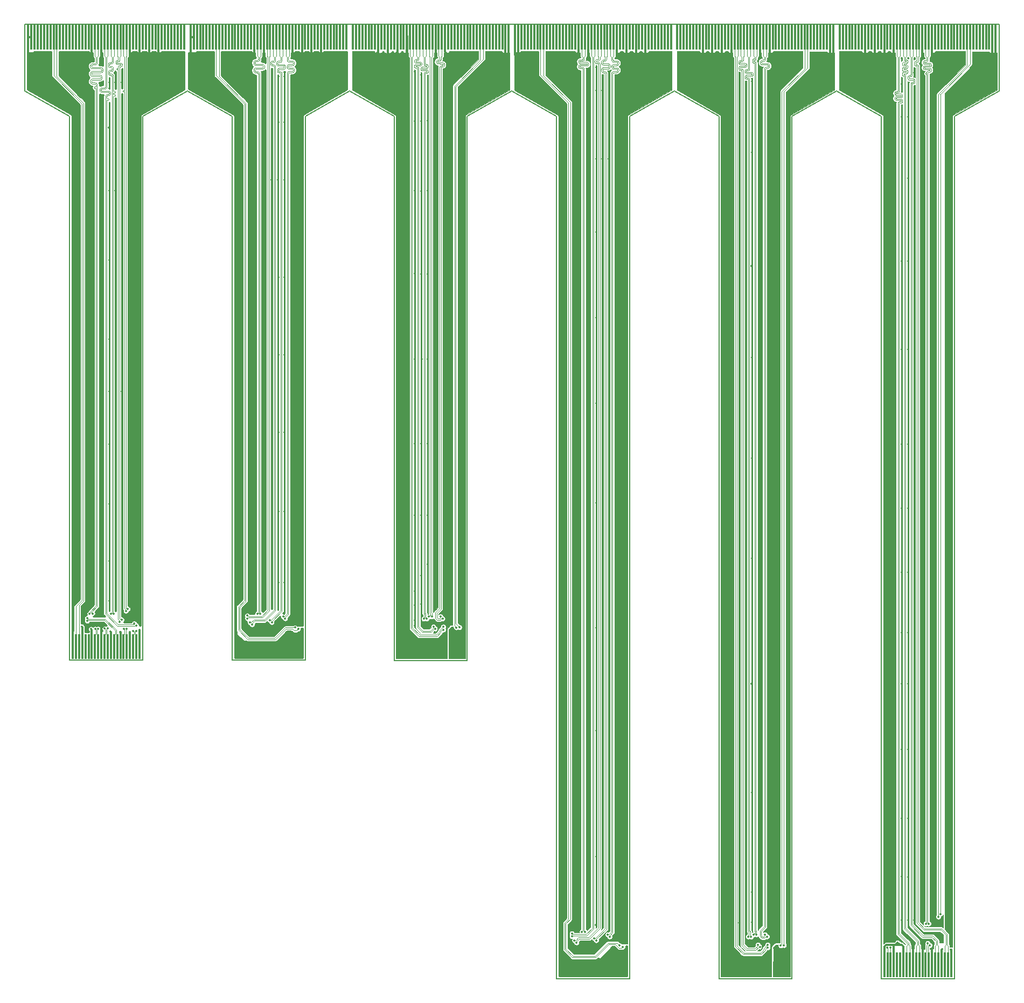
<source format=gbr>
%TF.GenerationSoftware,KiCad,Pcbnew,5.1.5+dfsg1-2~bpo10+1*%
%TF.CreationDate,2020-08-19T00:00:04+02:00*%
%TF.ProjectId,antmicro-alvium-flex-csi-adapter,616e746d-6963-4726-9f2d-616c7669756d,1.0.1*%
%TF.SameCoordinates,Original*%
%TF.FileFunction,Copper,L1,Top*%
%TF.FilePolarity,Positive*%
%FSLAX46Y46*%
G04 Gerber Fmt 4.6, Leading zero omitted, Abs format (unit mm)*
G04 Created by KiCad (PCBNEW 5.1.5+dfsg1-2~bpo10+1) date 2020-08-19 00:00:04 commit e5c3baf*
%MOMM*%
%LPD*%
G04 APERTURE LIST*
%ADD10C,0.150000*%
%ADD11R,0.300000X4.000000*%
%ADD12C,0.350000*%
%ADD13C,0.300000*%
%ADD14C,0.100000*%
%ADD15C,0.200000*%
%ADD16C,0.500000*%
%ADD17C,0.254000*%
%ADD18C,0.150000*%
G04 APERTURE END LIST*
D10*
X285016000Y-214846000D02*
X296516000Y-214846000D01*
X303536000Y-64736000D02*
X303536000Y-75260000D01*
X278009000Y-75260000D02*
X285016000Y-79260000D01*
X296516000Y-79260000D02*
X303536000Y-75260000D01*
X285016000Y-214846000D02*
X285016000Y-79260000D01*
X296516000Y-214846000D02*
X296516000Y-79260000D01*
X168952000Y-79250000D02*
X175929000Y-75250000D01*
X150402000Y-64736000D02*
X150402000Y-75250000D01*
X157452000Y-164786000D02*
X168952000Y-164786000D01*
X157452000Y-164786000D02*
X157452000Y-79250000D01*
X168952000Y-164786000D02*
X168952000Y-79250000D01*
X150402000Y-75250000D02*
X157452000Y-79250000D01*
X233949000Y-214846000D02*
X233949000Y-79260000D01*
X252469000Y-75260000D02*
X259489000Y-79260000D01*
X270989000Y-214846000D02*
X270989000Y-79260000D01*
X259489000Y-214846000D02*
X270989000Y-214846000D01*
X259489000Y-214846000D02*
X259489000Y-79260000D01*
X270989000Y-79260000D02*
X278009000Y-75260000D01*
X226949000Y-75250000D02*
X233949000Y-79260000D01*
X233949000Y-214846000D02*
X245449000Y-214846000D01*
X245449000Y-214846000D02*
X245449000Y-79260000D01*
X245449000Y-79260000D02*
X252469000Y-75260000D01*
X208429000Y-79250000D02*
X201429000Y-75250000D01*
X219929000Y-79250000D02*
X226949000Y-75250000D01*
X208429000Y-164836000D02*
X208429000Y-79250000D01*
X219929000Y-164836000D02*
X219929000Y-79250000D01*
X208429000Y-164836000D02*
X219929000Y-164836000D01*
X194479000Y-79250000D02*
X201429000Y-75250000D01*
X175929000Y-75250000D02*
X182979000Y-79250000D01*
X194479000Y-164786000D02*
X194479000Y-79250000D01*
X182979000Y-164786000D02*
X182979000Y-79250000D01*
X182979000Y-164786000D02*
X194479000Y-164786000D01*
X150402000Y-64736000D02*
X303536000Y-64736000D01*
D11*
X295990500Y-212673000D03*
X295490500Y-212673000D03*
X294990500Y-212673000D03*
X294490500Y-212673000D03*
X293990500Y-212673000D03*
X293490500Y-212673000D03*
X292990500Y-212673000D03*
X292490500Y-212673000D03*
X291990500Y-212673000D03*
X291490500Y-212673000D03*
X290990500Y-212673000D03*
X290490500Y-212673000D03*
X289990500Y-212673000D03*
X289490500Y-212673000D03*
X288990500Y-212673000D03*
X288490500Y-212673000D03*
X287990500Y-212673000D03*
X287490500Y-212673000D03*
X286990500Y-212673000D03*
X286490500Y-212673000D03*
X285990500Y-212673000D03*
X285490500Y-212673000D03*
X278477000Y-66750000D03*
X278977000Y-66750000D03*
X279477000Y-66750000D03*
X279977000Y-66750000D03*
X280477000Y-66750000D03*
X280977000Y-66750000D03*
X281477000Y-66750000D03*
X281977000Y-66750000D03*
X282477000Y-66750000D03*
X282977000Y-66750000D03*
X283477000Y-66750000D03*
X283977000Y-66750000D03*
X284477000Y-66750000D03*
X284977000Y-66750000D03*
X285477000Y-66750000D03*
X285977000Y-66750000D03*
X286477000Y-66750000D03*
X286977000Y-66750000D03*
X287477000Y-66750000D03*
X287977000Y-66750000D03*
X288477000Y-66750000D03*
X288977000Y-66750000D03*
X289477000Y-66750000D03*
X289977000Y-66750000D03*
X290477000Y-66750000D03*
X290977000Y-66750000D03*
X291477000Y-66750000D03*
X291977000Y-66750000D03*
X292477000Y-66750000D03*
X292977000Y-66750000D03*
X293477000Y-66750000D03*
X293977000Y-66750000D03*
X294477000Y-66750000D03*
X294977000Y-66750000D03*
X295477000Y-66750000D03*
X295977000Y-66750000D03*
X296477000Y-66750000D03*
X296977000Y-66750000D03*
X297477000Y-66750000D03*
X297977000Y-66750000D03*
X298477000Y-66750000D03*
X298977000Y-66750000D03*
X299477000Y-66750000D03*
X299977000Y-66750000D03*
X300477000Y-66750000D03*
X300977000Y-66750000D03*
X301477000Y-66750000D03*
X301977000Y-66750000D03*
X302477000Y-66750000D03*
X302977000Y-66750000D03*
X168423000Y-162648500D03*
X167923000Y-162648500D03*
X167423000Y-162648500D03*
X166923000Y-162648500D03*
X166423000Y-162648500D03*
X165923000Y-162648500D03*
X165423000Y-162648500D03*
X164923000Y-162648500D03*
X164423000Y-162648500D03*
X163923000Y-162648500D03*
X163423000Y-162648500D03*
X162923000Y-162648500D03*
X162423000Y-162648500D03*
X161923000Y-162648500D03*
X161423000Y-162648500D03*
X160923000Y-162648500D03*
X160423000Y-162648500D03*
X159923000Y-162648500D03*
X159423000Y-162648500D03*
X158923000Y-162648500D03*
X158423000Y-162648500D03*
X157923000Y-162648500D03*
X175423000Y-66750000D03*
X174923000Y-66750000D03*
X174423000Y-66750000D03*
X173923000Y-66750000D03*
X173423000Y-66750000D03*
X172923000Y-66750000D03*
X172423000Y-66750000D03*
X171923000Y-66750000D03*
X171423000Y-66750000D03*
X170923000Y-66750000D03*
X170423000Y-66750000D03*
X169923000Y-66750000D03*
X169423000Y-66750000D03*
X168923000Y-66750000D03*
X168423000Y-66750000D03*
X167923000Y-66750000D03*
X167423000Y-66750000D03*
X166923000Y-66750000D03*
X166423000Y-66750000D03*
X165923000Y-66750000D03*
X165423000Y-66750000D03*
X164923000Y-66750000D03*
X164423000Y-66750000D03*
X163923000Y-66750000D03*
X163423000Y-66750000D03*
X162923000Y-66750000D03*
X162423000Y-66750000D03*
X161923000Y-66750000D03*
X161423000Y-66750000D03*
X160923000Y-66750000D03*
X160423000Y-66750000D03*
X159923000Y-66750000D03*
X159423000Y-66750000D03*
X158923000Y-66750000D03*
X158423000Y-66750000D03*
X157923000Y-66750000D03*
X157423000Y-66750000D03*
X156923000Y-66750000D03*
X156423000Y-66750000D03*
X155923000Y-66750000D03*
X155423000Y-66750000D03*
X154923000Y-66750000D03*
X154423000Y-66750000D03*
X153923000Y-66750000D03*
X153423000Y-66750000D03*
X152923000Y-66750000D03*
X152423000Y-66750000D03*
X151923000Y-66750000D03*
X151423000Y-66750000D03*
X150923000Y-66750000D03*
X277450000Y-66750000D03*
X276950000Y-66750000D03*
X276450000Y-66750000D03*
X275950000Y-66750000D03*
X275450000Y-66750000D03*
X274950000Y-66750000D03*
X274450000Y-66750000D03*
X273950000Y-66750000D03*
X273450000Y-66750000D03*
X272950000Y-66750000D03*
X272450000Y-66750000D03*
X271950000Y-66750000D03*
X271450000Y-66750000D03*
X270950000Y-66750000D03*
X270450000Y-66750000D03*
X269950000Y-66750000D03*
X269450000Y-66750000D03*
X268950000Y-66750000D03*
X268450000Y-66750000D03*
X267950000Y-66750000D03*
X267450000Y-66750000D03*
X266950000Y-66750000D03*
X266450000Y-66750000D03*
X265950000Y-66750000D03*
X265450000Y-66750000D03*
X264950000Y-66750000D03*
X264450000Y-66750000D03*
X263950000Y-66750000D03*
X263450000Y-66750000D03*
X262950000Y-66750000D03*
X262450000Y-66750000D03*
X261950000Y-66750000D03*
X261450000Y-66750000D03*
X260950000Y-66750000D03*
X260450000Y-66750000D03*
X259950000Y-66750000D03*
X259450000Y-66750000D03*
X258950000Y-66750000D03*
X258450000Y-66750000D03*
X257950000Y-66750000D03*
X257450000Y-66750000D03*
X256950000Y-66750000D03*
X256450000Y-66750000D03*
X255950000Y-66750000D03*
X255450000Y-66750000D03*
X254950000Y-66750000D03*
X254450000Y-66750000D03*
X253950000Y-66750000D03*
X253450000Y-66750000D03*
X252950000Y-66750000D03*
X227450000Y-66750000D03*
X227950000Y-66750000D03*
X228450000Y-66750000D03*
X228950000Y-66750000D03*
X229450000Y-66750000D03*
X229950000Y-66750000D03*
X230450000Y-66750000D03*
X230950000Y-66750000D03*
X231450000Y-66750000D03*
X231950000Y-66750000D03*
X232450000Y-66750000D03*
X232950000Y-66750000D03*
X233450000Y-66750000D03*
X233950000Y-66750000D03*
X234450000Y-66750000D03*
X234950000Y-66750000D03*
X235450000Y-66750000D03*
X235950000Y-66750000D03*
X236450000Y-66750000D03*
X236950000Y-66750000D03*
X237450000Y-66750000D03*
X237950000Y-66750000D03*
X238450000Y-66750000D03*
X238950000Y-66750000D03*
X239450000Y-66750000D03*
X239950000Y-66750000D03*
X240450000Y-66750000D03*
X240950000Y-66750000D03*
X241450000Y-66750000D03*
X241950000Y-66750000D03*
X242450000Y-66750000D03*
X242950000Y-66750000D03*
X243450000Y-66750000D03*
X243950000Y-66750000D03*
X244450000Y-66750000D03*
X244950000Y-66750000D03*
X245450000Y-66750000D03*
X245950000Y-66750000D03*
X246450000Y-66750000D03*
X246950000Y-66750000D03*
X247450000Y-66750000D03*
X247950000Y-66750000D03*
X248450000Y-66750000D03*
X248950000Y-66750000D03*
X249450000Y-66750000D03*
X249950000Y-66750000D03*
X250450000Y-66750000D03*
X250950000Y-66750000D03*
X251450000Y-66750000D03*
X251950000Y-66750000D03*
X226450000Y-66750000D03*
X225950000Y-66750000D03*
X225450000Y-66750000D03*
X224950000Y-66750000D03*
X224450000Y-66750000D03*
X223950000Y-66750000D03*
X223450000Y-66750000D03*
X222950000Y-66750000D03*
X222450000Y-66750000D03*
X221950000Y-66750000D03*
X221450000Y-66750000D03*
X220950000Y-66750000D03*
X220450000Y-66750000D03*
X219950000Y-66750000D03*
X219450000Y-66750000D03*
X218950000Y-66750000D03*
X218450000Y-66750000D03*
X217950000Y-66750000D03*
X217450000Y-66750000D03*
X216950000Y-66750000D03*
X216450000Y-66750000D03*
X215950000Y-66750000D03*
X215450000Y-66750000D03*
X214950000Y-66750000D03*
X214450000Y-66750000D03*
X213950000Y-66750000D03*
X213450000Y-66750000D03*
X212950000Y-66750000D03*
X212450000Y-66750000D03*
X211950000Y-66750000D03*
X211450000Y-66750000D03*
X210950000Y-66750000D03*
X210450000Y-66750000D03*
X209950000Y-66750000D03*
X209450000Y-66750000D03*
X208950000Y-66750000D03*
X208450000Y-66750000D03*
X207950000Y-66750000D03*
X207450000Y-66750000D03*
X206950000Y-66750000D03*
X206450000Y-66750000D03*
X205950000Y-66750000D03*
X205450000Y-66750000D03*
X204950000Y-66750000D03*
X204450000Y-66750000D03*
X203950000Y-66750000D03*
X203450000Y-66750000D03*
X202950000Y-66750000D03*
X202450000Y-66750000D03*
X201950000Y-66750000D03*
X176450000Y-66750000D03*
X176950000Y-66750000D03*
X177450000Y-66750000D03*
X177950000Y-66750000D03*
X178450000Y-66750000D03*
X178950000Y-66750000D03*
X179450000Y-66750000D03*
X179950000Y-66750000D03*
X180450000Y-66750000D03*
X180950000Y-66750000D03*
X181450000Y-66750000D03*
X181950000Y-66750000D03*
X182450000Y-66750000D03*
X182950000Y-66750000D03*
X183450000Y-66750000D03*
X183950000Y-66750000D03*
X184450000Y-66750000D03*
X184950000Y-66750000D03*
X185450000Y-66750000D03*
X185950000Y-66750000D03*
X186450000Y-66750000D03*
X186950000Y-66750000D03*
X187450000Y-66750000D03*
X187950000Y-66750000D03*
X188450000Y-66750000D03*
X188950000Y-66750000D03*
X189450000Y-66750000D03*
X189950000Y-66750000D03*
X190450000Y-66750000D03*
X190950000Y-66750000D03*
X191450000Y-66750000D03*
X191950000Y-66750000D03*
X192450000Y-66750000D03*
X192950000Y-66750000D03*
X193450000Y-66750000D03*
X193950000Y-66750000D03*
X194450000Y-66750000D03*
X194950000Y-66750000D03*
X195450000Y-66750000D03*
X195950000Y-66750000D03*
X196450000Y-66750000D03*
X196950000Y-66750000D03*
X197450000Y-66750000D03*
X197950000Y-66750000D03*
X198450000Y-66750000D03*
X198950000Y-66750000D03*
X199450000Y-66750000D03*
X199950000Y-66750000D03*
X200450000Y-66750000D03*
X200950000Y-66750000D03*
D12*
X189459000Y-160046000D03*
X187959000Y-160006000D03*
X186439000Y-160006000D03*
X184959000Y-159976000D03*
X187949000Y-70196000D03*
X193119000Y-69606000D03*
X194699000Y-70146000D03*
X196199000Y-69636000D03*
X197939000Y-70146000D03*
X199489000Y-69576000D03*
X200789000Y-70276000D03*
X183989000Y-70246000D03*
X182309000Y-69516000D03*
X193339000Y-83996000D03*
X193339000Y-97386000D03*
X193429000Y-110956000D03*
X193669000Y-124396000D03*
X193759000Y-135036000D03*
X193759000Y-148266000D03*
X193549000Y-157036000D03*
X199679000Y-75036000D03*
X197649000Y-76376000D03*
X195319000Y-77786000D03*
X193059000Y-75066000D03*
X189229000Y-72936000D03*
X190229000Y-72936000D03*
X191229000Y-72936000D03*
X188029000Y-72936000D03*
X188029000Y-80136000D03*
X189229000Y-80136000D03*
X190229000Y-80136000D03*
X191229000Y-80136000D03*
X187829000Y-104536000D03*
X189229000Y-104536000D03*
X190229000Y-104536000D03*
X191229000Y-104536000D03*
X188029000Y-116736000D03*
X189229000Y-116736000D03*
X190229000Y-116736000D03*
X191229000Y-116736000D03*
X188029000Y-128936000D03*
X189229000Y-128936000D03*
X190229000Y-128936000D03*
X191229000Y-128936000D03*
X188029000Y-141336000D03*
X189229000Y-141336000D03*
X190229000Y-141336000D03*
X191229000Y-141336000D03*
X188029000Y-152536000D03*
X189229000Y-152536000D03*
X190229000Y-152536000D03*
X191229000Y-152536000D03*
X187938000Y-156767600D03*
X184890000Y-156412000D03*
X186261600Y-157326400D03*
X187938000Y-89152800D03*
X189208000Y-89254400D03*
X190224000Y-89254400D03*
X191189200Y-89254400D03*
X193322800Y-89254400D03*
X181740400Y-72795200D03*
X184077200Y-75386000D03*
X184940800Y-72592000D03*
X186312400Y-73303200D03*
X186261600Y-69747200D03*
X200587200Y-72744400D03*
X193932400Y-159104400D03*
X186160000Y-152551200D03*
X186261600Y-148233200D03*
X186261600Y-134974400D03*
X186160000Y-124306400D03*
X186160000Y-110895200D03*
X186109200Y-97382400D03*
X186109200Y-89102000D03*
X186160000Y-84022000D03*
X186160000Y-78332400D03*
X185369000Y-157742000D03*
X185369000Y-158192000D03*
X185789900Y-158846900D03*
X186108100Y-159165100D03*
X186975000Y-157471212D03*
X187425000Y-157471212D03*
X188891962Y-158497967D03*
X189210162Y-158816167D03*
X190999900Y-157916900D03*
X191318100Y-158235100D03*
X193959000Y-160246000D03*
X192408400Y-160425200D03*
X191595600Y-160323600D03*
X192859000Y-159616000D03*
X193359000Y-159856000D03*
X205489000Y-69516000D03*
X206649000Y-70146000D03*
X208449000Y-69566000D03*
X209559000Y-70136000D03*
X216859000Y-69456000D03*
X214959000Y-69636000D03*
X210449000Y-160046000D03*
X211709000Y-159316000D03*
X209029000Y-159126000D03*
X213439000Y-159606000D03*
X214839000Y-160346000D03*
X218309000Y-71266000D03*
X207729000Y-71506000D03*
X203949000Y-74676000D03*
X209899000Y-74566000D03*
X209869000Y-83996000D03*
X209819000Y-97416000D03*
X209839000Y-110966000D03*
X209889000Y-124426000D03*
X209819000Y-135006000D03*
X209759000Y-148236000D03*
X209809000Y-153936000D03*
X214949000Y-156506000D03*
X212669000Y-155966000D03*
X211709000Y-153946000D03*
X211719000Y-158456000D03*
X215049000Y-153936000D03*
X212709000Y-151456000D03*
X211709000Y-141936000D03*
X212709000Y-141956000D03*
X214919000Y-141936000D03*
X211709000Y-117436000D03*
X212759000Y-117406000D03*
X214979000Y-117366000D03*
X211709000Y-103986000D03*
X212709000Y-104006000D03*
X214919000Y-104046000D03*
X211709000Y-90946000D03*
X212689000Y-90966000D03*
X214919000Y-90976000D03*
X211709000Y-79966000D03*
X212709000Y-79956000D03*
X214939000Y-79976000D03*
X212699000Y-72716000D03*
X211709000Y-72196000D03*
X205799000Y-76116000D03*
X207759000Y-77716000D03*
X213729000Y-79936000D03*
X213729000Y-90936000D03*
X213729000Y-104036000D03*
X213729000Y-117436000D03*
X213729000Y-130736000D03*
X212729000Y-130736000D03*
X211729000Y-130736000D03*
X214929000Y-130736000D03*
X213729000Y-141936000D03*
X213729000Y-149636000D03*
X215029000Y-147236000D03*
X211709000Y-156096000D03*
X210469000Y-158616000D03*
X210369000Y-156976000D03*
X218062400Y-69188400D03*
X221466000Y-69239200D03*
X216335200Y-72287200D03*
X216284400Y-156869200D03*
X217402000Y-157072400D03*
X202263600Y-69493200D03*
X202263600Y-71626800D03*
X202162000Y-73963600D03*
X209426400Y-78992800D03*
X216843200Y-148233200D03*
X216843200Y-134974400D03*
X216843200Y-124408000D03*
X216894000Y-110996800D03*
X216894000Y-97382400D03*
X216894000Y-84022000D03*
X216843200Y-75589200D03*
X214363955Y-157927041D03*
X213913955Y-157927041D03*
X213542894Y-158243805D03*
X213092894Y-158243805D03*
X215730893Y-157905148D03*
X216049093Y-158223348D03*
X214616171Y-159512935D03*
X214934371Y-159831135D03*
X216165227Y-159521895D03*
X216165227Y-159971895D03*
X217199000Y-160036000D03*
X217949000Y-160096000D03*
X219319000Y-160046000D03*
X218209000Y-159636000D03*
X218719000Y-159586000D03*
X238959000Y-210006000D03*
X235959000Y-209976000D03*
X237439000Y-210006000D03*
X240459000Y-210046000D03*
X237119000Y-69526000D03*
X238989000Y-70136000D03*
X243769000Y-69686000D03*
X244979000Y-69626000D03*
X246459000Y-69546000D03*
X247969000Y-69506000D03*
X232949000Y-69476000D03*
X235229000Y-70976000D03*
X233179000Y-72846000D03*
X235689000Y-75256000D03*
X240229000Y-71566000D03*
X241199000Y-72796000D03*
X238929000Y-75196000D03*
X240229000Y-75146000D03*
X241179000Y-75126000D03*
X242219000Y-72236000D03*
X243639000Y-73876000D03*
X251389000Y-70986000D03*
X251549000Y-74836000D03*
X248729000Y-76536000D03*
X245909000Y-78176000D03*
X244189000Y-80296000D03*
X242239000Y-75166000D03*
X238969000Y-85896000D03*
X240219000Y-85896000D03*
X241189000Y-85896000D03*
X242199000Y-85906000D03*
X244029000Y-90736000D03*
X239029000Y-97436000D03*
X240229000Y-97436000D03*
X241229000Y-97436000D03*
X242229000Y-97536000D03*
X244129000Y-103936000D03*
X239029000Y-110936000D03*
X240229000Y-110936000D03*
X241229000Y-110836000D03*
X242229000Y-110936000D03*
X244129000Y-117436000D03*
X238929000Y-124336000D03*
X240229000Y-124336000D03*
X241229000Y-124336000D03*
X242229000Y-124336000D03*
X244329000Y-133536000D03*
X239029000Y-140136000D03*
X240229000Y-140036000D03*
X241229000Y-140036000D03*
X242229000Y-139936000D03*
X244229000Y-150436000D03*
X239029000Y-159636000D03*
X240229000Y-159636000D03*
X241229000Y-159636000D03*
X242229000Y-159636000D03*
X244429000Y-167636000D03*
X238929000Y-175836000D03*
X240229000Y-175836000D03*
X241229000Y-175836000D03*
X242229000Y-175836000D03*
X244129000Y-188036000D03*
X238929000Y-195636000D03*
X240229000Y-195636000D03*
X241229000Y-195636000D03*
X242229000Y-195636000D03*
X244129000Y-201836000D03*
X244729000Y-208736000D03*
X243629000Y-206936000D03*
X241229000Y-206536000D03*
X240129000Y-206436000D03*
X242229000Y-206536000D03*
X238929000Y-206236000D03*
X243716400Y-208329600D03*
X236198000Y-206348400D03*
X237315600Y-73709600D03*
X237112400Y-201827200D03*
X237061600Y-188060400D03*
X237264800Y-167588000D03*
X237061600Y-150366800D03*
X237112400Y-133450400D03*
X237112400Y-117448400D03*
X237112400Y-103935600D03*
X237214000Y-90676800D03*
X237214000Y-80212000D03*
X236379000Y-207742000D03*
X236379000Y-208192000D03*
X236789900Y-208846900D03*
X237108100Y-209165100D03*
X237975000Y-207471212D03*
X238425000Y-207471212D03*
X239891962Y-208497967D03*
X240210162Y-208816167D03*
X241999900Y-207916900D03*
X242318100Y-208235100D03*
X244959000Y-210246000D03*
X243167301Y-210047099D03*
X242566601Y-210038199D03*
X243859000Y-209616000D03*
X244359000Y-209856000D03*
X259989000Y-69316000D03*
X261129000Y-69866000D03*
X258439000Y-69846000D03*
X256959000Y-69426000D03*
X265949000Y-69966000D03*
X267889000Y-69836000D03*
X260139000Y-209346000D03*
X261459000Y-210186000D03*
X262709000Y-209336000D03*
X264459000Y-209726000D03*
X265849000Y-210366000D03*
X262699000Y-206086000D03*
X261379000Y-206986000D03*
X261489000Y-208566000D03*
X253429000Y-69536000D03*
X253529000Y-72336000D03*
X255029000Y-75236000D03*
X257429000Y-76936000D03*
X259429000Y-77936000D03*
X260429000Y-73436000D03*
X256929000Y-72336000D03*
X272029000Y-69836000D03*
X271729000Y-71836000D03*
X269129000Y-74336000D03*
X268029000Y-74936000D03*
X265929000Y-71736000D03*
X263729000Y-74036000D03*
X262729000Y-73036000D03*
X264729000Y-73736000D03*
X260829000Y-83336000D03*
X262729000Y-89036000D03*
X263729000Y-86836000D03*
X264729000Y-84936000D03*
X266029000Y-89036000D03*
X268029000Y-83336000D03*
X260829000Y-95436000D03*
X267929000Y-95336000D03*
X262729000Y-102736000D03*
X263729000Y-99636000D03*
X264629000Y-102736000D03*
X266029000Y-99636000D03*
X260829000Y-110136000D03*
X262729000Y-117136000D03*
X263729000Y-121136000D03*
X264729000Y-117136000D03*
X265929000Y-121136000D03*
X268029000Y-110136000D03*
X268129000Y-127836000D03*
X260829000Y-128036000D03*
X262729000Y-133036000D03*
X263729000Y-137936000D03*
X264729000Y-133036000D03*
X265929000Y-138036000D03*
X260829000Y-144036000D03*
X268129000Y-144036000D03*
X264729000Y-148736000D03*
X263729000Y-152336000D03*
X262729000Y-148736000D03*
X266029000Y-152336000D03*
X260829000Y-161736000D03*
X267929000Y-161736000D03*
X262729000Y-168336000D03*
X263729000Y-173636000D03*
X264629000Y-168436000D03*
X265929000Y-173636000D03*
X260829000Y-180136000D03*
X267929000Y-180036000D03*
X262729000Y-185536000D03*
X263729000Y-189636000D03*
X264729000Y-185536000D03*
X265929000Y-189636000D03*
X260829000Y-196436000D03*
X267929000Y-196436000D03*
X262729000Y-199436000D03*
X263729000Y-202636000D03*
X265929000Y-199436000D03*
X264729000Y-201236000D03*
X264729000Y-205936000D03*
X265929000Y-206336000D03*
X267929000Y-200736000D03*
X260829000Y-200736000D03*
X260829000Y-204536000D03*
X267929000Y-204436000D03*
X268913200Y-208278800D03*
X267998800Y-191362400D03*
X268151200Y-185520400D03*
X268049600Y-151636800D03*
X267948000Y-171956800D03*
X268049600Y-117753200D03*
X268100400Y-135736400D03*
X268049600Y-102716400D03*
X265363955Y-207927041D03*
X264913955Y-207927041D03*
X264542894Y-208243805D03*
X264092894Y-208243805D03*
X266730893Y-207905148D03*
X267049093Y-208223348D03*
X265616171Y-209512935D03*
X265934371Y-209831135D03*
X267165227Y-209521895D03*
X267165227Y-209971895D03*
X268199000Y-210036000D03*
X270319000Y-210046000D03*
X268949000Y-210096000D03*
X269209000Y-209636000D03*
X269719000Y-209586000D03*
X282486000Y-69426000D03*
X291476000Y-69966000D03*
X293416000Y-69836000D03*
X283966000Y-69846000D03*
X286656000Y-69866000D03*
X285516000Y-69316000D03*
X289982500Y-210133000D03*
X291506500Y-210133000D03*
X292967000Y-210196500D03*
X294554500Y-210196500D03*
X288268000Y-205624500D03*
X289220500Y-205624500D03*
X290173000Y-205624500D03*
X291506500Y-205688000D03*
X293094000Y-205688000D03*
X288204500Y-198766500D03*
X289220500Y-198830000D03*
X290236500Y-198766500D03*
X291506500Y-198766500D03*
X293221000Y-198766500D03*
X286172500Y-202449500D03*
X286172500Y-195274000D03*
X286109000Y-186892000D03*
X288204500Y-189622500D03*
X289220500Y-189622500D03*
X290236500Y-189622500D03*
X291506500Y-189622500D03*
X293157500Y-189622500D03*
X286236000Y-178891000D03*
X288204500Y-178827500D03*
X289220500Y-178827500D03*
X290236500Y-178827500D03*
X291443000Y-178827500D03*
X293157500Y-178827500D03*
X286045500Y-169620000D03*
X288204500Y-168477000D03*
X289220500Y-168477000D03*
X290236500Y-168477000D03*
X291506500Y-168477000D03*
X293157500Y-168477000D03*
X286236000Y-159650500D03*
X288204500Y-160412500D03*
X289220500Y-160412500D03*
X290236500Y-160412500D03*
X291506500Y-160412500D03*
X293030500Y-160412500D03*
X286426500Y-151395500D03*
X289220500Y-150951000D03*
X288204500Y-150951000D03*
X290236500Y-150951000D03*
X291443000Y-150951000D03*
X293221000Y-150951000D03*
X286045500Y-140981500D03*
X288268000Y-140854500D03*
X289220500Y-140854500D03*
X290236500Y-140854500D03*
X291506500Y-140854500D03*
X293221000Y-140854500D03*
X286109000Y-130821500D03*
X288204500Y-130758000D03*
X289220500Y-130758000D03*
X290236500Y-130758000D03*
X291379500Y-130758000D03*
X293221000Y-130758000D03*
X286045500Y-115899000D03*
X288204500Y-115899000D03*
X289220500Y-115899000D03*
X290236500Y-115899000D03*
X291443000Y-115899000D03*
X293157500Y-115899000D03*
X285982000Y-101992500D03*
X288268000Y-101992500D03*
X289220500Y-101992500D03*
X290236500Y-101992500D03*
X291570000Y-101992500D03*
X293157500Y-101992500D03*
X285982000Y-89038500D03*
X289220500Y-88975000D03*
X290236500Y-89038500D03*
X293094000Y-88975000D03*
X285918500Y-79323000D03*
X288204500Y-79323000D03*
X289220500Y-79323000D03*
X290236500Y-79323000D03*
X291570000Y-79323000D03*
X293094000Y-79323000D03*
X294554500Y-69353500D03*
X297031000Y-69353500D03*
X293729000Y-75132000D03*
X296904000Y-71830000D03*
X279124000Y-69480500D03*
X278997000Y-73862000D03*
X281981500Y-76846500D03*
X286998000Y-73544500D03*
X288204500Y-70115500D03*
X289284000Y-70115500D03*
X290236500Y-70115500D03*
X295951500Y-210260000D03*
X290198400Y-72338000D03*
X288268000Y-74166800D03*
X285524800Y-208990000D03*
X287404400Y-208431200D03*
X289131600Y-208228000D03*
X289944400Y-209244000D03*
X294364000Y-207770800D03*
X292452000Y-206196000D03*
X292618100Y-209593600D03*
X292002000Y-206196000D03*
X292299900Y-209275400D03*
X295634000Y-202132000D03*
X302977000Y-70011500D03*
X287569500Y-209180500D03*
X287550001Y-209517499D03*
X287823500Y-209371000D03*
X295426499Y-202339501D03*
X295426499Y-202657001D03*
X295761000Y-202449500D03*
X293983000Y-205116500D03*
X286490000Y-209942500D03*
X285982000Y-209942500D03*
X294308000Y-204672000D03*
X156782000Y-69516000D03*
X166919500Y-160349000D03*
X165395500Y-160349000D03*
X163871500Y-160285500D03*
X162411000Y-73862000D03*
X163681000Y-73862000D03*
X164633500Y-73862000D03*
X165649500Y-73862000D03*
X156315000Y-72782500D03*
X158220000Y-74497000D03*
X168423000Y-69615000D03*
X169923000Y-69547000D03*
X171423000Y-69739500D03*
X173777500Y-69417000D03*
X175174500Y-70306000D03*
X174793500Y-74687500D03*
X172126500Y-76338500D03*
X170031000Y-77481500D03*
X168189500Y-78815000D03*
X168761000Y-73354000D03*
X171047000Y-72401500D03*
X162411000Y-81037500D03*
X163617500Y-81037500D03*
X164697000Y-81037500D03*
X165713000Y-81101000D03*
X167872000Y-84974500D03*
X167808500Y-96595000D03*
X162411000Y-90943500D03*
X163681000Y-90880000D03*
X164633500Y-90880000D03*
X165713000Y-90880000D03*
X162411000Y-101865500D03*
X163681000Y-101865500D03*
X164697000Y-101865500D03*
X165713000Y-101865500D03*
X167808500Y-107390000D03*
X162347500Y-114248000D03*
X163681000Y-114248000D03*
X164697000Y-114248000D03*
X165713000Y-114248000D03*
X167872000Y-116280000D03*
X162411000Y-122503000D03*
X163681000Y-122503000D03*
X164697000Y-122503000D03*
X165649500Y-122503000D03*
X167808500Y-125360500D03*
X167745000Y-135203000D03*
X162411000Y-130821500D03*
X163681000Y-130821500D03*
X164697000Y-130821500D03*
X165713000Y-130821500D03*
X162347500Y-140219500D03*
X163681000Y-140219500D03*
X164697000Y-140219500D03*
X165713000Y-140219500D03*
X168189500Y-146252000D03*
X167999000Y-155142000D03*
X162411000Y-149173000D03*
X163681000Y-149173000D03*
X164697000Y-149173000D03*
X165713000Y-149173000D03*
X162411000Y-155650000D03*
X163681000Y-155459500D03*
X164697000Y-155396000D03*
X165713000Y-155523000D03*
X168126000Y-157682000D03*
X162411000Y-159079000D03*
X160252000Y-159269500D03*
X162423000Y-69913000D03*
X159337600Y-158596400D03*
X159947200Y-155853200D03*
X161064800Y-155904000D03*
X161014000Y-76046400D03*
X162334800Y-75995600D03*
X159642400Y-76249600D03*
X160923000Y-69385000D03*
X160252000Y-70763200D03*
X159286800Y-69340800D03*
X159083600Y-72033200D03*
X156086400Y-71017200D03*
X175187200Y-72642800D03*
X168430800Y-160018800D03*
X160658400Y-146252000D03*
X160607600Y-135177600D03*
X160658400Y-125322400D03*
X160607600Y-116330800D03*
X160607600Y-107390000D03*
X160658400Y-96620400D03*
X160607600Y-84987200D03*
X167898000Y-160148498D03*
X167904100Y-159301600D03*
X167448000Y-160148498D03*
X167585900Y-158983400D03*
X166398000Y-159841000D03*
X163948000Y-157464490D03*
X165948000Y-159841000D03*
X164398000Y-157464490D03*
X160188500Y-158155500D03*
X160577165Y-157421875D03*
X160188500Y-158605500D03*
X161027165Y-157421875D03*
X163398000Y-159777500D03*
X165299900Y-158730100D03*
X162948000Y-159777500D03*
X165618100Y-158411900D03*
X161898000Y-159841000D03*
X166276885Y-157036306D03*
X161448000Y-159841000D03*
X166595085Y-156718106D03*
X160810800Y-159866400D03*
X159337600Y-159460000D03*
X157923000Y-159858600D03*
X157915200Y-159307600D03*
D13*
X196950000Y-66750000D02*
X196950000Y-69877000D01*
X195450000Y-66750000D02*
X195450000Y-69547000D01*
X193950000Y-66750000D02*
X193950000Y-69615000D01*
X192450000Y-66750000D02*
X192450000Y-69467000D01*
X187950000Y-66750000D02*
X187950000Y-70195000D01*
X187950000Y-70195000D02*
X187949000Y-70196000D01*
X186450000Y-69558800D02*
X186261600Y-69747200D01*
X186450000Y-66750000D02*
X186450000Y-69558800D01*
D14*
X185494000Y-157867000D02*
X185369000Y-157742000D01*
X188600000Y-156903578D02*
X187636578Y-157867000D01*
X188450000Y-66750000D02*
X188450000Y-69750001D01*
X188450000Y-69750001D02*
X188600000Y-69900001D01*
X187636578Y-157867000D02*
X185494000Y-157867000D01*
X188600000Y-69900001D02*
X188600000Y-156903578D01*
X185494000Y-158067000D02*
X185369000Y-158192000D01*
X187719422Y-158067000D02*
X185494000Y-158067000D01*
X188800000Y-69900001D02*
X188800000Y-156986422D01*
X188950000Y-66750000D02*
X188950000Y-69750001D01*
X188800000Y-156986422D02*
X187719422Y-158067000D01*
X188950000Y-69750001D02*
X188800000Y-69900001D01*
X189000000Y-70985224D02*
X189008268Y-71058606D01*
X189008268Y-70771393D02*
X189000000Y-70844775D01*
X189000000Y-70844775D02*
X189000000Y-70985224D01*
X185966678Y-158846900D02*
X185789900Y-158846900D01*
X189032658Y-70701691D02*
X189008268Y-70771393D01*
X189329775Y-70515000D02*
X189256393Y-70523268D01*
X189186691Y-70547658D02*
X189124163Y-70586946D01*
X189450000Y-69750001D02*
X189600000Y-69900001D01*
X189329775Y-71315000D02*
X189450000Y-71315000D01*
X189256393Y-70523268D02*
X189186691Y-70547658D01*
X189567274Y-71371476D02*
X189585145Y-71399917D01*
X189483378Y-70511239D02*
X189450000Y-70515000D01*
X189600000Y-69900001D02*
X189600000Y-70365000D01*
X189450000Y-70515000D02*
X189329775Y-70515000D01*
X189567274Y-70458523D02*
X189543523Y-70482274D01*
X189600000Y-71465000D02*
X189600000Y-156833578D01*
X189600000Y-70365000D02*
X189596239Y-70398378D01*
X189585145Y-71399917D02*
X189596239Y-71431621D01*
X189450000Y-66750000D02*
X189450000Y-69750001D01*
X189585145Y-70430082D02*
X189567274Y-70458523D01*
X189071946Y-70639163D02*
X189032658Y-70701691D01*
X189071946Y-71190836D02*
X189124163Y-71243053D01*
X189515082Y-70500145D02*
X189483378Y-70511239D01*
X189543523Y-70482274D02*
X189515082Y-70500145D01*
X189483378Y-71318760D02*
X189515082Y-71329854D01*
X189032658Y-71128308D02*
X189071946Y-71190836D01*
X189596239Y-70398378D02*
X189585145Y-70430082D01*
X189600000Y-156833578D02*
X188057578Y-158376000D01*
X189008268Y-71058606D02*
X189032658Y-71128308D01*
X189124163Y-71243053D02*
X189186691Y-71282341D01*
X189186691Y-71282341D02*
X189256393Y-71306731D01*
X189450000Y-71315000D02*
X189483378Y-71318760D01*
X189256393Y-71306731D02*
X189329775Y-71315000D01*
X189124163Y-70586946D02*
X189071946Y-70639163D01*
X189515082Y-71329854D02*
X189543523Y-71347725D01*
X189543523Y-71347725D02*
X189567274Y-71371476D01*
X189596239Y-71431621D02*
X189600000Y-71465000D01*
X188057578Y-158376000D02*
X186437578Y-158376000D01*
X186437578Y-158376000D02*
X185966678Y-158846900D01*
X189800000Y-71444775D02*
X189800000Y-156916422D01*
X189791731Y-71371393D02*
X189800000Y-71444775D01*
X189728053Y-71239163D02*
X189767341Y-71301691D01*
X189675836Y-71186946D02*
X189728053Y-71239163D01*
X189543606Y-71123268D02*
X189613308Y-71147658D01*
X189470224Y-71115000D02*
X189543606Y-71123268D01*
X189350000Y-71115000D02*
X189470224Y-71115000D01*
X189316621Y-71111239D02*
X189350000Y-71115000D01*
X189284917Y-71100145D02*
X189316621Y-71111239D01*
X189256476Y-71082274D02*
X189284917Y-71100145D01*
X189800000Y-156916422D02*
X188140422Y-158576000D01*
X189203760Y-70998378D02*
X189214854Y-71030082D01*
X186520422Y-158576000D02*
X186108100Y-158988322D01*
X189203760Y-70831621D02*
X189200000Y-70865000D01*
X189256476Y-70747725D02*
X189232725Y-70771476D01*
X189284917Y-70729854D02*
X189256476Y-70747725D01*
X189316621Y-70718760D02*
X189284917Y-70729854D01*
X189350000Y-70715000D02*
X189316621Y-70718760D01*
X189470224Y-70715000D02*
X189350000Y-70715000D01*
X189543606Y-70706731D02*
X189470224Y-70715000D01*
X189232725Y-71058523D02*
X189256476Y-71082274D01*
X186108100Y-158988322D02*
X186108100Y-159165100D01*
X189214854Y-71030082D02*
X189232725Y-71058523D01*
X189200000Y-70965000D02*
X189203760Y-70998378D01*
X189613308Y-71147658D02*
X189675836Y-71186946D01*
X189767341Y-71301691D02*
X189791731Y-71371393D01*
X189800000Y-69900001D02*
X189800000Y-70385224D01*
X189800000Y-70385224D02*
X189791731Y-70458606D01*
X189791731Y-70458606D02*
X189767341Y-70528308D01*
X189675836Y-70643053D02*
X189613308Y-70682341D01*
X189613308Y-70682341D02*
X189543606Y-70706731D01*
X189950000Y-66750000D02*
X189950000Y-69750001D01*
X189200000Y-70865000D02*
X189200000Y-70965000D01*
X189950000Y-69750001D02*
X189800000Y-69900001D01*
X189232725Y-70771476D02*
X189214854Y-70799917D01*
X189767341Y-70528308D02*
X189728053Y-70590836D01*
X188140422Y-158576000D02*
X186520422Y-158576000D01*
X189214854Y-70799917D02*
X189203760Y-70831621D01*
X189728053Y-70590836D02*
X189675836Y-70643053D01*
X186491902Y-71689224D02*
X186432225Y-71748901D01*
X186726887Y-71607000D02*
X186643022Y-71616449D01*
X187650000Y-71607000D02*
X186726887Y-71607000D01*
X187694504Y-71601985D02*
X187650000Y-71607000D01*
X187736776Y-71587193D02*
X187694504Y-71601985D01*
X186563362Y-71644323D02*
X186491902Y-71689224D01*
X187806366Y-71531697D02*
X187774697Y-71563366D01*
X187844985Y-71451504D02*
X187830193Y-71493776D01*
X187830193Y-71320223D02*
X187844985Y-71362495D01*
X187694504Y-71212014D02*
X187736776Y-71226806D01*
X187650000Y-71207000D02*
X187694504Y-71212014D01*
X186950000Y-66750000D02*
X186950000Y-69750001D01*
X186359450Y-71900021D02*
X186350000Y-71983886D01*
X187774697Y-71563366D02*
X187736776Y-71587193D01*
X186726887Y-70407000D02*
X186643022Y-70416449D01*
X186944505Y-70401985D02*
X186900000Y-70407000D01*
X187806366Y-71282302D02*
X187830193Y-71320223D01*
X186986777Y-70387193D02*
X186944505Y-70401985D01*
X187844985Y-71362495D02*
X187850000Y-71407000D01*
X186350000Y-70783886D02*
X186350000Y-70830113D01*
X186359450Y-70913978D02*
X186387324Y-70993638D01*
X187774697Y-71250633D02*
X187806366Y-71282302D01*
X187024698Y-70363366D02*
X186986777Y-70387193D01*
X186432225Y-71065098D02*
X186491902Y-71124775D01*
X187056367Y-70331697D02*
X187024698Y-70363366D01*
X187830193Y-71493776D02*
X187806366Y-71531697D01*
X187100000Y-70207000D02*
X187094986Y-70251504D01*
X187094986Y-70251504D02*
X187080194Y-70293776D01*
X186491902Y-70489224D02*
X186432225Y-70548901D01*
X186643022Y-70416449D02*
X186563362Y-70444323D01*
X187094986Y-72562495D02*
X187100000Y-72607000D01*
X186432225Y-71748901D02*
X186387324Y-71820361D01*
X186491902Y-71124775D02*
X186563362Y-71169676D01*
X187056367Y-72482302D02*
X187080194Y-72520223D01*
X186563362Y-71169676D02*
X186643022Y-71197550D01*
X186643022Y-71197550D02*
X186726887Y-71207000D01*
X186432225Y-70548901D02*
X186387324Y-70620361D01*
X187850000Y-71407000D02*
X187844985Y-71451504D01*
X186563362Y-70444323D02*
X186491902Y-70489224D01*
X187100000Y-69900001D02*
X187100000Y-70207000D01*
X186359450Y-70700021D02*
X186350000Y-70783886D01*
X186643022Y-72397550D02*
X186726887Y-72407000D01*
X187080194Y-70293776D02*
X187056367Y-70331697D01*
X186387324Y-70993638D02*
X186432225Y-71065098D01*
X186350000Y-70830113D02*
X186359450Y-70913978D01*
X186986777Y-72426806D02*
X187024698Y-72450633D01*
X186387324Y-70620361D02*
X186359450Y-70700021D01*
X186643022Y-71616449D02*
X186563362Y-71644323D01*
X187736776Y-71226806D02*
X187774697Y-71250633D01*
X186387324Y-71820361D02*
X186359450Y-71900021D01*
X186350000Y-71983886D02*
X186350000Y-72030113D01*
X186350000Y-72030113D02*
X186359450Y-72113978D01*
X187100000Y-157346212D02*
X186975000Y-157471212D01*
X186432225Y-72265098D02*
X186491902Y-72324775D01*
X186491902Y-72324775D02*
X186563362Y-72369676D01*
X186900000Y-72407000D02*
X186944505Y-72412014D01*
X186944505Y-72412014D02*
X186986777Y-72426806D01*
X187024698Y-72450633D02*
X187056367Y-72482302D01*
X187080194Y-72520223D02*
X187094986Y-72562495D01*
X187100000Y-72607000D02*
X187100000Y-157346212D01*
X186900000Y-70407000D02*
X186726887Y-70407000D01*
X186726887Y-71207000D02*
X187650000Y-71207000D01*
X186359450Y-72113978D02*
X186387324Y-72193638D01*
X186950000Y-69750001D02*
X187100000Y-69900001D01*
X186387324Y-72193638D02*
X186432225Y-72265098D01*
X186563362Y-72369676D02*
X186643022Y-72397550D01*
X186726887Y-72407000D02*
X186900000Y-72407000D01*
X187300000Y-157346212D02*
X187425000Y-157471212D01*
X187158099Y-72289224D02*
X187217776Y-72348901D01*
X186923114Y-72207000D02*
X187006979Y-72216449D01*
X186750000Y-72207000D02*
X186923114Y-72207000D01*
X186705496Y-72201985D02*
X186750000Y-72207000D01*
X186663224Y-72187193D02*
X186705496Y-72201985D01*
X186569807Y-72093776D02*
X186593634Y-72131697D01*
X186555015Y-72051504D02*
X186569807Y-72093776D01*
X186555015Y-71962495D02*
X186550000Y-72007000D01*
X186569807Y-71920223D02*
X186555015Y-71962495D01*
X186625303Y-71850633D02*
X186593634Y-71882302D01*
X186705496Y-71812014D02*
X186663224Y-71826806D01*
X186750000Y-71807000D02*
X186705496Y-71812014D01*
X187673113Y-71807000D02*
X186750000Y-71807000D01*
X187908098Y-71724775D02*
X187836638Y-71769676D01*
X187262677Y-72420361D02*
X187290551Y-72500021D01*
X188012676Y-71593638D02*
X187967775Y-71665098D01*
X187217776Y-72348901D02*
X187262677Y-72420361D01*
X188040550Y-71513978D02*
X188012676Y-71593638D01*
X188050000Y-71430113D02*
X188040550Y-71513978D01*
X188050000Y-71383886D02*
X188050000Y-71430113D01*
X188040550Y-71300021D02*
X188050000Y-71383886D01*
X186625303Y-72163366D02*
X186663224Y-72187193D01*
X187967775Y-71148901D02*
X188012676Y-71220361D01*
X186550000Y-72007000D02*
X186555015Y-72051504D01*
X186569807Y-70893776D02*
X186593634Y-70931697D01*
X186593634Y-71882302D02*
X186569807Y-71920223D01*
X187300000Y-72583886D02*
X187300000Y-157346212D01*
X187217776Y-70465098D02*
X187158099Y-70524775D01*
X188012676Y-71220361D02*
X188040550Y-71300021D01*
X187290551Y-72500021D02*
X187300000Y-72583886D01*
X187967775Y-71665098D02*
X187908098Y-71724775D01*
X187262677Y-70393638D02*
X187217776Y-70465098D01*
X187086639Y-72244323D02*
X187158099Y-72289224D01*
X187006979Y-72216449D02*
X187086639Y-72244323D01*
X187756978Y-71797550D02*
X187673113Y-71807000D01*
X187086639Y-70569676D02*
X187006979Y-70597550D01*
X186593634Y-70682302D02*
X186569807Y-70720223D01*
X186663224Y-71826806D02*
X186625303Y-71850633D01*
X187300000Y-70230113D02*
X187290551Y-70313978D01*
X186625303Y-70963366D02*
X186663224Y-70987193D01*
X187450000Y-69750001D02*
X187300000Y-69900001D01*
X187300000Y-69900001D02*
X187300000Y-70230113D01*
X187450000Y-66750000D02*
X187450000Y-69750001D01*
X186555015Y-70762495D02*
X186550000Y-70807000D01*
X187290551Y-70313978D02*
X187262677Y-70393638D01*
X187836638Y-71769676D02*
X187756978Y-71797550D01*
X187158099Y-70524775D02*
X187086639Y-70569676D01*
X186750000Y-70607000D02*
X186705496Y-70612014D01*
X186705496Y-70612014D02*
X186663224Y-70626806D01*
X187756978Y-71016449D02*
X187836638Y-71044323D01*
X186663224Y-70626806D02*
X186625303Y-70650633D01*
X186625303Y-70650633D02*
X186593634Y-70682302D01*
X186569807Y-70720223D02*
X186555015Y-70762495D01*
X186550000Y-70807000D02*
X186555015Y-70851504D01*
X186555015Y-70851504D02*
X186569807Y-70893776D01*
X186593634Y-70931697D02*
X186625303Y-70963366D01*
X186663224Y-70987193D02*
X186705496Y-71001985D01*
X186705496Y-71001985D02*
X186750000Y-71007000D01*
X187006979Y-70597550D02*
X186923114Y-70607000D01*
X186750000Y-71007000D02*
X187673113Y-71007000D01*
X186923114Y-70607000D02*
X186750000Y-70607000D01*
X187673113Y-71007000D02*
X187756978Y-71016449D01*
X187836638Y-71044323D02*
X187908098Y-71089224D01*
X186593634Y-72131697D02*
X186625303Y-72163366D01*
X187908098Y-71089224D02*
X187967775Y-71148901D01*
X190228859Y-71669975D02*
X190171468Y-71706036D01*
X190573547Y-72435651D02*
X190587992Y-72458640D01*
X191139457Y-71384267D02*
X191142496Y-71411248D01*
X191116044Y-71335651D02*
X191130489Y-71358640D01*
X191142496Y-71518752D02*
X191139457Y-71545732D01*
X190182211Y-71281141D02*
X190260835Y-71290000D01*
X190107530Y-71255009D02*
X190182211Y-71281141D01*
X190040536Y-71212914D02*
X190107530Y-71255009D01*
X190450000Y-66750000D02*
X190450000Y-69750001D01*
X190425000Y-70540000D02*
X190260835Y-70540000D01*
X190500929Y-70522669D02*
X190463941Y-70535612D01*
X191130489Y-71571359D02*
X191116044Y-71594348D01*
X190554348Y-72416452D02*
X190573547Y-72435651D01*
X190561820Y-70474110D02*
X190534110Y-70501820D01*
X190595612Y-70403941D02*
X190582669Y-70440929D01*
X191139457Y-71545732D02*
X191130489Y-71571359D01*
X190531359Y-72402007D02*
X190554348Y-72416452D01*
X190450000Y-69750001D02*
X190600000Y-69900001D01*
X190123540Y-71753964D02*
X190087479Y-71811355D01*
X190582669Y-70440929D02*
X190561820Y-70474110D01*
X190292835Y-71647588D02*
X190228859Y-71669975D01*
X191142496Y-71411248D02*
X191142496Y-71518752D01*
X189984589Y-71156967D02*
X190040536Y-71212914D01*
X190478752Y-72390000D02*
X190505732Y-72393039D01*
X190600000Y-69900001D02*
X190600000Y-70365000D01*
X190505732Y-72393039D02*
X190531359Y-72402007D01*
X190260835Y-71290000D02*
X191021248Y-71290000D01*
X190107530Y-70574990D02*
X190040536Y-70617085D01*
X190360189Y-72390000D02*
X190478752Y-72390000D01*
X189984589Y-70673032D02*
X189942494Y-70740026D01*
X189907504Y-70893331D02*
X189907504Y-70936668D01*
X189907504Y-70936668D02*
X189916362Y-71015292D01*
X190587992Y-72458640D02*
X190596960Y-72484267D01*
X189942494Y-71089973D02*
X189984589Y-71156967D01*
X190171468Y-71706036D02*
X190123540Y-71753964D01*
X190600000Y-70365000D02*
X190595612Y-70403941D01*
X191021248Y-71290000D02*
X191048229Y-71293039D01*
X190463941Y-70535612D02*
X190425000Y-70540000D01*
X189942494Y-70740026D02*
X189916362Y-70814707D01*
X191048229Y-71293039D02*
X191073856Y-71302007D01*
X189916362Y-71015292D02*
X189942494Y-71089973D01*
X190040536Y-70617085D02*
X189984589Y-70673032D01*
X190087479Y-72218644D02*
X190123540Y-72276035D01*
X191130489Y-71358640D02*
X191139457Y-71384267D01*
X190260835Y-70540000D02*
X190182211Y-70548858D01*
X190228859Y-72360024D02*
X190292835Y-72382411D01*
X191116044Y-71594348D02*
X191096845Y-71613547D01*
X189916362Y-70814707D02*
X189907504Y-70893331D01*
X190087479Y-71811355D02*
X190065092Y-71875331D01*
X190534110Y-70501820D02*
X190500929Y-70522669D01*
X190065092Y-71875331D02*
X190057504Y-71942685D01*
X190057504Y-71942685D02*
X190057504Y-72087314D01*
X190057504Y-72087314D02*
X190065092Y-72154668D01*
X190600000Y-156966707D02*
X189068740Y-158497967D01*
X190123540Y-72276035D02*
X190171468Y-72323963D01*
X190171468Y-72323963D02*
X190228859Y-72360024D01*
X190292835Y-72382411D02*
X190360189Y-72390000D01*
X190596960Y-72484267D02*
X190600000Y-72511248D01*
X190600000Y-72511248D02*
X190600000Y-156966707D01*
X189068740Y-158497967D02*
X188891962Y-158497967D01*
X190182211Y-70548858D02*
X190107530Y-70574990D01*
X191073856Y-71302007D02*
X191096845Y-71316452D01*
X191096845Y-71316452D02*
X191116044Y-71335651D01*
X190065092Y-72154668D02*
X190087479Y-72218644D01*
X191096845Y-71613547D02*
X191073856Y-71627992D01*
X191073856Y-71627992D02*
X191048229Y-71636960D01*
X191048229Y-71636960D02*
X191021248Y-71640000D01*
X191021248Y-71640000D02*
X190360189Y-71640000D01*
X190360189Y-71640000D02*
X190292835Y-71647588D01*
X189210162Y-158639389D02*
X189210162Y-158816167D01*
X190800000Y-157049551D02*
X189210162Y-158639389D01*
X190800000Y-72492685D02*
X190800000Y-157049551D01*
X190497314Y-72190000D02*
X190564668Y-72197588D01*
X190378752Y-72190000D02*
X190497314Y-72190000D01*
X190351771Y-72186960D02*
X190378752Y-72190000D01*
X190326144Y-72177992D02*
X190351771Y-72186960D01*
X190303155Y-72163547D02*
X190326144Y-72177992D01*
X190283956Y-72144348D02*
X190303155Y-72163547D01*
X190269511Y-72121359D02*
X190283956Y-72144348D01*
X190257504Y-72068752D02*
X190260543Y-72095732D01*
X190260543Y-71934267D02*
X190257504Y-71961248D01*
X190269511Y-71908640D02*
X190260543Y-71934267D01*
X191228532Y-71773963D02*
X191171141Y-71810024D01*
X191276460Y-71726035D02*
X191228532Y-71773963D01*
X191342496Y-71392685D02*
X191342496Y-71537314D01*
X191334908Y-71325331D02*
X191342496Y-71392685D01*
X190257504Y-71961248D02*
X190257504Y-72068752D01*
X191228532Y-71156036D02*
X191276460Y-71203964D01*
X190770024Y-72361355D02*
X190792411Y-72425331D01*
X191171141Y-71119975D02*
X191228532Y-71156036D01*
X190564668Y-72197588D02*
X190628644Y-72219975D01*
X190243562Y-71085612D02*
X190282504Y-71090000D01*
X190446668Y-70740000D02*
X190282504Y-70740000D01*
X190351771Y-71843039D02*
X190326144Y-71852007D01*
X190666967Y-70662914D02*
X190599973Y-70705009D01*
X190260543Y-72095732D02*
X190269511Y-72121359D01*
X190525292Y-70731141D02*
X190446668Y-70740000D01*
X190733963Y-72303964D02*
X190770024Y-72361355D01*
X191107165Y-71097588D02*
X191171141Y-71119975D01*
X191171141Y-71810024D02*
X191107165Y-71832411D01*
X190378752Y-71840000D02*
X190351771Y-71843039D01*
X190792411Y-72425331D02*
X190800000Y-72492685D01*
X191039811Y-71840000D02*
X190378752Y-71840000D01*
X190282504Y-70740000D02*
X190243562Y-70744387D01*
X190800000Y-70386668D02*
X190791141Y-70465292D01*
X190791141Y-70465292D02*
X190765009Y-70539973D01*
X190326144Y-71852007D02*
X190303155Y-71866452D01*
X190950000Y-69750001D02*
X190800000Y-69900001D01*
X190765009Y-70539973D02*
X190722914Y-70606967D01*
X191312521Y-71668644D02*
X191276460Y-71726035D01*
X191107165Y-71832411D02*
X191039811Y-71840000D01*
X190599973Y-70705009D02*
X190525292Y-70731141D01*
X190243562Y-70744387D02*
X190206574Y-70757330D01*
X190206574Y-70757330D02*
X190173393Y-70778179D01*
X191276460Y-71203964D02*
X191312521Y-71261355D01*
X190173393Y-70778179D02*
X190145683Y-70805889D01*
X191312521Y-71261355D02*
X191334908Y-71325331D01*
X191342496Y-71537314D02*
X191334908Y-71604668D01*
X190800000Y-69900001D02*
X190800000Y-70386668D01*
X190722914Y-70606967D02*
X190666967Y-70662914D01*
X191334908Y-71604668D02*
X191312521Y-71668644D01*
X190303155Y-71866452D02*
X190283956Y-71885651D01*
X190283956Y-71885651D02*
X190269511Y-71908640D01*
X190950000Y-66750000D02*
X190950000Y-69750001D01*
X190111891Y-70876058D02*
X190107504Y-70915000D01*
X190145683Y-70805889D02*
X190124834Y-70839070D01*
X190124834Y-70839070D02*
X190111891Y-70876058D01*
X190107504Y-70915000D02*
X190111891Y-70953941D01*
X190111891Y-70953941D02*
X190124834Y-70990929D01*
X190124834Y-70990929D02*
X190145683Y-71024110D01*
X190145683Y-71024110D02*
X190173393Y-71051820D01*
X190173393Y-71051820D02*
X190206574Y-71072669D01*
X190206574Y-71072669D02*
X190243562Y-71085612D01*
X190628644Y-72219975D02*
X190686035Y-72256036D01*
X190282504Y-71090000D02*
X191039811Y-71090000D01*
X190686035Y-72256036D02*
X190733963Y-72303964D01*
X191039811Y-71090000D02*
X191107165Y-71097588D01*
X192454652Y-71799330D02*
X192487833Y-71820179D01*
X191953332Y-71782000D02*
X192378722Y-71782000D01*
X191874708Y-71040858D02*
X191800027Y-71066990D01*
X191733033Y-71704914D02*
X191800027Y-71747009D01*
X192515543Y-71847889D02*
X192536392Y-71881070D01*
X192487833Y-71820179D02*
X192515543Y-71847889D01*
X191608859Y-71507292D02*
X191634991Y-71581973D01*
X192454652Y-70699330D02*
X192487833Y-70720179D01*
X191634991Y-71232026D02*
X191608859Y-71306707D01*
X191634991Y-71581973D02*
X191677086Y-71648967D01*
X192549335Y-70895941D02*
X192536392Y-70932929D01*
X192417664Y-71027612D02*
X192378722Y-71032000D01*
X191733033Y-71109085D02*
X191677086Y-71165032D01*
X192417664Y-71786387D02*
X192454652Y-71799330D01*
X191800027Y-70647009D02*
X191874708Y-70673141D01*
X192454652Y-71014669D02*
X192417664Y-71027612D01*
X191634991Y-70481973D02*
X191677086Y-70548967D01*
X191677086Y-71165032D02*
X191634991Y-71232026D01*
X191953332Y-71032000D02*
X191874708Y-71040858D01*
X192553722Y-70857000D02*
X192549335Y-70895941D01*
X191733033Y-70604914D02*
X191800027Y-70647009D01*
X192487833Y-72093820D02*
X192454652Y-72114669D01*
X192515543Y-70966110D02*
X192487833Y-70993820D01*
X192378722Y-71032000D02*
X191953332Y-71032000D01*
X191677086Y-71648967D02*
X191733033Y-71704914D01*
X191800027Y-71066990D02*
X191733033Y-71109085D01*
X192417664Y-70686387D02*
X192454652Y-70699330D01*
X191450000Y-69750001D02*
X191600000Y-69900001D01*
X191608859Y-71306707D02*
X191600000Y-71385331D01*
X191800027Y-71747009D02*
X191874708Y-71773141D01*
X191600000Y-70328668D02*
X191608859Y-70407292D01*
X191677086Y-70548967D02*
X191733033Y-70604914D01*
X191800027Y-72166990D02*
X191733033Y-72209085D01*
X192536392Y-70932929D02*
X192515543Y-70966110D01*
X191600000Y-69900001D02*
X191600000Y-70328668D01*
X192378722Y-70682000D02*
X192417664Y-70686387D01*
X192487833Y-70720179D02*
X192515543Y-70747889D01*
X191953332Y-70682000D02*
X192378722Y-70682000D01*
X191608859Y-70407292D02*
X191634991Y-70481973D01*
X192536392Y-70781070D02*
X192549335Y-70818058D01*
X192549335Y-71918058D02*
X192553722Y-71957000D01*
X192515543Y-70747889D02*
X192536392Y-70781070D01*
X192378722Y-71782000D02*
X192417664Y-71786387D01*
X192487833Y-70993820D02*
X192454652Y-71014669D01*
X192536392Y-71881070D02*
X192549335Y-71918058D01*
X192549335Y-70818058D02*
X192553722Y-70857000D01*
X192553722Y-71957000D02*
X192549335Y-71995941D01*
X192549335Y-71995941D02*
X192536392Y-72032929D01*
X191450000Y-66750000D02*
X191450000Y-69750001D01*
X192536392Y-72032929D02*
X192515543Y-72066110D01*
X192454652Y-72114669D02*
X192417664Y-72127612D01*
X191600000Y-71385331D02*
X191600000Y-71428668D01*
X192417664Y-72127612D02*
X192378722Y-72132000D01*
X191600000Y-71428668D02*
X191608859Y-71507292D01*
X192378722Y-72132000D02*
X191953332Y-72132000D01*
X191953332Y-72132000D02*
X191874708Y-72140858D01*
X191874708Y-72140858D02*
X191800027Y-72166990D01*
X191733033Y-72209085D02*
X191677086Y-72265032D01*
X191677086Y-72265032D02*
X191634991Y-72332026D01*
X191634991Y-72332026D02*
X191608859Y-72406707D01*
X191608859Y-72406707D02*
X191600000Y-72485331D01*
X191600000Y-72485331D02*
X191600000Y-157493578D01*
X191600000Y-157493578D02*
X191176678Y-157916900D01*
X191176678Y-157916900D02*
X190999900Y-157916900D01*
X192515543Y-72066110D02*
X192487833Y-72093820D01*
X191874708Y-71773141D02*
X191953332Y-71782000D01*
X191874708Y-70673141D02*
X191953332Y-70682000D01*
X191318100Y-158058322D02*
X191318100Y-158235100D01*
X191800000Y-72507000D02*
X191800000Y-157576422D01*
X191838180Y-72397889D02*
X191817331Y-72431070D01*
X191865890Y-72370179D02*
X191838180Y-72397889D01*
X191899071Y-72349330D02*
X191865890Y-72370179D01*
X191936059Y-72336387D02*
X191899071Y-72349330D01*
X191975000Y-72332000D02*
X191936059Y-72336387D01*
X192676637Y-72198967D02*
X192620690Y-72254914D01*
X192718732Y-72131973D02*
X192676637Y-72198967D01*
X192744864Y-72057292D02*
X192718732Y-72131973D01*
X191800000Y-157576422D02*
X191318100Y-158058322D01*
X192753722Y-71978668D02*
X192744864Y-72057292D01*
X192753722Y-71935331D02*
X192753722Y-71978668D01*
X192744864Y-71856707D02*
X192753722Y-71935331D01*
X192718732Y-71782026D02*
X192744864Y-71856707D01*
X192676637Y-71715032D02*
X192718732Y-71782026D01*
X192620690Y-71659085D02*
X192676637Y-71715032D01*
X192479015Y-71590858D02*
X192553696Y-71616990D01*
X192400391Y-71582000D02*
X192479015Y-71590858D01*
X191975000Y-71582000D02*
X192400391Y-71582000D01*
X191899071Y-71564669D02*
X191936059Y-71577612D01*
X191865890Y-71543820D02*
X191899071Y-71564669D01*
X191838180Y-71516110D02*
X191865890Y-71543820D01*
X192400391Y-72332000D02*
X191975000Y-72332000D01*
X191804388Y-71445941D02*
X191817331Y-71482929D01*
X192479015Y-72323141D02*
X192400391Y-72332000D01*
X191800000Y-71407000D02*
X191804388Y-71445941D01*
X191804388Y-71368058D02*
X191800000Y-71407000D01*
X191838180Y-71297889D02*
X191817331Y-71331070D01*
X191865890Y-71270179D02*
X191838180Y-71297889D01*
X192753722Y-70878668D02*
X192744864Y-70957292D01*
X191804388Y-72468058D02*
X191800000Y-72507000D01*
X192744864Y-70756707D02*
X192753722Y-70835331D01*
X191899071Y-71249330D02*
X191865890Y-71270179D01*
X191975000Y-71232000D02*
X191936059Y-71236387D01*
X191817331Y-71482929D02*
X191838180Y-71516110D01*
X192479015Y-70490858D02*
X192553696Y-70516990D01*
X191817331Y-71331070D02*
X191804388Y-71368058D01*
X192400391Y-70482000D02*
X192479015Y-70490858D01*
X191936059Y-71577612D02*
X191975000Y-71582000D01*
X192620690Y-72254914D02*
X192553696Y-72297009D01*
X191865890Y-70443820D02*
X191899071Y-70464669D01*
X192620690Y-71154914D02*
X192553696Y-71197009D01*
X191936059Y-71236387D02*
X191899071Y-71249330D01*
X192744864Y-70957292D02*
X192718732Y-71031973D01*
X192620690Y-70559085D02*
X192676637Y-70615032D01*
X192753722Y-70835331D02*
X192753722Y-70878668D01*
X192553696Y-71616990D02*
X192620690Y-71659085D01*
X191838180Y-70416110D02*
X191865890Y-70443820D01*
X192718732Y-71031973D02*
X192676637Y-71098967D01*
X192553696Y-72297009D02*
X192479015Y-72323141D01*
X191899071Y-70464669D02*
X191936059Y-70477612D01*
X191800000Y-70307000D02*
X191804388Y-70345941D01*
X191804388Y-70345941D02*
X191817331Y-70382929D01*
X191950000Y-66750000D02*
X191950000Y-69750001D01*
X191817331Y-72431070D02*
X191804388Y-72468058D01*
X191950000Y-69750001D02*
X191800000Y-69900001D01*
X191800000Y-69900001D02*
X191800000Y-70307000D01*
X191817331Y-70382929D02*
X191838180Y-70416110D01*
X191975000Y-70482000D02*
X192400391Y-70482000D01*
X192553696Y-70516990D02*
X192620690Y-70559085D01*
X192676637Y-70615032D02*
X192718732Y-70682026D01*
X192718732Y-70682026D02*
X192744864Y-70756707D01*
X192676637Y-71098967D02*
X192620690Y-71154914D01*
X192553696Y-71197009D02*
X192479015Y-71223141D01*
X191936059Y-70477612D02*
X191975000Y-70482000D01*
X192479015Y-71223141D02*
X192400391Y-71232000D01*
X192400391Y-71232000D02*
X191975000Y-71232000D01*
D13*
X176450000Y-66750000D02*
X176450000Y-69447000D01*
X176450000Y-66750000D02*
X176950000Y-66750000D01*
X191709000Y-160226000D02*
X192219000Y-160226000D01*
X193959000Y-160246000D02*
X193475000Y-160730000D01*
X192723000Y-160730000D02*
X192219000Y-160226000D01*
X193475000Y-160730000D02*
X192723000Y-160730000D01*
D14*
X185539000Y-161306000D02*
X189699000Y-161306000D01*
X184169000Y-159936000D02*
X185539000Y-161306000D01*
X189699000Y-161306000D02*
X191389000Y-159616000D01*
X191389000Y-159616000D02*
X192859000Y-159616000D01*
X184169000Y-156446000D02*
X184169000Y-159936000D01*
X184169000Y-156446000D02*
X184169000Y-158356000D01*
X185129000Y-155486000D02*
X184169000Y-156446000D01*
X185129000Y-77166000D02*
X185129000Y-155486000D01*
X180950000Y-66750000D02*
X180950000Y-72987000D01*
X180950000Y-72987000D02*
X185129000Y-77166000D01*
X180450000Y-72777000D02*
X180450000Y-66750000D01*
X183969000Y-156336000D02*
X184929000Y-155376000D01*
X184929000Y-155376000D02*
X184929000Y-77256000D01*
X183969000Y-160036000D02*
X183969000Y-156336000D01*
X185439000Y-161506000D02*
X183969000Y-160036000D01*
X193089000Y-160126000D02*
X192759000Y-160126000D01*
X191419000Y-159876000D02*
X189789000Y-161506000D01*
X193359000Y-159856000D02*
X193089000Y-160126000D01*
X192759000Y-160126000D02*
X192509000Y-159876000D01*
X184929000Y-77256000D02*
X180450000Y-72777000D01*
X192509000Y-159876000D02*
X191419000Y-159876000D01*
X189789000Y-161506000D02*
X185439000Y-161506000D01*
D13*
X205950000Y-66750000D02*
X205950000Y-69055000D01*
X205950000Y-69055000D02*
X205489000Y-69516000D01*
X207450000Y-66750000D02*
X207450000Y-69315000D01*
X207450000Y-69315000D02*
X206649000Y-70116000D01*
X206649000Y-70116000D02*
X206649000Y-70146000D01*
X208950000Y-66750000D02*
X208950000Y-69065000D01*
X208950000Y-69065000D02*
X208449000Y-69566000D01*
X210450000Y-66750000D02*
X210450000Y-69245000D01*
X210450000Y-69245000D02*
X209559000Y-70136000D01*
X216450000Y-66750000D02*
X216450000Y-69047000D01*
X216450000Y-69047000D02*
X216859000Y-69456000D01*
X214950000Y-66750000D02*
X214950000Y-69627000D01*
X214950000Y-69627000D02*
X214959000Y-69636000D01*
D15*
X214839000Y-160346000D02*
X215089000Y-160346000D01*
X215089000Y-160346000D02*
X215329000Y-160106000D01*
X215329000Y-160106000D02*
X215329000Y-159256000D01*
D14*
X214450000Y-66750000D02*
X214450000Y-69750001D01*
X214450000Y-69750001D02*
X214300000Y-69900001D01*
X214300000Y-69900001D02*
X214300000Y-157295578D01*
X214363955Y-157359533D02*
X214300000Y-157295578D01*
X214363955Y-157927041D02*
X214363955Y-157359533D01*
X213950000Y-69750001D02*
X214100000Y-69900001D01*
X213950000Y-66750000D02*
X213950000Y-69750001D01*
X214100000Y-69900001D02*
X214100000Y-157378422D01*
X214163955Y-157442377D02*
X214100000Y-157378422D01*
X214163955Y-157646039D02*
X214163955Y-157442377D01*
X214038954Y-157771040D02*
X214163955Y-157646039D01*
X213913955Y-157927041D02*
X214038954Y-157802042D01*
X214038954Y-157802042D02*
X214038954Y-157771040D01*
X212818782Y-71793659D02*
X212825568Y-71813053D01*
X213351947Y-72474086D02*
X213334549Y-72485018D01*
X212816482Y-71773241D02*
X212818782Y-71793659D01*
X213627893Y-71083982D02*
X213680016Y-71116733D01*
X213371341Y-72467300D02*
X213351947Y-72474086D01*
X213334549Y-71036740D02*
X213351947Y-71047672D01*
X212887822Y-71862699D02*
X212908241Y-71865000D01*
X213756295Y-71501133D02*
X213723544Y-71553256D01*
X212816482Y-71756759D02*
X212816482Y-71773241D01*
X213391759Y-72465000D02*
X213371341Y-72467300D01*
X212851030Y-71685018D02*
X212836500Y-71699548D01*
X213776626Y-72251270D02*
X213756295Y-72309374D01*
X213300000Y-157325578D02*
X213417894Y-157443472D01*
X213783518Y-71381858D02*
X213776626Y-71443029D01*
X212851030Y-71844981D02*
X212868428Y-71855913D01*
X213351947Y-71047672D02*
X213371341Y-71054458D01*
X213371341Y-71054458D02*
X213391759Y-71056759D01*
X213450000Y-66750000D02*
X213450000Y-69750001D01*
X212825568Y-71813053D02*
X212836500Y-71830451D01*
X213776626Y-71270488D02*
X213783518Y-71331659D01*
X213450000Y-69750001D02*
X213300000Y-69900001D01*
X213334549Y-72485018D02*
X213320019Y-72499548D01*
X212868428Y-71855913D02*
X212887822Y-71862699D01*
X213776626Y-71443029D02*
X213756295Y-71501133D01*
X213680016Y-71596784D02*
X213627893Y-71629535D01*
X213508618Y-71865000D02*
X213569789Y-71871892D01*
X213723544Y-72361497D02*
X213680016Y-72405025D01*
X212825568Y-71716946D02*
X212818782Y-71736340D01*
X212836500Y-71830451D02*
X212851030Y-71844981D01*
X213783518Y-71331659D02*
X213783518Y-71381858D01*
X212836500Y-71699548D02*
X212825568Y-71716946D01*
X213756295Y-72309374D02*
X213723544Y-72361497D01*
X213391759Y-71056759D02*
X213508618Y-71056759D01*
X213309087Y-71004812D02*
X213320019Y-71022210D01*
X213508618Y-71056759D02*
X213569789Y-71063651D01*
X212908241Y-71865000D02*
X213508618Y-71865000D01*
X213723544Y-71553256D02*
X213680016Y-71596784D01*
X213569789Y-71063651D02*
X213627893Y-71083982D01*
X213756295Y-71212384D02*
X213776626Y-71270488D01*
X213569789Y-71871892D02*
X213627893Y-71892223D01*
X213627893Y-71629535D02*
X213569789Y-71649866D01*
X213200000Y-71656759D02*
X213200000Y-71665000D01*
X213300000Y-69900001D02*
X213300000Y-70965000D01*
X213723544Y-71968502D02*
X213756295Y-72020625D01*
X213302301Y-70985418D02*
X213309087Y-71004812D01*
X213680016Y-71116733D02*
X213723544Y-71160261D01*
X213417894Y-158118805D02*
X213542894Y-158243805D01*
X213569789Y-71649866D02*
X213508618Y-71656759D01*
X213627893Y-71892223D02*
X213680016Y-71924974D01*
X213200000Y-71665000D02*
X212908241Y-71665000D01*
X213756295Y-72020625D02*
X213776626Y-72078729D01*
X213723544Y-71160261D02*
X213756295Y-71212384D01*
X213508618Y-71656759D02*
X213200000Y-71656759D01*
X213680016Y-71924974D02*
X213723544Y-71968502D01*
X212908241Y-71665000D02*
X212887822Y-71667300D01*
X213776626Y-72078729D02*
X213783518Y-72139900D01*
X213320019Y-71022210D02*
X213334549Y-71036740D01*
X212887822Y-71667300D02*
X212868428Y-71674086D01*
X213783518Y-72139900D02*
X213783518Y-72190099D01*
X212868428Y-71674086D02*
X212851030Y-71685018D01*
X213783518Y-72190099D02*
X213776626Y-72251270D01*
X212818782Y-71736340D02*
X212816482Y-71756759D01*
X213680016Y-72405025D02*
X213627893Y-72437776D01*
X213300000Y-70965000D02*
X213302301Y-70985418D01*
X213627893Y-72437776D02*
X213569789Y-72458107D01*
X213569789Y-72458107D02*
X213508618Y-72465000D01*
X213508618Y-72465000D02*
X213391759Y-72465000D01*
X213320019Y-72499548D02*
X213309087Y-72516946D01*
X213309087Y-72516946D02*
X213302301Y-72536340D01*
X213302301Y-72536340D02*
X213300000Y-72556759D01*
X213300000Y-72556759D02*
X213300000Y-157325578D01*
X213417894Y-157443472D02*
X213417894Y-158118805D01*
X213217894Y-158118805D02*
X213092894Y-158243805D01*
X213217894Y-157526316D02*
X213217894Y-158118805D01*
X213100000Y-157408422D02*
X213217894Y-157526316D01*
X213100000Y-72539900D02*
X213100000Y-157408422D01*
X213106893Y-72478729D02*
X213100000Y-72539900D01*
X213127224Y-72420625D02*
X213106893Y-72478729D01*
X213159975Y-72368502D02*
X213127224Y-72420625D01*
X213313730Y-72271892D02*
X213255626Y-72292223D01*
X213531572Y-72255913D02*
X213512178Y-72262699D01*
X213548970Y-72244981D02*
X213531572Y-72255913D01*
X213563500Y-72230451D02*
X213548970Y-72244981D01*
X213574432Y-72213053D02*
X213563500Y-72230451D01*
X213581218Y-72193659D02*
X213574432Y-72213053D01*
X213583518Y-72173241D02*
X213581218Y-72193659D01*
X213583518Y-72156759D02*
X213583518Y-72173241D01*
X213581218Y-72136340D02*
X213583518Y-72156759D01*
X213574432Y-72116946D02*
X213581218Y-72136340D01*
X213563500Y-72099548D02*
X213574432Y-72116946D01*
X213548970Y-72085018D02*
X213563500Y-72099548D01*
X213531572Y-72074086D02*
X213548970Y-72085018D01*
X213491759Y-72065000D02*
X213512178Y-72067300D01*
X212891382Y-72065000D02*
X213491759Y-72065000D01*
X212830211Y-72058107D02*
X212891382Y-72065000D01*
X212772107Y-72037776D02*
X212830211Y-72058107D01*
X212719984Y-72005025D02*
X212772107Y-72037776D01*
X212676456Y-71961497D02*
X212719984Y-72005025D01*
X212643705Y-71909374D02*
X212676456Y-71961497D01*
X212623374Y-71851270D02*
X212643705Y-71909374D01*
X212616482Y-71790099D02*
X212623374Y-71851270D01*
X213563500Y-71291307D02*
X213574432Y-71308705D01*
X213512178Y-71259059D02*
X213531572Y-71265845D01*
X213491759Y-71256759D02*
X213512178Y-71259059D01*
X213374901Y-71256759D02*
X213491759Y-71256759D01*
X213313730Y-71249866D02*
X213374901Y-71256759D01*
X213512178Y-72067300D02*
X213531572Y-72074086D01*
X213159975Y-71153256D02*
X213203503Y-71196784D01*
X213255626Y-71229535D02*
X213313730Y-71249866D01*
X213548970Y-71276777D02*
X213563500Y-71291307D01*
X213531572Y-71265845D02*
X213548970Y-71276777D01*
X212950000Y-69750001D02*
X213100000Y-69900001D01*
X213203503Y-72324974D02*
X213159975Y-72368502D01*
X212623374Y-71678729D02*
X212616482Y-71739900D01*
X213100000Y-69900001D02*
X213100000Y-70981858D01*
X212643705Y-71620625D02*
X212623374Y-71678729D01*
X212950000Y-66750000D02*
X212950000Y-69750001D01*
X213255626Y-72292223D02*
X213203503Y-72324974D01*
X213203503Y-71196784D02*
X213255626Y-71229535D01*
X213100000Y-70981858D02*
X213106893Y-71043029D01*
X213374901Y-72265000D02*
X213313730Y-72271892D01*
X213491759Y-72265000D02*
X213374901Y-72265000D01*
X213512178Y-72262699D02*
X213491759Y-72265000D01*
X213127224Y-71101133D02*
X213159975Y-71153256D01*
X213106893Y-71043029D02*
X213127224Y-71101133D01*
X213574432Y-71308705D02*
X213581218Y-71328099D01*
X213581218Y-71328099D02*
X213583518Y-71348518D01*
X213583518Y-71348518D02*
X213583518Y-71365000D01*
X213574432Y-71404812D02*
X213563500Y-71422210D01*
X213563500Y-71422210D02*
X213548970Y-71436740D01*
X213548970Y-71436740D02*
X213531572Y-71447672D01*
X213531572Y-71447672D02*
X213512178Y-71454458D01*
X213512178Y-71454458D02*
X213491759Y-71456759D01*
X213491759Y-71456759D02*
X212899623Y-71456759D01*
X212899623Y-71456759D02*
X212891382Y-71465000D01*
X212891382Y-71465000D02*
X212830211Y-71471892D01*
X212830211Y-71471892D02*
X212772107Y-71492223D01*
X212772107Y-71492223D02*
X212719984Y-71524974D01*
X212719984Y-71524974D02*
X212676456Y-71568502D01*
X212676456Y-71568502D02*
X212643705Y-71620625D01*
X213583518Y-71365000D02*
X213581218Y-71385418D01*
X213581218Y-71385418D02*
X213574432Y-71404812D01*
X212616482Y-71739900D02*
X212616482Y-71790099D01*
X215129000Y-158044578D02*
X215330422Y-158246000D01*
X215129000Y-157377422D02*
X215129000Y-158044578D01*
X215800000Y-156706422D02*
X215129000Y-157377422D01*
X215800000Y-71548625D02*
X215800000Y-156706422D01*
X215802925Y-71522673D02*
X215800000Y-71548625D01*
X215811550Y-71498023D02*
X215802925Y-71522673D01*
X215866024Y-71443549D02*
X215843911Y-71457443D01*
X215890674Y-71434924D02*
X215866024Y-71443549D01*
X216101306Y-71424520D02*
X216034921Y-71432000D01*
X216164361Y-71402456D02*
X216101306Y-71424520D01*
X216325771Y-71200055D02*
X216303707Y-71263110D01*
X215332773Y-70535174D02*
X215310660Y-70549068D01*
X215383375Y-70523625D02*
X215357423Y-70526549D01*
X216220926Y-71366913D02*
X216164361Y-71402456D01*
X215568055Y-70516145D02*
X215501670Y-70523625D01*
X216333250Y-71133670D02*
X216325771Y-71200055D01*
X215950000Y-66750000D02*
X215950000Y-69750001D01*
X215631110Y-70494081D02*
X215568055Y-70516145D01*
X215269674Y-70682951D02*
X215278299Y-70707601D01*
X215310660Y-70549068D02*
X215292193Y-70567535D01*
X215501670Y-70523625D02*
X215383375Y-70523625D01*
X216268164Y-71319675D02*
X216220926Y-71366913D01*
X216303707Y-71263110D02*
X216268164Y-71319675D01*
X215687675Y-70458538D02*
X215631110Y-70494081D01*
X215734913Y-70411300D02*
X215687675Y-70458538D01*
X215950000Y-69750001D02*
X215800000Y-69900001D01*
X216034921Y-71432000D02*
X215916625Y-71432000D01*
X215800000Y-69900001D02*
X215800000Y-70225295D01*
X215770456Y-70354735D02*
X215734913Y-70411300D01*
X215916625Y-71432000D02*
X215890674Y-71434924D01*
X215292193Y-70567535D02*
X215278299Y-70589648D01*
X215266750Y-70640250D02*
X215266750Y-70657000D01*
X215266750Y-70657000D02*
X215269674Y-70682951D01*
X215357423Y-70526549D02*
X215332773Y-70535174D01*
X215269674Y-70614298D02*
X215266750Y-70640250D01*
X215278299Y-70589648D02*
X215269674Y-70614298D01*
X215292193Y-70729714D02*
X215310660Y-70748181D01*
X215825444Y-71475910D02*
X215811550Y-71498023D01*
X215843911Y-71457443D02*
X215825444Y-71475910D01*
X215310660Y-70748181D02*
X215332773Y-70762075D01*
X215800000Y-70225295D02*
X215792520Y-70291680D01*
X215332773Y-70762075D02*
X215357423Y-70770700D01*
X215383375Y-70773625D02*
X216026546Y-70773625D01*
X216026546Y-70773625D02*
X216034921Y-70782000D01*
X215357423Y-70770700D02*
X215383375Y-70773625D01*
X216034921Y-70782000D02*
X216101306Y-70789479D01*
X215792520Y-70291680D02*
X215770456Y-70354735D01*
X216164361Y-70811543D02*
X216220926Y-70847086D01*
X216101306Y-70789479D02*
X216164361Y-70811543D01*
X215278299Y-70707601D02*
X215292193Y-70729714D01*
X216220926Y-70847086D02*
X216268164Y-70894324D01*
X216268164Y-70894324D02*
X216303707Y-70950889D01*
X216303707Y-70950889D02*
X216325771Y-71013944D01*
X216325771Y-71013944D02*
X216333250Y-71080329D01*
X216333250Y-71080329D02*
X216333250Y-71133670D01*
X215730893Y-158081926D02*
X215730893Y-157905148D01*
X215330422Y-158246000D02*
X215566819Y-158246000D01*
X215566819Y-158246000D02*
X215730893Y-158081926D01*
X214929000Y-158127422D02*
X215247578Y-158446000D01*
X215600000Y-156623578D02*
X214929000Y-157294578D01*
X215600000Y-71530329D02*
X215600000Y-156623578D01*
X215629544Y-71400889D02*
X215607480Y-71463944D01*
X215665087Y-71344324D02*
X215629544Y-71400889D01*
X215712325Y-71297086D02*
X215665087Y-71344324D01*
X215768890Y-71261543D02*
X215712325Y-71297086D01*
X215831945Y-71239479D02*
X215768890Y-71261543D01*
X215898330Y-71232000D02*
X215831945Y-71239479D01*
X216016625Y-71232000D02*
X215898330Y-71232000D01*
X216042577Y-71229075D02*
X216016625Y-71232000D01*
X216107807Y-71188089D02*
X216089340Y-71206556D01*
X216130326Y-71141326D02*
X216121701Y-71165976D01*
X215700000Y-70982000D02*
X216016625Y-70982000D01*
X215588450Y-70257601D02*
X215574556Y-70279714D01*
X215600000Y-69900001D02*
X215600000Y-70207000D01*
X215074229Y-70555569D02*
X215066750Y-70621954D01*
X214929000Y-157294578D02*
X214929000Y-158127422D01*
X215066750Y-70675295D02*
X215074229Y-70741680D01*
X215298694Y-70966145D02*
X215365079Y-70973625D01*
X216133250Y-71115375D02*
X216130326Y-71141326D01*
X215365079Y-70323625D02*
X215298694Y-70331104D01*
X215074229Y-70741680D02*
X215096293Y-70804735D01*
X216089340Y-71007443D02*
X216107807Y-71025910D01*
X215483375Y-70323625D02*
X215365079Y-70323625D01*
X215607480Y-71463944D02*
X215600000Y-71530329D01*
X216067227Y-70993549D02*
X216089340Y-71007443D01*
X216089340Y-71206556D02*
X216067227Y-71220450D01*
X215096293Y-70492514D02*
X215074229Y-70555569D01*
X215131836Y-70435949D02*
X215096293Y-70492514D01*
X215235639Y-70944081D02*
X215298694Y-70966145D01*
X215450000Y-66750000D02*
X215450000Y-69750001D01*
X215235639Y-70353168D02*
X215179074Y-70388711D01*
X216107807Y-71025910D02*
X216121701Y-71048023D01*
X216067227Y-71220450D02*
X216042577Y-71229075D01*
X215597075Y-70232951D02*
X215588450Y-70257601D01*
X215365079Y-70973625D02*
X215700000Y-70973625D01*
X216121701Y-71165976D02*
X216107807Y-71188089D01*
X215509326Y-70320700D02*
X215483375Y-70323625D01*
X215450000Y-69750001D02*
X215600000Y-69900001D01*
X216121701Y-71048023D02*
X216130326Y-71072673D01*
X215600000Y-70207000D02*
X215597075Y-70232951D01*
X215574556Y-70279714D02*
X215556089Y-70298181D01*
X215556089Y-70298181D02*
X215533976Y-70312075D01*
X215533976Y-70312075D02*
X215509326Y-70320700D01*
X215298694Y-70331104D02*
X215235639Y-70353168D01*
X215700000Y-70973625D02*
X215700000Y-70982000D01*
X215179074Y-70388711D02*
X215131836Y-70435949D01*
X215066750Y-70621954D02*
X215066750Y-70675295D01*
X216042577Y-70984924D02*
X216067227Y-70993549D01*
X215096293Y-70804735D02*
X215131836Y-70861300D01*
X216130326Y-71072673D02*
X216133250Y-71098625D01*
X215131836Y-70861300D02*
X215179074Y-70908538D01*
X216133250Y-71098625D02*
X216133250Y-71115375D01*
X215179074Y-70908538D02*
X215235639Y-70944081D01*
X216016625Y-70982000D02*
X216042577Y-70984924D01*
X215872315Y-158223348D02*
X216049093Y-158223348D01*
X215247578Y-158446000D02*
X215649663Y-158446000D01*
X215649663Y-158446000D02*
X215872315Y-158223348D01*
X214616171Y-159689713D02*
X214616171Y-159512935D01*
X212940422Y-160166000D02*
X214139884Y-160166000D01*
X212300000Y-159525578D02*
X212940422Y-160166000D01*
X212300000Y-71739146D02*
X212300000Y-159525578D01*
X212293126Y-71678143D02*
X212300000Y-71739146D01*
X212025853Y-71465000D02*
X212086856Y-71471873D01*
X211827088Y-71413506D02*
X211837925Y-71430753D01*
X211818081Y-71374041D02*
X211820361Y-71394281D01*
X211818081Y-71355959D02*
X211818081Y-71374041D01*
X212568776Y-71258126D02*
X212507773Y-71265000D01*
X212626721Y-71237850D02*
X212568776Y-71258126D01*
X212678701Y-71205189D02*
X212626721Y-71237850D01*
X212722109Y-71161781D02*
X212678701Y-71205189D01*
X211820361Y-71394281D02*
X211827088Y-71413506D01*
X212754770Y-71109801D02*
X212722109Y-71161781D01*
X212507773Y-71265000D02*
X211909040Y-71265000D01*
X211869574Y-70464966D02*
X211852327Y-70475803D01*
X212300000Y-69900001D02*
X212300000Y-70181812D01*
X212300000Y-70181812D02*
X212293126Y-70242815D01*
X211888799Y-70458239D02*
X211869574Y-70464966D01*
X212025853Y-70455959D02*
X211909040Y-70455959D01*
X211852327Y-71445155D02*
X211869574Y-71455992D01*
X212626721Y-70692149D02*
X212678701Y-70724810D01*
X212240189Y-70352740D02*
X212196781Y-70396148D01*
X211909040Y-71265000D02*
X211888799Y-71267280D01*
X211852327Y-70475803D02*
X211837925Y-70490205D01*
X211869574Y-71274007D02*
X211852327Y-71284844D01*
X211888799Y-71267280D02*
X211869574Y-71274007D01*
X211837925Y-70490205D02*
X211827088Y-70507452D01*
X212272850Y-71620198D02*
X212293126Y-71678143D01*
X212240189Y-71568218D02*
X212272850Y-71620198D01*
X212144801Y-70428809D02*
X212086856Y-70449085D01*
X212754770Y-70820198D02*
X212775046Y-70878143D01*
X212196781Y-71524810D02*
X212240189Y-71568218D01*
X212144801Y-71492149D02*
X212196781Y-71524810D01*
X212086856Y-71471873D02*
X212144801Y-71492149D01*
X212775046Y-70878143D02*
X212781919Y-70939146D01*
X212450000Y-69750001D02*
X212300000Y-69900001D01*
X211909040Y-71465000D02*
X212025853Y-71465000D01*
X212086856Y-70449085D02*
X212025853Y-70455959D01*
X211888799Y-71462719D02*
X211909040Y-71465000D01*
X212722109Y-70768218D02*
X212754770Y-70820198D01*
X212775046Y-71051856D02*
X212754770Y-71109801D01*
X212450000Y-66750000D02*
X212450000Y-69750001D01*
X211837925Y-71430753D02*
X211852327Y-71445155D01*
X211909040Y-70455959D02*
X211888799Y-70458239D01*
X212568776Y-70671873D02*
X212626721Y-70692149D01*
X212293126Y-70242815D02*
X212272850Y-70300760D01*
X214139884Y-160166000D02*
X214616171Y-159689713D01*
X212272850Y-70300760D02*
X212240189Y-70352740D01*
X211827088Y-70507452D02*
X211820361Y-70526677D01*
X211820361Y-70526677D02*
X211818081Y-70546918D01*
X211818081Y-70565000D02*
X211820361Y-70585240D01*
X211818081Y-70546918D02*
X211818081Y-70565000D01*
X212781919Y-70990853D02*
X212775046Y-71051856D01*
X211820361Y-70585240D02*
X211827088Y-70604465D01*
X211827088Y-70604465D02*
X211837925Y-70621712D01*
X211852327Y-71284844D02*
X211837925Y-71299246D01*
X212196781Y-70396148D02*
X212144801Y-70428809D01*
X211837925Y-70621712D02*
X211852327Y-70636114D01*
X211827088Y-71316493D02*
X211820361Y-71335718D01*
X211837925Y-71299246D02*
X211827088Y-71316493D01*
X211852327Y-70636114D02*
X211869574Y-70646951D01*
X211869574Y-70646951D02*
X211888799Y-70653678D01*
X211888799Y-70653678D02*
X211909040Y-70655959D01*
X211820361Y-71335718D02*
X211818081Y-71355959D01*
X211909040Y-70655959D02*
X212498732Y-70655959D01*
X212498732Y-70655959D02*
X212507773Y-70665000D01*
X212507773Y-70665000D02*
X212568776Y-70671873D01*
X211869574Y-71455992D02*
X211888799Y-71462719D01*
X212678701Y-70724810D02*
X212722109Y-70768218D01*
X212781919Y-70939146D02*
X212781919Y-70990853D01*
X212100000Y-159608422D02*
X212857578Y-160366000D01*
X212090992Y-71716493D02*
X212097719Y-71735718D01*
X212080155Y-71699246D02*
X212090992Y-71716493D01*
X211831224Y-71658126D02*
X211892227Y-71665000D01*
X211624954Y-71451856D02*
X211645230Y-71509801D01*
X211677891Y-71168218D02*
X211645230Y-71220198D01*
X211721299Y-71124810D02*
X211677891Y-71168218D01*
X211773279Y-71092149D02*
X211721299Y-71124810D01*
X212547673Y-71045155D02*
X212530426Y-71055992D01*
X212562075Y-71030753D02*
X212547673Y-71045155D01*
X212572912Y-71013506D02*
X212562075Y-71030753D01*
X212579639Y-70994281D02*
X212572912Y-71013506D01*
X212579639Y-70935718D02*
X212581919Y-70955959D01*
X212572912Y-70916493D02*
X212579639Y-70935718D01*
X212562075Y-70899246D02*
X212572912Y-70916493D01*
X212530426Y-70874007D02*
X212547673Y-70884844D01*
X212490960Y-70865000D02*
X212511201Y-70867280D01*
X212200000Y-70865000D02*
X212490960Y-70865000D01*
X211892227Y-70855959D02*
X212200000Y-70855959D01*
X211773279Y-70828809D02*
X211831224Y-70849085D01*
X212530426Y-71055992D02*
X212511201Y-71062719D01*
X211950000Y-66750000D02*
X211950000Y-69750001D01*
X212029281Y-70253678D02*
X212009041Y-70255959D01*
X212547673Y-70884844D02*
X212562075Y-70899246D01*
X211624954Y-71278143D02*
X211618081Y-71339146D01*
X211645230Y-71220198D02*
X211624954Y-71278143D01*
X211892227Y-71065000D02*
X211831224Y-71071873D01*
X211721299Y-71605189D02*
X211773279Y-71637850D01*
X212097719Y-71735718D02*
X212100000Y-71755959D01*
X212065753Y-71684844D02*
X212080155Y-71699246D01*
X212581919Y-70974041D02*
X212579639Y-70994281D01*
X212097719Y-70185240D02*
X212090992Y-70204465D01*
X211721299Y-70796148D02*
X211773279Y-70828809D01*
X212511201Y-71062719D02*
X212490960Y-71065000D01*
X211950000Y-69750001D02*
X212100000Y-69900001D01*
X211618081Y-70530105D02*
X211618081Y-70581812D01*
X211645230Y-71509801D02*
X211677891Y-71561781D01*
X211831224Y-71071873D02*
X211773279Y-71092149D01*
X212511201Y-70867280D02*
X212530426Y-70874007D01*
X211773279Y-71637850D02*
X211831224Y-71658126D01*
X211892227Y-71665000D02*
X212009041Y-71665000D01*
X212048506Y-71674007D02*
X212065753Y-71684844D01*
X212490960Y-71065000D02*
X211892227Y-71065000D01*
X211677891Y-71561781D02*
X211721299Y-71605189D01*
X212581919Y-70955959D02*
X212581919Y-70974041D01*
X212100000Y-70165000D02*
X212097719Y-70185240D01*
X212009041Y-70255959D02*
X211892227Y-70255959D01*
X211618081Y-70581812D02*
X211624954Y-70642815D01*
X211892227Y-70255959D02*
X211831224Y-70262832D01*
X211624954Y-70642815D02*
X211645230Y-70700760D01*
X211831224Y-70262832D02*
X211773279Y-70283108D01*
X211645230Y-70700760D02*
X211677891Y-70752740D01*
X211773279Y-70283108D02*
X211721299Y-70315769D01*
X211677891Y-70752740D02*
X211721299Y-70796148D01*
X211618081Y-71339146D02*
X211618081Y-71390853D01*
X211721299Y-70315769D02*
X211677891Y-70359177D01*
X211618081Y-71390853D02*
X211624954Y-71451856D01*
X211677891Y-70359177D02*
X211645230Y-70411157D01*
X212200000Y-70855959D02*
X212200000Y-70865000D01*
X212100000Y-69900001D02*
X212100000Y-70165000D01*
X211831224Y-70849085D02*
X211892227Y-70855959D01*
X212100000Y-71755959D02*
X212100000Y-159608422D01*
X212009041Y-71665000D02*
X212029281Y-71667280D01*
X212090992Y-70204465D02*
X212080155Y-70221712D01*
X212029281Y-71667280D02*
X212048506Y-71674007D01*
X212080155Y-70221712D02*
X212065753Y-70236114D01*
X212065753Y-70236114D02*
X212048506Y-70246951D01*
X212048506Y-70246951D02*
X212029281Y-70253678D01*
X211645230Y-70411157D02*
X211624954Y-70469102D01*
X211624954Y-70469102D02*
X211618081Y-70530105D01*
X214222728Y-160366000D02*
X214757593Y-159831135D01*
X214757593Y-159831135D02*
X214934371Y-159831135D01*
X212857578Y-160366000D02*
X214222728Y-160366000D01*
X211450000Y-66750000D02*
X211450000Y-69750001D01*
X211300000Y-69900001D02*
X211300000Y-159675578D01*
X211450000Y-69750001D02*
X211300000Y-69900001D01*
X211300000Y-159675578D02*
X212410422Y-160786000D01*
X212410422Y-160786000D02*
X215077578Y-160786000D01*
X215077578Y-160786000D02*
X215579000Y-160284578D01*
X216040228Y-159646894D02*
X216165227Y-159521895D01*
X215579000Y-160108122D02*
X215840226Y-159846896D01*
X215579000Y-160284578D02*
X215579000Y-160108122D01*
X215840226Y-159846896D02*
X215840226Y-159815894D01*
X215840226Y-159815894D02*
X216009226Y-159646894D01*
X216009226Y-159646894D02*
X216040228Y-159646894D01*
X211100000Y-159758422D02*
X212327578Y-160986000D01*
X211100000Y-69900001D02*
X211100000Y-159758422D01*
X210950000Y-69750001D02*
X211100000Y-69900001D01*
X210950000Y-66750000D02*
X210950000Y-69750001D01*
X212327578Y-160986000D02*
X215160422Y-160986000D01*
X215160422Y-160986000D02*
X215779000Y-160367422D01*
X215779000Y-160190965D02*
X215998070Y-159971895D01*
X215779000Y-160367422D02*
X215779000Y-160190965D01*
X215998070Y-159971895D02*
X216165227Y-159971895D01*
D13*
X225950000Y-66750000D02*
X225950000Y-71075000D01*
X226450000Y-66750000D02*
X226450000Y-71205000D01*
D14*
X221950000Y-70455000D02*
X221950000Y-66750000D01*
X217929000Y-74476000D02*
X221950000Y-70455000D01*
X218209000Y-159636000D02*
X217929000Y-159356000D01*
X217929000Y-159356000D02*
X217929000Y-74476000D01*
X218129000Y-158996000D02*
X218719000Y-159586000D01*
X218129000Y-74566000D02*
X218129000Y-158996000D01*
X222450000Y-66750000D02*
X222450000Y-70245000D01*
X222450000Y-70245000D02*
X218129000Y-74566000D01*
D13*
X237450000Y-66750000D02*
X237450000Y-69195000D01*
X237450000Y-69195000D02*
X237119000Y-69526000D01*
X238950000Y-66750000D02*
X238950000Y-70097000D01*
X238950000Y-70097000D02*
X238989000Y-70136000D01*
X243450000Y-66750000D02*
X243450000Y-69367000D01*
X243450000Y-69367000D02*
X243769000Y-69686000D01*
X244950000Y-66750000D02*
X244950000Y-69597000D01*
X244950000Y-69597000D02*
X244979000Y-69626000D01*
X246450000Y-66750000D02*
X246450000Y-69537000D01*
X246450000Y-69537000D02*
X246459000Y-69546000D01*
X247950000Y-66750000D02*
X247950000Y-69487000D01*
X247950000Y-69487000D02*
X247969000Y-69506000D01*
D14*
X236504000Y-207867000D02*
X236379000Y-207742000D01*
X238636578Y-207867000D02*
X236504000Y-207867000D01*
X239600000Y-206903578D02*
X238636578Y-207867000D01*
X239450000Y-66750000D02*
X239450000Y-69750001D01*
X239450000Y-69750001D02*
X239600000Y-69900001D01*
X239600000Y-69900001D02*
X239600000Y-206903578D01*
X238719422Y-208067000D02*
X236504000Y-208067000D01*
X239800000Y-206986422D02*
X238719422Y-208067000D01*
X239950000Y-69750001D02*
X239800000Y-69900001D01*
X236504000Y-208067000D02*
X236379000Y-208192000D01*
X239950000Y-66750000D02*
X239950000Y-69750001D01*
X239800000Y-69900001D02*
X239800000Y-206986422D01*
X240066807Y-70824704D02*
X240115295Y-70873192D01*
X240600000Y-70165000D02*
X240596865Y-70192815D01*
X240475000Y-70290000D02*
X240306220Y-70290000D01*
X240000000Y-70633779D02*
X240007677Y-70701920D01*
X240450000Y-66750000D02*
X240450000Y-69750001D01*
X240000000Y-70596220D02*
X240000000Y-70633779D01*
X240572728Y-70242936D02*
X240552936Y-70262728D01*
X240030325Y-70766643D02*
X240066807Y-70824704D01*
X240115295Y-70356807D02*
X240066807Y-70405295D01*
X240173356Y-70909674D02*
X240238079Y-70932322D01*
X240596865Y-70192815D02*
X240587621Y-70219235D01*
X240306220Y-70940000D02*
X240475000Y-70940000D01*
X240007677Y-70701920D02*
X240030325Y-70766643D01*
X240552936Y-70967271D02*
X240572728Y-70987063D01*
X237437578Y-208376000D02*
X236966678Y-208846900D01*
X240600000Y-69900001D02*
X240600000Y-70165000D01*
X240450000Y-69750001D02*
X240600000Y-69900001D01*
X240587621Y-70219235D02*
X240572728Y-70242936D01*
X240552936Y-70262728D02*
X240529235Y-70277621D01*
X240529235Y-70277621D02*
X240502815Y-70286865D01*
X240173356Y-70320325D02*
X240115295Y-70356807D01*
X240007677Y-70528079D02*
X240000000Y-70596220D01*
X240115295Y-70873192D02*
X240173356Y-70909674D01*
X240502815Y-70286865D02*
X240475000Y-70290000D01*
X240238079Y-70932322D02*
X240306220Y-70940000D01*
X240066807Y-70405295D02*
X240030325Y-70463356D01*
X240238079Y-70297677D02*
X240173356Y-70320325D01*
X240475000Y-70940000D02*
X240502815Y-70943134D01*
X239057578Y-208376000D02*
X237437578Y-208376000D01*
X240030325Y-70463356D02*
X240007677Y-70528079D01*
X240502815Y-70943134D02*
X240529235Y-70952378D01*
X240529235Y-70952378D02*
X240552936Y-70967271D01*
X240572728Y-70987063D02*
X240587621Y-71010764D01*
X236966678Y-208846900D02*
X236789900Y-208846900D01*
X240587621Y-71010764D02*
X240596865Y-71037184D01*
X240306220Y-70290000D02*
X240238079Y-70297677D01*
X240596865Y-71037184D02*
X240600000Y-71065000D01*
X240600000Y-71065000D02*
X240600000Y-206833578D01*
X240600000Y-206833578D02*
X239057578Y-208376000D01*
X239140422Y-208576000D02*
X237520422Y-208576000D01*
X240800000Y-206916422D02*
X239140422Y-208576000D01*
X240800000Y-71046220D02*
X240800000Y-206916422D01*
X240792322Y-70978079D02*
X240800000Y-71046220D01*
X240769674Y-70913356D02*
X240792322Y-70978079D01*
X240733192Y-70855295D02*
X240769674Y-70913356D01*
X240684704Y-70806807D02*
X240733192Y-70855295D01*
X240626643Y-70770325D02*
X240684704Y-70806807D01*
X240561920Y-70747677D02*
X240626643Y-70770325D01*
X240270764Y-70727621D02*
X240297184Y-70736865D01*
X240227271Y-70692936D02*
X240247063Y-70712728D01*
X240212378Y-70669235D02*
X240227271Y-70692936D01*
X240203134Y-70642815D02*
X240212378Y-70669235D01*
X240200000Y-70615000D02*
X240203134Y-70642815D01*
X240203134Y-70587184D02*
X240200000Y-70615000D01*
X240247063Y-70517271D02*
X240227271Y-70537063D01*
X240270764Y-70502378D02*
X240247063Y-70517271D01*
X240297184Y-70493134D02*
X240270764Y-70502378D01*
X240325000Y-70490000D02*
X240297184Y-70493134D01*
X240561920Y-70482322D02*
X240493779Y-70490000D01*
X240626643Y-70459674D02*
X240561920Y-70482322D01*
X240493779Y-70740000D02*
X240561920Y-70747677D01*
X237520422Y-208576000D02*
X237108100Y-208988322D01*
X240800000Y-69900001D02*
X240800000Y-70183779D01*
X240227271Y-70537063D02*
X240212378Y-70560764D01*
X237108100Y-208988322D02*
X237108100Y-209165100D01*
X240493779Y-70490000D02*
X240325000Y-70490000D01*
X240684704Y-70423192D02*
X240626643Y-70459674D01*
X240325000Y-70740000D02*
X240493779Y-70740000D01*
X240212378Y-70560764D02*
X240203134Y-70587184D01*
X240792322Y-70251920D02*
X240769674Y-70316643D01*
X240769674Y-70316643D02*
X240733192Y-70374704D01*
X240733192Y-70374704D02*
X240684704Y-70423192D01*
X240297184Y-70736865D02*
X240325000Y-70740000D01*
X240247063Y-70712728D02*
X240270764Y-70727621D01*
X240950000Y-66750000D02*
X240950000Y-69750001D01*
X240950000Y-69750001D02*
X240800000Y-69900001D01*
X240800000Y-70183779D02*
X240792322Y-70251920D01*
X237464296Y-71213426D02*
X237430620Y-71267021D01*
X237509054Y-71168668D02*
X237464296Y-71213426D01*
X238000000Y-70307000D02*
X237685293Y-70307000D01*
X237685293Y-71107000D02*
X237622394Y-71114087D01*
X238775556Y-71069348D02*
X238759721Y-71085183D01*
X238797372Y-71007000D02*
X238794865Y-71029252D01*
X238740761Y-71097096D02*
X238719625Y-71104492D01*
X238759721Y-70928816D02*
X238775556Y-70944651D01*
X238775556Y-70944651D02*
X238787469Y-70963611D01*
X237622394Y-70899912D02*
X237685293Y-70907000D01*
X237562649Y-70879007D02*
X237622394Y-70899912D01*
X237509054Y-70845331D02*
X237562649Y-70879007D01*
X237562649Y-71679007D02*
X237622394Y-71699912D01*
X238097492Y-70229252D02*
X238090096Y-70250388D01*
X238787469Y-70963611D02*
X238794865Y-70984747D01*
X238100000Y-70207000D02*
X238097492Y-70229252D01*
X238022252Y-70304492D02*
X238000000Y-70307000D01*
X237562649Y-71134992D02*
X237509054Y-71168668D01*
X237509054Y-70368668D02*
X237464296Y-70413426D01*
X238697372Y-71107000D02*
X237685293Y-71107000D01*
X237430620Y-70746978D02*
X237464296Y-70800573D01*
X238078183Y-70269348D02*
X238062348Y-70285183D01*
X238719625Y-71104492D02*
X238697372Y-71107000D01*
X237622394Y-70314087D02*
X237562649Y-70334992D01*
X238794865Y-70984747D02*
X238797372Y-71007000D01*
X237950000Y-69750001D02*
X238100000Y-69900001D01*
X238090096Y-70250388D02*
X238078183Y-70269348D01*
X237950000Y-66750000D02*
X237950000Y-69750001D01*
X238043388Y-70297096D02*
X238022252Y-70304492D01*
X237402628Y-70624334D02*
X237409715Y-70687233D01*
X237464296Y-70800573D02*
X237509054Y-70845331D01*
X238062348Y-71728816D02*
X238078183Y-71744651D01*
X237685293Y-70307000D02*
X237622394Y-70314087D01*
X238787469Y-71050388D02*
X238775556Y-71069348D01*
X238794865Y-71029252D02*
X238787469Y-71050388D01*
X238090096Y-71763611D02*
X238097492Y-71784747D01*
X237430620Y-70467021D02*
X237409715Y-70526766D01*
X237409715Y-70526766D02*
X237402628Y-70589665D01*
X237409715Y-70687233D02*
X237430620Y-70746978D01*
X237430620Y-71267021D02*
X237409715Y-71326766D01*
X237402628Y-70589665D02*
X237402628Y-70624334D01*
X237409715Y-71326766D02*
X237402628Y-71389665D01*
X237402628Y-71389665D02*
X237402628Y-71424334D01*
X237402628Y-71424334D02*
X237409715Y-71487233D01*
X237430620Y-71546978D02*
X237464296Y-71600573D01*
X238697372Y-70907000D02*
X238719625Y-70909507D01*
X237464296Y-71600573D02*
X237509054Y-71645331D01*
X237509054Y-71645331D02*
X237562649Y-71679007D01*
X237622394Y-71699912D02*
X237685293Y-71707000D01*
X238000000Y-71707000D02*
X238022252Y-71709507D01*
X238022252Y-71709507D02*
X238043388Y-71716903D01*
X238100000Y-71807000D02*
X238100000Y-207346212D01*
X238740761Y-70916903D02*
X238759721Y-70928816D01*
X238759721Y-71085183D02*
X238740761Y-71097096D01*
X238043388Y-71716903D02*
X238062348Y-71728816D01*
X238078183Y-71744651D02*
X238090096Y-71763611D01*
X238097492Y-71784747D02*
X238100000Y-71807000D01*
X238100000Y-207346212D02*
X237975000Y-207471212D01*
X237464296Y-70413426D02*
X237430620Y-70467021D01*
X237622394Y-71114087D02*
X237562649Y-71134992D01*
X237685293Y-70907000D02*
X238697372Y-70907000D01*
X238719625Y-70909507D02*
X238740761Y-70916903D01*
X237562649Y-70334992D02*
X237509054Y-70368668D01*
X237409715Y-71487233D02*
X237430620Y-71546978D01*
X237685293Y-71707000D02*
X238000000Y-71707000D01*
X238062348Y-70285183D02*
X238043388Y-70297096D01*
X238100000Y-69900001D02*
X238100000Y-70207000D01*
X238300000Y-71789665D02*
X238300000Y-207346212D01*
X238080233Y-71514087D02*
X238139978Y-71534992D01*
X238017334Y-71507000D02*
X238080233Y-71514087D01*
X237702628Y-71507000D02*
X238017334Y-71507000D01*
X237659239Y-71497096D02*
X237680375Y-71504492D01*
X237640279Y-71485183D02*
X237659239Y-71497096D01*
X237624444Y-71469348D02*
X237640279Y-71485183D01*
X237602628Y-71407000D02*
X237605135Y-71429252D01*
X237605135Y-71384747D02*
X237602628Y-71407000D01*
X237612531Y-71363611D02*
X237605135Y-71384747D01*
X237624444Y-71344651D02*
X237612531Y-71363611D01*
X237640279Y-71328816D02*
X237624444Y-71344651D01*
X237659239Y-71316903D02*
X237640279Y-71328816D01*
X237702628Y-71307000D02*
X237680375Y-71309507D01*
X238890946Y-71245331D02*
X238837351Y-71279007D01*
X238935704Y-71200573D02*
X238890946Y-71245331D01*
X238969380Y-71146978D02*
X238935704Y-71200573D01*
X238997372Y-71024334D02*
X238990285Y-71087233D01*
X238997372Y-70989665D02*
X238997372Y-71024334D01*
X238969380Y-70867021D02*
X238990285Y-70926766D01*
X238935704Y-70813426D02*
X238969380Y-70867021D01*
X237680375Y-71309507D02*
X237659239Y-71316903D01*
X238837351Y-70734992D02*
X238890946Y-70768668D01*
X238080233Y-70499912D02*
X238017334Y-70507000D01*
X237702628Y-70507000D02*
X237680375Y-70509507D01*
X238272007Y-71667021D02*
X238292912Y-71726766D01*
X237605135Y-71429252D02*
X237612531Y-71450388D01*
X238017334Y-70507000D02*
X237702628Y-70507000D01*
X238777606Y-71299912D02*
X238714707Y-71307000D01*
X237624444Y-70544651D02*
X237612531Y-70563611D01*
X238300000Y-207346212D02*
X238425000Y-207471212D01*
X237680375Y-70704492D02*
X237702628Y-70707000D01*
X238292912Y-71726766D02*
X238300000Y-71789665D01*
X237624444Y-70669348D02*
X237640279Y-70685183D01*
X238714707Y-71307000D02*
X237702628Y-71307000D01*
X238139978Y-71534992D02*
X238193573Y-71568668D01*
X238193573Y-71568668D02*
X238238331Y-71613426D01*
X238238331Y-70400573D02*
X238193573Y-70445331D01*
X238890946Y-70768668D02*
X238935704Y-70813426D01*
X237602628Y-70607000D02*
X237605135Y-70629252D01*
X237659239Y-70697096D02*
X237680375Y-70704492D01*
X238990285Y-70926766D02*
X238997372Y-70989665D01*
X238450000Y-66750000D02*
X238450000Y-69750001D01*
X238450000Y-69750001D02*
X238300000Y-69900001D01*
X238300000Y-69900001D02*
X238300000Y-70224334D01*
X238300000Y-70224334D02*
X238292912Y-70287233D01*
X238272007Y-70346978D02*
X238238331Y-70400573D01*
X238292912Y-70287233D02*
X238272007Y-70346978D01*
X238238331Y-71613426D02*
X238272007Y-71667021D01*
X238837351Y-71279007D02*
X238777606Y-71299912D01*
X237659239Y-70516903D02*
X237640279Y-70528816D01*
X237612531Y-70563611D02*
X237605135Y-70584747D01*
X237680375Y-70509507D02*
X237659239Y-70516903D01*
X238193573Y-70445331D02*
X238139978Y-70479007D01*
X238139978Y-70479007D02*
X238080233Y-70499912D01*
X237640279Y-70528816D02*
X237624444Y-70544651D01*
X237605135Y-70584747D02*
X237602628Y-70607000D01*
X237605135Y-70629252D02*
X237612531Y-70650388D01*
X237612531Y-71450388D02*
X237624444Y-71469348D01*
X238714707Y-70707000D02*
X238777606Y-70714087D01*
X237612531Y-70650388D02*
X237624444Y-70669348D01*
X237680375Y-71504492D02*
X237702628Y-71507000D01*
X237640279Y-70685183D02*
X237659239Y-70697096D01*
X237702628Y-70707000D02*
X238714707Y-70707000D01*
X238990285Y-71087233D02*
X238969380Y-71146978D01*
X238777606Y-70714087D02*
X238837351Y-70734992D01*
X242173074Y-71475677D02*
X242155960Y-71502914D01*
X241545914Y-72388339D02*
X241568660Y-72411085D01*
X242183698Y-71445315D02*
X242173074Y-71475677D01*
X241518677Y-72371225D02*
X241545914Y-72388339D01*
X241456351Y-70350649D02*
X241336492Y-70350649D01*
X242155960Y-71211085D02*
X242173074Y-71238322D01*
X241020819Y-70602390D02*
X241012701Y-70674440D01*
X241083342Y-70472559D02*
X241044766Y-70533952D01*
X242133214Y-71188339D02*
X242155960Y-71211085D01*
X242187299Y-71300649D02*
X242187299Y-71413351D01*
X242105977Y-71171225D02*
X242133214Y-71188339D01*
X242075615Y-71160601D02*
X242105977Y-71171225D01*
X241700000Y-71157000D02*
X242043650Y-71157000D01*
X241700000Y-71150649D02*
X241700000Y-71157000D01*
X241264442Y-71142530D02*
X241336492Y-71150649D01*
X241134611Y-71080007D02*
X241196004Y-71118583D01*
X241264442Y-71565118D02*
X241196004Y-71589065D01*
X241488315Y-70347047D02*
X241456351Y-70350649D01*
X240068740Y-208497967D02*
X239891962Y-208497967D01*
X241083342Y-71028738D02*
X241134611Y-71080007D01*
X241450000Y-69750001D02*
X241600000Y-69900001D01*
X241600000Y-70207000D02*
X241596398Y-70238964D01*
X241488315Y-72360601D02*
X241518677Y-72371225D01*
X241336492Y-71557000D02*
X241264442Y-71565118D01*
X242183698Y-71268684D02*
X242187299Y-71300649D01*
X241545914Y-70319309D02*
X241518677Y-70336423D01*
X241600000Y-69900001D02*
X241600000Y-70207000D01*
X241336492Y-71150649D02*
X241700000Y-71150649D01*
X242043650Y-71557000D02*
X241336492Y-71557000D01*
X242173074Y-71238322D02*
X242183698Y-71268684D01*
X241518677Y-70336423D02*
X241488315Y-70347047D01*
X241264442Y-70358767D02*
X241196004Y-70382714D01*
X241196004Y-72324934D02*
X241264442Y-72348881D01*
X242155960Y-71502914D02*
X242133214Y-71525660D01*
X241012701Y-70674440D02*
X241012701Y-70826857D01*
X241596398Y-70238964D02*
X241585774Y-70269326D01*
X241585774Y-72438322D02*
X241596398Y-72468684D01*
X241196004Y-70382714D02*
X241134611Y-70421290D01*
X242133214Y-71525660D02*
X242105977Y-71542774D01*
X241012701Y-70826857D02*
X241020819Y-70898907D01*
X242105977Y-71542774D02*
X242075615Y-71553398D01*
X241020819Y-70898907D02*
X241044766Y-70967345D01*
X242075615Y-71553398D02*
X242043650Y-71557000D01*
X241044766Y-70967345D02*
X241083342Y-71028738D01*
X241585774Y-70269326D02*
X241568660Y-70296563D01*
X241196004Y-71118583D02*
X241264442Y-71142530D01*
X242187299Y-71413351D02*
X242183698Y-71445315D01*
X241336492Y-70350649D02*
X241264442Y-70358767D01*
X241044766Y-71740303D02*
X241020819Y-71808741D01*
X241568660Y-70296563D02*
X241545914Y-70319309D01*
X241600000Y-72500649D02*
X241600000Y-206966707D01*
X241134611Y-70421290D02*
X241083342Y-70472559D01*
X242043650Y-71157000D02*
X242075615Y-71160601D01*
X241196004Y-71589065D02*
X241134611Y-71627641D01*
X241083342Y-71678910D02*
X241044766Y-71740303D01*
X241020819Y-71808741D02*
X241012701Y-71880791D01*
X241012701Y-71880791D02*
X241012701Y-72033208D01*
X241012701Y-72033208D02*
X241020819Y-72105258D01*
X241044766Y-70533952D02*
X241020819Y-70602390D01*
X241020819Y-72105258D02*
X241044766Y-72173696D01*
X241600000Y-206966707D02*
X240068740Y-208497967D01*
X241044766Y-72173696D02*
X241083342Y-72235089D01*
X241083342Y-72235089D02*
X241134611Y-72286358D01*
X241134611Y-72286358D02*
X241196004Y-72324934D01*
X241264442Y-72348881D02*
X241336492Y-72357000D01*
X241336492Y-72357000D02*
X241456351Y-72357000D01*
X241456351Y-72357000D02*
X241488315Y-72360601D01*
X241568660Y-72411085D02*
X241585774Y-72438322D01*
X241596398Y-72468684D02*
X241600000Y-72500649D01*
X241450000Y-66750000D02*
X241450000Y-69750001D01*
X241134611Y-71627641D02*
X241083342Y-71678910D01*
X240210162Y-208639389D02*
X240210162Y-208816167D01*
X241800000Y-72480791D02*
X241800000Y-207049551D01*
X241767934Y-72340303D02*
X241791881Y-72408741D01*
X241729358Y-72278910D02*
X241767934Y-72340303D01*
X241678089Y-72227641D02*
X241729358Y-72278910D01*
X241616696Y-72189065D02*
X241678089Y-72227641D01*
X241548258Y-72165118D02*
X241616696Y-72189065D01*
X241476208Y-72157000D02*
X241548258Y-72165118D01*
X241356350Y-72157000D02*
X241476208Y-72157000D01*
X241324385Y-72153398D02*
X241356350Y-72157000D01*
X241216302Y-72045315D02*
X241226926Y-72075677D01*
X241212701Y-72013351D02*
X241216302Y-72045315D01*
X241226926Y-71838322D02*
X241216302Y-71868684D01*
X241244040Y-71811085D02*
X241226926Y-71838322D01*
X241266786Y-71788339D02*
X241244040Y-71811085D01*
X241294023Y-71771225D02*
X241266786Y-71788339D01*
X241324385Y-71760601D02*
X241294023Y-71771225D01*
X241356350Y-71757000D02*
X241324385Y-71760601D01*
X242063508Y-71757000D02*
X241356350Y-71757000D01*
X242203996Y-71724934D02*
X242135558Y-71748881D01*
X242265389Y-71686358D02*
X242203996Y-71724934D01*
X242316658Y-71635089D02*
X242265389Y-71686358D01*
X242355234Y-71573696D02*
X242316658Y-71635089D01*
X242135558Y-71748881D02*
X242063508Y-71757000D01*
X241266786Y-70581988D02*
X241244040Y-70604734D01*
X241294023Y-70936423D02*
X241324385Y-70947047D01*
X241324385Y-70947047D02*
X241356350Y-70950649D01*
X241356350Y-70550649D02*
X241324385Y-70554250D01*
X241476208Y-70550649D02*
X241356350Y-70550649D01*
X241729358Y-70428738D02*
X241678089Y-70480007D01*
X241356350Y-70950649D02*
X242057157Y-70950649D01*
X242135558Y-70965118D02*
X242203996Y-70989065D01*
X241324385Y-70554250D02*
X241294023Y-70564874D01*
X242379181Y-71505258D02*
X242355234Y-71573696D01*
X242387299Y-71433208D02*
X242379181Y-71505258D01*
X241678089Y-70480007D02*
X241616696Y-70518583D01*
X241226926Y-72075677D02*
X241244040Y-72102914D01*
X241548258Y-70542530D02*
X241476208Y-70550649D01*
X241212701Y-70807000D02*
X241216302Y-70838964D01*
X241800000Y-70226857D02*
X241791881Y-70298907D01*
X241244040Y-72102914D02*
X241266786Y-72125660D01*
X241616696Y-70518583D02*
X241548258Y-70542530D01*
X241294023Y-70564874D02*
X241266786Y-70581988D01*
X241950000Y-66750000D02*
X241950000Y-69750001D01*
X241800000Y-69900001D02*
X241800000Y-70226857D01*
X241767934Y-70367345D02*
X241729358Y-70428738D01*
X241791881Y-70298907D02*
X241767934Y-70367345D01*
X241226926Y-70631971D02*
X241216302Y-70662333D01*
X241216302Y-70662333D02*
X241212701Y-70694298D01*
X241212701Y-71900649D02*
X241212701Y-72013351D01*
X242057157Y-70950649D02*
X242063508Y-70957000D01*
X242265389Y-71027641D02*
X242316658Y-71078910D01*
X241212701Y-70694298D02*
X241212701Y-70807000D01*
X241216302Y-71868684D02*
X241212701Y-71900649D01*
X241216302Y-70838964D02*
X241226926Y-70869326D01*
X242316658Y-71078910D02*
X242355234Y-71140303D01*
X242355234Y-71140303D02*
X242379181Y-71208741D01*
X242379181Y-71208741D02*
X242387299Y-71280791D01*
X241226926Y-70869326D02*
X241244040Y-70896563D01*
X241294023Y-72142774D02*
X241324385Y-72153398D01*
X241266786Y-72125660D02*
X241294023Y-72142774D01*
X241244040Y-70896563D02*
X241266786Y-70919309D01*
X241800000Y-207049551D02*
X240210162Y-208639389D01*
X241244040Y-70604734D02*
X241226926Y-70631971D01*
X241950000Y-69750001D02*
X241800000Y-69900001D01*
X241266786Y-70919309D02*
X241294023Y-70936423D01*
X241791881Y-72408741D02*
X241800000Y-72480791D01*
X242063508Y-70957000D02*
X242135558Y-70965118D01*
X242203996Y-70989065D02*
X242265389Y-71027641D01*
X242387299Y-71280791D02*
X242387299Y-71433208D01*
X243417664Y-71786387D02*
X243454652Y-71799330D01*
X243378722Y-71782000D02*
X243417664Y-71786387D01*
X242953332Y-71032000D02*
X242874708Y-71040858D01*
X242874708Y-70673141D02*
X242953332Y-70682000D01*
X242677086Y-71165032D02*
X242634991Y-71232026D01*
X242733033Y-71704914D02*
X242800027Y-71747009D01*
X243378722Y-70682000D02*
X243417664Y-70686387D01*
X242608859Y-71507292D02*
X242634991Y-71581973D01*
X243378722Y-71032000D02*
X242953332Y-71032000D01*
X243515543Y-71847889D02*
X243536392Y-71881070D01*
X243417664Y-71027612D02*
X243378722Y-71032000D01*
X242450000Y-66750000D02*
X242450000Y-69750001D01*
X242800027Y-72166990D02*
X242733033Y-72209085D01*
X242677086Y-70548967D02*
X242733033Y-70604914D01*
X242600000Y-72485331D02*
X242600000Y-207493578D01*
X242874708Y-71773141D02*
X242953332Y-71782000D01*
X242733033Y-71109085D02*
X242677086Y-71165032D01*
X242800027Y-71747009D02*
X242874708Y-71773141D01*
X242450000Y-69750001D02*
X242600000Y-69900001D01*
X242733033Y-70604914D02*
X242800027Y-70647009D01*
X243536392Y-70932929D02*
X243515543Y-70966110D01*
X243553722Y-70857000D02*
X243549335Y-70895941D01*
X243515543Y-70747889D02*
X243536392Y-70781070D01*
X243454652Y-71014669D02*
X243417664Y-71027612D01*
X242953332Y-70682000D02*
X243378722Y-70682000D01*
X242634991Y-70481973D02*
X242677086Y-70548967D01*
X243454652Y-70699330D02*
X243487833Y-70720179D01*
X242677086Y-71648967D02*
X242733033Y-71704914D01*
X242634991Y-71581973D02*
X242677086Y-71648967D01*
X242800027Y-70647009D02*
X242874708Y-70673141D01*
X243549335Y-71918058D02*
X243553722Y-71957000D01*
X242600000Y-69900001D02*
X242600000Y-70328668D01*
X243454652Y-71799330D02*
X243487833Y-71820179D01*
X243515543Y-70966110D02*
X243487833Y-70993820D01*
X243487833Y-70993820D02*
X243454652Y-71014669D01*
X242953332Y-71782000D02*
X243378722Y-71782000D01*
X243487833Y-70720179D02*
X243515543Y-70747889D01*
X242600000Y-71428668D02*
X242608859Y-71507292D01*
X243378722Y-72132000D02*
X242953332Y-72132000D01*
X243536392Y-70781070D02*
X243549335Y-70818058D01*
X243487833Y-71820179D02*
X243515543Y-71847889D01*
X243549335Y-70895941D02*
X243536392Y-70932929D01*
X243417664Y-70686387D02*
X243454652Y-70699330D01*
X243536392Y-71881070D02*
X243549335Y-71918058D01*
X243553722Y-71957000D02*
X243549335Y-71995941D01*
X243549335Y-71995941D02*
X243536392Y-72032929D01*
X243536392Y-72032929D02*
X243515543Y-72066110D01*
X242608859Y-70407292D02*
X242634991Y-70481973D01*
X243515543Y-72066110D02*
X243487833Y-72093820D01*
X242634991Y-71232026D02*
X242608859Y-71306707D01*
X242600000Y-70328668D02*
X242608859Y-70407292D01*
X243487833Y-72093820D02*
X243454652Y-72114669D01*
X243549335Y-70818058D02*
X243553722Y-70857000D01*
X242608859Y-71306707D02*
X242600000Y-71385331D01*
X243454652Y-72114669D02*
X243417664Y-72127612D01*
X242874708Y-71040858D02*
X242800027Y-71066990D01*
X242600000Y-71385331D02*
X242600000Y-71428668D01*
X243417664Y-72127612D02*
X243378722Y-72132000D01*
X242953332Y-72132000D02*
X242874708Y-72140858D01*
X242874708Y-72140858D02*
X242800027Y-72166990D01*
X242733033Y-72209085D02*
X242677086Y-72265032D01*
X242677086Y-72265032D02*
X242634991Y-72332026D01*
X242634991Y-72332026D02*
X242608859Y-72406707D01*
X242608859Y-72406707D02*
X242600000Y-72485331D01*
X242600000Y-207493578D02*
X242176678Y-207916900D01*
X242176678Y-207916900D02*
X241999900Y-207916900D01*
X242800027Y-71066990D02*
X242733033Y-71109085D01*
X242800000Y-72507000D02*
X242800000Y-207576422D01*
X242804388Y-72468058D02*
X242800000Y-72507000D01*
X242817331Y-72431070D02*
X242804388Y-72468058D01*
X242838180Y-72397889D02*
X242817331Y-72431070D01*
X243553696Y-72297009D02*
X243479015Y-72323141D01*
X243620690Y-72254914D02*
X243553696Y-72297009D01*
X243718732Y-71782026D02*
X243744864Y-71856707D01*
X243400391Y-71582000D02*
X243479015Y-71590858D01*
X242975000Y-71582000D02*
X243400391Y-71582000D01*
X242936059Y-71577612D02*
X242975000Y-71582000D01*
X242899071Y-71564669D02*
X242936059Y-71577612D01*
X242865890Y-71543820D02*
X242899071Y-71564669D01*
X242838180Y-71516110D02*
X242865890Y-71543820D01*
X242817331Y-71482929D02*
X242838180Y-71516110D01*
X243479015Y-72323141D02*
X243400391Y-72332000D01*
X242800000Y-71407000D02*
X242804388Y-71445941D01*
X242804388Y-71368058D02*
X242800000Y-71407000D01*
X242817331Y-71331070D02*
X242804388Y-71368058D01*
X242865890Y-71270179D02*
X242838180Y-71297889D01*
X243718732Y-71031973D02*
X243676637Y-71098967D01*
X243753722Y-70835331D02*
X243753722Y-70878668D01*
X242936059Y-72336387D02*
X242899071Y-72349330D01*
X243744864Y-72057292D02*
X243718732Y-72131973D01*
X243744864Y-70756707D02*
X243753722Y-70835331D01*
X242975000Y-72332000D02*
X242936059Y-72336387D01*
X242936059Y-71236387D02*
X242899071Y-71249330D01*
X242865890Y-72370179D02*
X242838180Y-72397889D01*
X243753722Y-70878668D02*
X243744864Y-70957292D01*
X242800000Y-207576422D02*
X242318100Y-208058322D01*
X243753722Y-71978668D02*
X243744864Y-72057292D01*
X242899071Y-71249330D02*
X242865890Y-71270179D01*
X242899071Y-72349330D02*
X242865890Y-72370179D01*
X243620690Y-70559085D02*
X243676637Y-70615032D01*
X243676637Y-70615032D02*
X243718732Y-70682026D01*
X243620690Y-71154914D02*
X243553696Y-71197009D01*
X243479015Y-71590858D02*
X243553696Y-71616990D01*
X242975000Y-70482000D02*
X243400391Y-70482000D01*
X242318100Y-208058322D02*
X242318100Y-208235100D01*
X242838180Y-71297889D02*
X242817331Y-71331070D01*
X242975000Y-71232000D02*
X242936059Y-71236387D01*
X243744864Y-70957292D02*
X243718732Y-71031973D01*
X242817331Y-70382929D02*
X242838180Y-70416110D01*
X243553696Y-71616990D02*
X243620690Y-71659085D01*
X243744864Y-71856707D02*
X243753722Y-71935331D01*
X242800000Y-69900001D02*
X242800000Y-70307000D01*
X243718732Y-72131973D02*
X243676637Y-72198967D01*
X242865890Y-70443820D02*
X242899071Y-70464669D01*
X243676637Y-72198967D02*
X243620690Y-72254914D01*
X242899071Y-70464669D02*
X242936059Y-70477612D01*
X243400391Y-71232000D02*
X242975000Y-71232000D01*
X242800000Y-70307000D02*
X242804388Y-70345941D01*
X242804388Y-70345941D02*
X242817331Y-70382929D01*
X243400391Y-72332000D02*
X242975000Y-72332000D01*
X242804388Y-71445941D02*
X242817331Y-71482929D01*
X242950000Y-66750000D02*
X242950000Y-69750001D01*
X242950000Y-69750001D02*
X242800000Y-69900001D01*
X242838180Y-70416110D02*
X242865890Y-70443820D01*
X243400391Y-70482000D02*
X243479015Y-70490858D01*
X243620690Y-71659085D02*
X243676637Y-71715032D01*
X243479015Y-70490858D02*
X243553696Y-70516990D01*
X243676637Y-71715032D02*
X243718732Y-71782026D01*
X243553696Y-70516990D02*
X243620690Y-70559085D01*
X243753722Y-71935331D02*
X243753722Y-71978668D01*
X243718732Y-70682026D02*
X243744864Y-70756707D01*
X243676637Y-71098967D02*
X243620690Y-71154914D01*
X243553696Y-71197009D02*
X243479015Y-71223141D01*
X242936059Y-70477612D02*
X242975000Y-70482000D01*
X243479015Y-71223141D02*
X243400391Y-71232000D01*
D13*
X227450000Y-66750000D02*
X227450000Y-69547000D01*
X227950000Y-66750000D02*
X227950000Y-69877000D01*
D14*
X236538989Y-211305989D02*
X235432811Y-210199811D01*
X231950000Y-72887000D02*
X231950000Y-66750000D01*
X236129000Y-205486000D02*
X236129000Y-77066000D01*
X236129000Y-77066000D02*
X231950000Y-72887000D01*
X235432811Y-206182189D02*
X236129000Y-205486000D01*
X235432811Y-210199811D02*
X235432811Y-206182189D01*
X236538989Y-211305989D02*
X240028811Y-211305989D01*
X240028811Y-211305989D02*
X242090800Y-209244000D01*
X243487000Y-209244000D02*
X243859000Y-209616000D01*
X242090800Y-209244000D02*
X243487000Y-209244000D01*
X235829000Y-77096000D02*
X231450000Y-72717000D01*
X235829000Y-205476000D02*
X235829000Y-77096000D01*
X231450000Y-72717000D02*
X231450000Y-66750000D01*
X235232800Y-206072200D02*
X235829000Y-205476000D01*
X235232800Y-210299800D02*
X235232800Y-206072200D01*
X236439000Y-211506000D02*
X235232800Y-210299800D01*
X236439000Y-211506000D02*
X240111659Y-211505997D01*
X244184001Y-210030999D02*
X244359000Y-209856000D01*
X243792997Y-210030999D02*
X244184001Y-210030999D01*
X243209198Y-209447200D02*
X243792997Y-210030999D01*
X242170456Y-209447200D02*
X243209198Y-209447200D01*
X240111659Y-211505997D02*
X242170456Y-209447200D01*
D13*
X259950000Y-66750000D02*
X259950000Y-69277000D01*
X259950000Y-69277000D02*
X259989000Y-69316000D01*
X261450000Y-66750000D02*
X261450000Y-69545000D01*
X261450000Y-69545000D02*
X261129000Y-69866000D01*
X258450000Y-66750000D02*
X258450000Y-69835000D01*
X258450000Y-69835000D02*
X258439000Y-69846000D01*
X256950000Y-66750000D02*
X256950000Y-69417000D01*
X256950000Y-69417000D02*
X256959000Y-69426000D01*
X265950000Y-66750000D02*
X265950000Y-69965000D01*
X265950000Y-69965000D02*
X265949000Y-69966000D01*
X267450000Y-66750000D02*
X267450000Y-69397000D01*
X267450000Y-69397000D02*
X267889000Y-69836000D01*
D15*
X265849000Y-210366000D02*
X266069000Y-210366000D01*
X266069000Y-210366000D02*
X266329000Y-210106000D01*
X266329000Y-210106000D02*
X266329000Y-209566000D01*
D14*
X264959572Y-70624227D02*
X264962105Y-70628259D01*
X265294772Y-70798356D02*
X265300000Y-70844748D01*
X264957466Y-70407534D02*
X264957466Y-70615000D01*
X264965473Y-70631627D02*
X264969505Y-70634160D01*
X264969505Y-70388373D02*
X264965473Y-70390906D01*
X265300000Y-70177785D02*
X265294772Y-70224177D01*
X265279353Y-70268242D02*
X265254515Y-70307771D01*
X264962105Y-70628259D02*
X264965473Y-70631627D01*
X264957999Y-70619732D02*
X264959572Y-70624227D01*
X264974000Y-70635733D02*
X264978733Y-70636267D01*
X265450000Y-66750000D02*
X265450000Y-69750001D01*
X265221504Y-70340782D02*
X265181975Y-70365620D01*
X264962105Y-70394274D02*
X264959572Y-70398306D01*
X265091518Y-70386267D02*
X264978733Y-70386267D01*
X265300000Y-69900001D02*
X265300000Y-70177785D01*
X265294772Y-70224177D02*
X265279353Y-70268242D01*
X265137910Y-70381039D02*
X265091518Y-70386267D01*
X264974000Y-70386800D02*
X264969505Y-70388373D01*
X265181975Y-70656913D02*
X265221504Y-70681751D01*
X265450000Y-69750001D02*
X265300000Y-69900001D01*
X265363955Y-207359533D02*
X265363955Y-207927041D01*
X264965473Y-70390906D02*
X264962105Y-70394274D01*
X265181975Y-70365620D02*
X265137910Y-70381039D01*
X264969505Y-70634160D02*
X264974000Y-70635733D01*
X264959572Y-70398306D02*
X264957999Y-70402801D01*
X264978733Y-70386267D02*
X264974000Y-70386800D01*
X264978733Y-70636267D02*
X265091518Y-70636267D01*
X265137910Y-70641494D02*
X265181975Y-70656913D01*
X265221504Y-70681751D02*
X265254515Y-70714762D01*
X265254515Y-70714762D02*
X265279353Y-70754291D01*
X264957466Y-70615000D02*
X264957999Y-70619732D01*
X265279353Y-70754291D02*
X265294772Y-70798356D01*
X265300000Y-70844748D02*
X265300000Y-207295578D01*
X265300000Y-207295578D02*
X265363955Y-207359533D01*
X264957999Y-70402801D02*
X264957466Y-70407534D01*
X265254515Y-70307771D02*
X265221504Y-70340782D01*
X265091518Y-70636267D02*
X265137910Y-70641494D01*
X265038954Y-207802042D02*
X264913955Y-207927041D01*
X265100000Y-70857534D02*
X265100000Y-207378422D01*
X265099466Y-70852801D02*
X265100000Y-70857534D01*
X265095360Y-70844274D02*
X265097893Y-70848306D01*
X265087960Y-70838373D02*
X265091992Y-70840906D01*
X265083465Y-70836800D02*
X265087960Y-70838373D01*
X265078733Y-70836267D02*
X265083465Y-70836800D01*
X264965947Y-70836267D02*
X265078733Y-70836267D01*
X264919555Y-70831039D02*
X264965947Y-70836267D01*
X264835961Y-70790782D02*
X264875490Y-70815620D01*
X264802950Y-70757771D02*
X264835961Y-70790782D01*
X264762693Y-70674177D02*
X264778112Y-70718242D01*
X264757466Y-70627785D02*
X264762693Y-70674177D01*
X264757466Y-70394748D02*
X264757466Y-70627785D01*
X265163955Y-207646039D02*
X265038954Y-207771040D01*
X264762693Y-70348356D02*
X264757466Y-70394748D01*
X265163955Y-207442377D02*
X265163955Y-207646039D01*
X264778112Y-70304291D02*
X264762693Y-70348356D01*
X264802950Y-70264762D02*
X264778112Y-70304291D01*
X264875490Y-70206913D02*
X264835961Y-70231751D01*
X264919555Y-70191494D02*
X264875490Y-70206913D01*
X265078733Y-70186267D02*
X264965947Y-70186267D01*
X264965947Y-70186267D02*
X264919555Y-70191494D01*
X265100000Y-70165000D02*
X265099466Y-70169732D01*
X265091992Y-70840906D02*
X265095360Y-70844274D01*
X264778112Y-70718242D02*
X264802950Y-70757771D01*
X265097893Y-70848306D02*
X265099466Y-70852801D01*
X264875490Y-70815620D02*
X264919555Y-70831039D01*
X264835961Y-70231751D02*
X264802950Y-70264762D01*
X265091992Y-70181627D02*
X265087960Y-70184160D01*
X265100000Y-69900001D02*
X265100000Y-70165000D01*
X265038954Y-207771040D02*
X265038954Y-207802042D01*
X265099466Y-70169732D02*
X265097893Y-70174227D01*
X265100000Y-207378422D02*
X265163955Y-207442377D01*
X264950000Y-69750001D02*
X265100000Y-69900001D01*
X265097893Y-70174227D02*
X265095360Y-70178259D01*
X265095360Y-70178259D02*
X265091992Y-70181627D01*
X264950000Y-66750000D02*
X264950000Y-69750001D01*
X265087960Y-70184160D02*
X265083465Y-70185733D01*
X265083465Y-70185733D02*
X265078733Y-70186267D01*
X264417894Y-208118805D02*
X264542894Y-208243805D01*
X264417894Y-207443472D02*
X264417894Y-208118805D01*
X264292351Y-73419169D02*
X264300000Y-73487049D01*
X264269790Y-73354693D02*
X264292351Y-73419169D01*
X263764740Y-73111939D02*
X263779484Y-73135404D01*
X263755587Y-73085781D02*
X263764740Y-73111939D01*
X263752485Y-73055757D02*
X263752485Y-73058243D01*
X263755587Y-73028218D02*
X263752485Y-73055757D01*
X263876242Y-72932000D02*
X263848703Y-72935102D01*
X263848703Y-72935102D02*
X263822545Y-72944255D01*
X264542466Y-72932000D02*
X263876242Y-72932000D01*
X264674822Y-72901790D02*
X264610346Y-72924351D01*
X264732661Y-72865447D02*
X264674822Y-72901790D01*
X264780963Y-72817145D02*
X264732661Y-72865447D01*
X263799080Y-72958999D02*
X263779484Y-72978595D01*
X264817306Y-72759306D02*
X264780963Y-72817145D01*
X263764740Y-73002060D02*
X263755587Y-73028218D01*
X264839867Y-72694830D02*
X264817306Y-72759306D01*
X264847515Y-72626950D02*
X264839867Y-72694830D01*
X263822545Y-72944255D02*
X263799080Y-72958999D01*
X264847515Y-72587049D02*
X264847515Y-72626950D01*
X263848703Y-72033859D02*
X263822545Y-72043012D01*
X263994950Y-72030757D02*
X263876242Y-72030757D01*
X263752485Y-73058243D02*
X263755587Y-73085781D01*
X263799080Y-72057756D02*
X263779484Y-72077352D01*
X263779484Y-73135404D02*
X263799080Y-73155000D01*
X263755587Y-72126975D02*
X263752485Y-72154514D01*
X263752485Y-72154514D02*
X263752485Y-72157000D01*
X264127306Y-72000547D02*
X264062830Y-72023108D01*
X263779484Y-72978595D02*
X263764740Y-73002060D01*
X264185145Y-71964204D02*
X264127306Y-72000547D01*
X264233447Y-71915902D02*
X264185145Y-71964204D01*
X264300000Y-73487049D02*
X264300000Y-207325578D01*
X264450000Y-69750001D02*
X264300000Y-69900001D01*
X264450000Y-66750000D02*
X264450000Y-69750001D01*
X264127306Y-73212209D02*
X264185145Y-73248552D01*
X264541223Y-72280757D02*
X264542466Y-72282000D01*
X264610346Y-72924351D02*
X264542466Y-72932000D01*
X264292351Y-71793587D02*
X264269790Y-71858063D01*
X264839867Y-72519169D02*
X264847515Y-72587049D01*
X263779484Y-72077352D02*
X263764740Y-72100817D01*
X263876242Y-72030757D02*
X263848703Y-72033859D01*
X264062830Y-72023108D02*
X263994950Y-72030757D01*
X264780963Y-72396854D02*
X264817306Y-72454693D01*
X264269790Y-71858063D02*
X264233447Y-71915902D01*
X263764740Y-72100817D02*
X263755587Y-72126975D01*
X264062830Y-73189648D02*
X264127306Y-73212209D01*
X263876242Y-72280757D02*
X264541223Y-72280757D01*
X264300000Y-71725707D02*
X264292351Y-71793587D01*
X263752485Y-72157000D02*
X263755587Y-72184538D01*
X263822545Y-73169744D02*
X263848703Y-73178897D01*
X263799080Y-73155000D02*
X263822545Y-73169744D01*
X263755587Y-72184538D02*
X263764740Y-72210696D01*
X263848703Y-73178897D02*
X263876242Y-73182000D01*
X263764740Y-72210696D02*
X263779484Y-72234161D01*
X263876242Y-73182000D02*
X263994950Y-73182000D01*
X263779484Y-72234161D02*
X263799080Y-72253757D01*
X263799080Y-72253757D02*
X263822545Y-72268501D01*
X264185145Y-73248552D02*
X264233447Y-73296854D01*
X264300000Y-69900001D02*
X264300000Y-71725707D01*
X264542466Y-72282000D02*
X264610346Y-72289648D01*
X264233447Y-73296854D02*
X264269790Y-73354693D01*
X264610346Y-72289648D02*
X264674822Y-72312209D01*
X263994950Y-73182000D02*
X264062830Y-73189648D01*
X263822545Y-72268501D02*
X263848703Y-72277654D01*
X263848703Y-72277654D02*
X263876242Y-72280757D01*
X264674822Y-72312209D02*
X264732661Y-72348552D01*
X264300000Y-207325578D02*
X264417894Y-207443472D01*
X263822545Y-72043012D02*
X263799080Y-72057756D01*
X264732661Y-72348552D02*
X264780963Y-72396854D01*
X264817306Y-72454693D02*
X264839867Y-72519169D01*
X264217894Y-208118805D02*
X264092894Y-208243805D01*
X264217894Y-207526316D02*
X264217894Y-208118805D01*
X264100000Y-73505757D02*
X264100000Y-207408422D01*
X264096897Y-73478218D02*
X264100000Y-73505757D01*
X264003781Y-73385102D02*
X264029939Y-73394255D01*
X263667339Y-73315447D02*
X263725178Y-73351790D01*
X263619037Y-73267145D02*
X263667339Y-73315447D01*
X263582694Y-73209306D02*
X263619037Y-73267145D01*
X263560133Y-73144830D02*
X263582694Y-73209306D01*
X263552485Y-73076950D02*
X263560133Y-73144830D01*
X263552485Y-73037049D02*
X263552485Y-73076950D01*
X263582694Y-72904693D02*
X263560133Y-72969169D01*
X263619037Y-72846854D02*
X263582694Y-72904693D01*
X264523758Y-72732000D02*
X263857534Y-72732000D01*
X263667339Y-72798552D02*
X263619037Y-72846854D01*
X264620516Y-72685404D02*
X264600920Y-72705000D01*
X263725178Y-72762209D02*
X263667339Y-72798552D01*
X264635260Y-72661939D02*
X264620516Y-72685404D01*
X263789654Y-72739648D02*
X263725178Y-72762209D01*
X264644413Y-72635781D02*
X264635260Y-72661939D01*
X263857534Y-72732000D02*
X263789654Y-72739648D01*
X264647515Y-72608243D02*
X264644413Y-72635781D01*
X264029939Y-73394255D02*
X264053404Y-73408999D01*
X264620516Y-72528595D02*
X264635260Y-72552060D01*
X263857534Y-73382000D02*
X263976243Y-73382000D01*
X264551297Y-72485102D02*
X264577455Y-72494255D01*
X263789654Y-73374351D02*
X263857534Y-73382000D01*
X264523758Y-72482000D02*
X264551297Y-72485102D01*
X264200000Y-72482000D02*
X264523758Y-72482000D01*
X264200000Y-72480757D02*
X264200000Y-72482000D01*
X263857534Y-72480757D02*
X264200000Y-72480757D01*
X263789654Y-72473108D02*
X263857534Y-72480757D01*
X264053404Y-71803757D02*
X264029939Y-71818501D01*
X263976243Y-73382000D02*
X264003781Y-73385102D01*
X264577455Y-72494255D02*
X264600920Y-72508999D01*
X264073000Y-71784161D02*
X264053404Y-71803757D01*
X264087744Y-71760696D02*
X264073000Y-71784161D01*
X263560133Y-72969169D02*
X263552485Y-73037049D01*
X263552485Y-72135806D02*
X263552485Y-72175707D01*
X264551297Y-72728897D02*
X264523758Y-72732000D01*
X264029939Y-71818501D02*
X264003781Y-71827654D01*
X264087744Y-73452060D02*
X264096897Y-73478218D01*
X264647515Y-72605757D02*
X264647515Y-72608243D01*
X264073000Y-73428595D02*
X264087744Y-73452060D01*
X264644413Y-72578218D02*
X264647515Y-72605757D01*
X263582694Y-72003450D02*
X263560133Y-72067926D01*
X263560133Y-72067926D02*
X263552485Y-72135806D01*
X264100000Y-69900001D02*
X264100000Y-71707000D01*
X263725178Y-73351790D02*
X263789654Y-73374351D01*
X263667339Y-71897309D02*
X263619037Y-71945611D01*
X264600920Y-72508999D02*
X264620516Y-72528595D01*
X264053404Y-73408999D02*
X264073000Y-73428595D01*
X264635260Y-72552060D02*
X264644413Y-72578218D01*
X263619037Y-72365902D02*
X263667339Y-72414204D01*
X263619037Y-71945611D02*
X263582694Y-72003450D01*
X264096897Y-71734538D02*
X264087744Y-71760696D01*
X264600920Y-72705000D02*
X264577455Y-72719744D01*
X264577455Y-72719744D02*
X264551297Y-72728897D01*
X264100000Y-207408422D02*
X264217894Y-207526316D01*
X263667339Y-72414204D02*
X263725178Y-72450547D01*
X263950000Y-66750000D02*
X263950000Y-69750001D01*
X263789654Y-71838405D02*
X263725178Y-71860966D01*
X263950000Y-69750001D02*
X264100000Y-69900001D01*
X264100000Y-71707000D02*
X264096897Y-71734538D01*
X264003781Y-71827654D02*
X263976243Y-71830757D01*
X263976243Y-71830757D02*
X263857534Y-71830757D01*
X263857534Y-71830757D02*
X263789654Y-71838405D01*
X263725178Y-71860966D02*
X263667339Y-71897309D01*
X263552485Y-72175707D02*
X263560133Y-72243587D01*
X263560133Y-72243587D02*
X263582694Y-72308063D01*
X263582694Y-72308063D02*
X263619037Y-72365902D01*
X263725178Y-72450547D02*
X263789654Y-72473108D01*
X266730893Y-208081926D02*
X266730893Y-207905148D01*
X266566819Y-208246000D02*
X266730893Y-208081926D01*
X266330422Y-208246000D02*
X266566819Y-208246000D01*
X266129000Y-208044578D02*
X266330422Y-208246000D01*
X266129000Y-207377422D02*
X266129000Y-208044578D01*
X266800000Y-206706422D02*
X266129000Y-207377422D01*
X266800000Y-71851874D02*
X266800000Y-206706422D01*
X266816823Y-71778168D02*
X266804260Y-71814073D01*
X266837062Y-71745959D02*
X266816823Y-71778168D01*
X266863960Y-71719061D02*
X266837062Y-71745959D01*
X266896169Y-71698822D02*
X266863960Y-71719061D01*
X266932074Y-71686259D02*
X266896169Y-71698822D01*
X266969874Y-71682000D02*
X266932074Y-71686259D01*
X267168797Y-71673262D02*
X267091248Y-71682000D01*
X267242457Y-71647487D02*
X267168797Y-71673262D01*
X267431012Y-71411047D02*
X267405237Y-71484707D01*
X266804260Y-71814073D02*
X266800000Y-71851874D01*
X267439749Y-71333498D02*
X267431012Y-71411047D01*
X266197312Y-70640833D02*
X266177073Y-70673042D01*
X266224210Y-70613935D02*
X266197312Y-70640833D01*
X266950000Y-69750001D02*
X266800000Y-69900001D01*
X266292324Y-70581133D02*
X266256419Y-70593696D01*
X266451498Y-70576874D02*
X266330125Y-70576874D01*
X266160251Y-70746748D02*
X266160251Y-70757000D01*
X266256419Y-70593696D02*
X266224210Y-70613935D01*
X266164510Y-70708947D02*
X266160251Y-70746748D01*
X266330125Y-70926874D02*
X267086122Y-70926874D01*
X267308535Y-71605967D02*
X267242457Y-71647487D01*
X266529047Y-70568136D02*
X266451498Y-70576874D01*
X267363717Y-71550785D02*
X267308535Y-71605967D01*
X267405237Y-71484707D02*
X267363717Y-71550785D01*
X266668785Y-70500841D02*
X266602707Y-70542361D01*
X266950000Y-66750000D02*
X266950000Y-69750001D01*
X266800000Y-70228372D02*
X266791262Y-70305921D01*
X266602707Y-70542361D02*
X266529047Y-70568136D01*
X266800000Y-69900001D02*
X266800000Y-70228372D01*
X266791262Y-70305921D02*
X266765487Y-70379581D01*
X267091248Y-71682000D02*
X266969874Y-71682000D01*
X266765487Y-70379581D02*
X266723967Y-70445659D01*
X266723967Y-70445659D02*
X266668785Y-70500841D01*
X266177073Y-70830705D02*
X266197312Y-70862914D01*
X266177073Y-70673042D02*
X266164510Y-70708947D01*
X266160251Y-70757000D02*
X266164510Y-70794800D01*
X266164510Y-70794800D02*
X266177073Y-70830705D01*
X267363717Y-71063214D02*
X267405237Y-71129292D01*
X266197312Y-70862914D02*
X266224210Y-70889812D01*
X266292324Y-70922614D02*
X266330125Y-70926874D01*
X266224210Y-70889812D02*
X266256419Y-70910051D01*
X266256419Y-70910051D02*
X266292324Y-70922614D01*
X267086122Y-70926874D02*
X267091248Y-70932000D01*
X267168797Y-70940737D02*
X267242457Y-70966512D01*
X267091248Y-70932000D02*
X267168797Y-70940737D01*
X266330125Y-70576874D02*
X266292324Y-70581133D01*
X267308535Y-71008032D02*
X267363717Y-71063214D01*
X267242457Y-70966512D02*
X267308535Y-71008032D01*
X267405237Y-71129292D02*
X267431012Y-71202952D01*
X267439749Y-71280501D02*
X267439749Y-71333498D01*
X267431012Y-71202952D02*
X267439749Y-71280501D01*
X266649663Y-208446000D02*
X266872315Y-208223348D01*
X266247578Y-208446000D02*
X266649663Y-208446000D01*
X265929000Y-207294578D02*
X265929000Y-208127422D01*
X266676033Y-71613214D02*
X266634513Y-71679292D01*
X266731215Y-71558032D02*
X266676033Y-71613214D01*
X267107676Y-71477740D02*
X267069875Y-71482000D01*
X267143581Y-71465177D02*
X267107676Y-71477740D01*
X267175790Y-71444938D02*
X267143581Y-71465177D01*
X267222927Y-71385831D02*
X267202688Y-71418040D01*
X266091465Y-71050841D02*
X266157543Y-71092361D01*
X266872315Y-208223348D02*
X267049093Y-208223348D01*
X266634513Y-71679292D02*
X266608738Y-71752952D01*
X267069875Y-71482000D02*
X266948502Y-71482000D01*
X266308752Y-71126874D02*
X266700000Y-71126874D01*
X265960251Y-70778372D02*
X265968988Y-70855921D01*
X266430126Y-70376874D02*
X266308752Y-70376874D01*
X266600000Y-71830501D02*
X266600000Y-206623578D01*
X266450000Y-69750001D02*
X266600000Y-69900001D01*
X266870953Y-71490737D02*
X266797293Y-71516512D01*
X266948502Y-71482000D02*
X266870953Y-71490737D01*
X266503831Y-70360051D02*
X266467926Y-70372614D01*
X267202688Y-71195959D02*
X267222927Y-71228168D01*
X266231203Y-71118136D02*
X266308752Y-71126874D01*
X266157543Y-71092361D02*
X266231203Y-71118136D01*
X266600000Y-70207000D02*
X266595740Y-70244800D01*
X267235490Y-71349926D02*
X267222927Y-71385831D01*
X266595740Y-70244800D02*
X266583177Y-70280705D01*
X266797293Y-71516512D02*
X266731215Y-71558032D01*
X266608738Y-71752952D02*
X266600000Y-71830501D01*
X266600000Y-206623578D02*
X265929000Y-207294578D01*
X266308752Y-70376874D02*
X266231203Y-70385611D01*
X267202688Y-71418040D02*
X267175790Y-71444938D01*
X266091465Y-70452906D02*
X266036283Y-70508088D01*
X266450000Y-66750000D02*
X266450000Y-69750001D01*
X266600000Y-69900001D02*
X266600000Y-70207000D01*
X267107676Y-71136259D02*
X267143581Y-71148822D01*
X266583177Y-70280705D02*
X266562938Y-70312914D01*
X266562938Y-70312914D02*
X266536040Y-70339812D01*
X267143581Y-71148822D02*
X267175790Y-71169061D01*
X266536040Y-70339812D02*
X266503831Y-70360051D01*
X266700000Y-71132000D02*
X267069875Y-71132000D01*
X267175790Y-71169061D02*
X267202688Y-71195959D01*
X266467926Y-70372614D02*
X266430126Y-70376874D01*
X266231203Y-70385611D02*
X266157543Y-70411386D01*
X266157543Y-70411386D02*
X266091465Y-70452906D01*
X266036283Y-70508088D02*
X265994763Y-70574166D01*
X265929000Y-208127422D02*
X266247578Y-208446000D01*
X267069875Y-71132000D02*
X267107676Y-71136259D01*
X265994763Y-70574166D02*
X265968988Y-70647826D01*
X265968988Y-70647826D02*
X265960251Y-70725375D01*
X265960251Y-70725375D02*
X265960251Y-70778372D01*
X265968988Y-70855921D02*
X265994763Y-70929581D01*
X265994763Y-70929581D02*
X266036283Y-70995659D01*
X266036283Y-70995659D02*
X266091465Y-71050841D01*
X266700000Y-71126874D02*
X266700000Y-71132000D01*
X267222927Y-71228168D02*
X267235490Y-71264073D01*
X267235490Y-71264073D02*
X267239749Y-71301874D01*
X267239749Y-71301874D02*
X267239749Y-71312126D01*
X267239749Y-71312126D02*
X267235490Y-71349926D01*
X265616171Y-209689713D02*
X265616171Y-209512935D01*
X265139884Y-210166000D02*
X265616171Y-209689713D01*
X263940422Y-210166000D02*
X265139884Y-210166000D01*
X263292370Y-72018584D02*
X263300000Y-72086296D01*
X263269865Y-71954267D02*
X263292370Y-72018584D01*
X263185429Y-71848387D02*
X263233612Y-71896570D01*
X262823692Y-71769823D02*
X262849681Y-71778917D01*
X263233612Y-71896570D02*
X263269865Y-71954267D01*
X262800378Y-71755174D02*
X262823692Y-71769823D01*
X262757166Y-71686402D02*
X262766260Y-71712391D01*
X262754084Y-71659042D02*
X262757166Y-71686402D01*
X262754084Y-71654958D02*
X262754084Y-71659042D01*
X262757166Y-71627597D02*
X262754084Y-71654958D01*
X262780909Y-71578294D02*
X262766260Y-71601608D01*
X262823692Y-71544176D02*
X262800378Y-71558825D01*
X263541620Y-71532000D02*
X262877042Y-71532000D01*
X262849681Y-71778917D02*
X262877042Y-71782000D01*
X263673649Y-71501865D02*
X263609332Y-71524370D01*
X263731346Y-71465612D02*
X263673649Y-71501865D01*
X263779529Y-71417429D02*
X263731346Y-71465612D01*
X263815782Y-71359732D02*
X263779529Y-71417429D01*
X262995703Y-71782000D02*
X263063415Y-71789629D01*
X262877042Y-71782000D02*
X262995703Y-71782000D01*
X263838287Y-71295415D02*
X263815782Y-71359732D01*
X263845916Y-71227703D02*
X263838287Y-71295415D01*
X262780909Y-70676252D02*
X262766260Y-70699566D01*
X263233612Y-70515387D02*
X263185429Y-70563570D01*
X262849681Y-71535082D02*
X262823692Y-71544176D01*
X262766260Y-70699566D02*
X262757166Y-70725555D01*
X263127732Y-71812134D02*
X263185429Y-71848387D01*
X262995703Y-70629958D02*
X262877042Y-70629958D01*
X263063415Y-70622328D02*
X262995703Y-70629958D01*
X263127732Y-70599823D02*
X263063415Y-70622328D01*
X262766260Y-71712391D02*
X262780909Y-71735705D01*
X262800378Y-70656783D02*
X262780909Y-70676252D01*
X262849681Y-70633040D02*
X262823692Y-70642134D01*
X262800378Y-71558825D02*
X262780909Y-71578294D01*
X262766260Y-70810349D02*
X262780909Y-70833663D01*
X262823692Y-70642134D02*
X262800378Y-70656783D01*
X263300000Y-69900001D02*
X263300000Y-70325661D01*
X263300000Y-72086296D02*
X263300000Y-209525578D01*
X263063415Y-71789629D02*
X263127732Y-71812134D01*
X262877042Y-71532000D02*
X262849681Y-71535082D01*
X263185429Y-70563570D02*
X263127732Y-70599823D01*
X263450000Y-69750001D02*
X263300000Y-69900001D01*
X263269865Y-70457690D02*
X263233612Y-70515387D01*
X262754084Y-70752916D02*
X262754084Y-70757000D01*
X262754084Y-70757000D02*
X262757166Y-70784360D01*
X262877042Y-70629958D02*
X262849681Y-70633040D01*
X262757166Y-70784360D02*
X262766260Y-70810349D01*
X262766260Y-71601608D02*
X262757166Y-71627597D01*
X262780909Y-70833663D02*
X262800378Y-70853132D01*
X262780909Y-71735705D02*
X262800378Y-71755174D01*
X262800378Y-70853132D02*
X262823692Y-70867781D01*
X263609332Y-71524370D02*
X263541620Y-71532000D01*
X262823692Y-70867781D02*
X262849681Y-70876875D01*
X262849681Y-70876875D02*
X262877042Y-70879958D01*
X263300000Y-70325661D02*
X263292370Y-70393373D01*
X263292370Y-70393373D02*
X263269865Y-70457690D01*
X262877042Y-70879958D02*
X263539578Y-70879958D01*
X262757166Y-70725555D02*
X262754084Y-70752916D01*
X263539578Y-70879958D02*
X263541620Y-70882000D01*
X263609332Y-70889629D02*
X263673649Y-70912134D01*
X263450000Y-66750000D02*
X263450000Y-69750001D01*
X263541620Y-70882000D02*
X263609332Y-70889629D01*
X263779529Y-70996570D02*
X263815782Y-71054267D01*
X263673649Y-70912134D02*
X263731346Y-70948387D01*
X263731346Y-70948387D02*
X263779529Y-70996570D01*
X263300000Y-209525578D02*
X263940422Y-210166000D01*
X263838287Y-71118584D02*
X263845916Y-71186296D01*
X263815782Y-71054267D02*
X263838287Y-71118584D01*
X263845916Y-71186296D02*
X263845916Y-71227703D01*
X263100000Y-209608422D02*
X263857578Y-210366000D01*
X263100000Y-72104958D02*
X263100000Y-209608422D01*
X263096917Y-72077597D02*
X263100000Y-72104958D01*
X262726351Y-71951865D02*
X262790668Y-71974370D01*
X262561713Y-71745415D02*
X262584218Y-71809732D01*
X262554084Y-71677703D02*
X262561713Y-71745415D01*
X262554084Y-71636296D02*
X262554084Y-71677703D01*
X262561713Y-71568584D02*
X262554084Y-71636296D01*
X262584218Y-71504267D02*
X262561713Y-71568584D01*
X262620471Y-71446570D02*
X262584218Y-71504267D01*
X262726351Y-71362134D02*
X262668654Y-71398387D01*
X262790668Y-71339629D02*
X262726351Y-71362134D01*
X262858380Y-71332000D02*
X262790668Y-71339629D01*
X263522958Y-71332000D02*
X262858380Y-71332000D01*
X263550319Y-71328917D02*
X263522958Y-71332000D01*
X263576308Y-71319823D02*
X263550319Y-71328917D01*
X263599622Y-71305174D02*
X263576308Y-71319823D01*
X263619091Y-71285705D02*
X263599622Y-71305174D01*
X263633740Y-71262391D02*
X263619091Y-71285705D01*
X263642834Y-71236402D02*
X263633740Y-71262391D01*
X263645916Y-71209042D02*
X263642834Y-71236402D01*
X263633740Y-71151608D02*
X263642834Y-71177597D01*
X263599622Y-71108825D02*
X263619091Y-71128294D01*
X263576308Y-71094176D02*
X263599622Y-71108825D01*
X263200000Y-71082000D02*
X263522958Y-71082000D01*
X263200000Y-71079958D02*
X263200000Y-71082000D01*
X262858380Y-71079958D02*
X263200000Y-71079958D01*
X262790668Y-71072328D02*
X262858380Y-71079958D01*
X262726351Y-71049823D02*
X262790668Y-71072328D01*
X263004402Y-70426875D02*
X262977042Y-70429958D01*
X262858380Y-70429958D02*
X262790668Y-70437587D01*
X263030391Y-70417781D02*
X263004402Y-70426875D01*
X263030391Y-71994176D02*
X263053705Y-72008825D01*
X263642834Y-71177597D02*
X263645916Y-71204958D01*
X262620471Y-70965387D02*
X262668654Y-71013570D01*
X262668654Y-71398387D02*
X262620471Y-71446570D01*
X263550319Y-71085082D02*
X263576308Y-71094176D01*
X263053705Y-72008825D02*
X263073174Y-72028294D01*
X262668654Y-71915612D02*
X262726351Y-71951865D01*
X263004402Y-71985082D02*
X263030391Y-71994176D01*
X263522958Y-71082000D02*
X263550319Y-71085082D01*
X262584218Y-70602225D02*
X262561713Y-70666542D01*
X262561713Y-70666542D02*
X262554084Y-70734254D01*
X262858380Y-71982000D02*
X262977042Y-71982000D01*
X263053705Y-70403132D02*
X263030391Y-70417781D01*
X262620471Y-70544528D02*
X262584218Y-70602225D01*
X263619091Y-71128294D02*
X263633740Y-71151608D01*
X262977042Y-70429958D02*
X262858380Y-70429958D01*
X262790668Y-70437587D02*
X262726351Y-70460092D01*
X263100000Y-69900001D02*
X263100000Y-70307000D01*
X262584218Y-71809732D02*
X262620471Y-71867429D01*
X262561713Y-70843373D02*
X262584218Y-70907690D01*
X263100000Y-70307000D02*
X263096917Y-70334360D01*
X262620471Y-71867429D02*
X262668654Y-71915612D01*
X262584218Y-70907690D02*
X262620471Y-70965387D01*
X263096917Y-70334360D02*
X263087823Y-70360349D01*
X263087823Y-70360349D02*
X263073174Y-70383663D01*
X262790668Y-71974370D02*
X262858380Y-71982000D01*
X262977042Y-71982000D02*
X263004402Y-71985082D01*
X262554084Y-70734254D02*
X262554084Y-70775661D01*
X262950000Y-66750000D02*
X262950000Y-69750001D01*
X263073174Y-72028294D02*
X263087823Y-72051608D01*
X263087823Y-72051608D02*
X263096917Y-72077597D01*
X262950000Y-69750001D02*
X263100000Y-69900001D01*
X263073174Y-70383663D02*
X263053705Y-70403132D01*
X262668654Y-70496345D02*
X262620471Y-70544528D01*
X262726351Y-70460092D02*
X262668654Y-70496345D01*
X262554084Y-70775661D02*
X262561713Y-70843373D01*
X263645916Y-71204958D02*
X263645916Y-71209042D01*
X262668654Y-71013570D02*
X262726351Y-71049823D01*
X265757593Y-209831135D02*
X265934371Y-209831135D01*
X265222728Y-210366000D02*
X265757593Y-209831135D01*
X263857578Y-210366000D02*
X265222728Y-210366000D01*
X262300000Y-69900001D02*
X262450000Y-69750001D01*
X262300000Y-209675578D02*
X262300000Y-69900001D01*
X267040228Y-209646894D02*
X267009226Y-209646894D01*
X267165227Y-209521895D02*
X267040228Y-209646894D01*
X267009226Y-209646894D02*
X266840226Y-209815894D01*
X262450000Y-69750001D02*
X262450000Y-66750000D01*
X266840226Y-209815894D02*
X266840226Y-209846896D01*
X263410422Y-210786000D02*
X262300000Y-209675578D01*
X266579000Y-210284578D02*
X266077578Y-210786000D01*
X266840226Y-209846896D02*
X266579000Y-210108122D01*
X266579000Y-210108122D02*
X266579000Y-210284578D01*
X266077578Y-210786000D02*
X263410422Y-210786000D01*
X261950000Y-69750001D02*
X261950000Y-66750000D01*
X262100000Y-69900001D02*
X261950000Y-69750001D01*
X262100000Y-209758422D02*
X262100000Y-69900001D01*
X263327578Y-210986000D02*
X262100000Y-209758422D01*
X266160422Y-210986000D02*
X263327578Y-210986000D01*
X266779000Y-210367422D02*
X266160422Y-210986000D01*
X267165227Y-209971895D02*
X266998070Y-209971895D01*
X266998070Y-209971895D02*
X266779000Y-210190965D01*
X266779000Y-210190965D02*
X266779000Y-210367422D01*
D13*
X276950000Y-66750000D02*
X276950000Y-70075000D01*
X277450000Y-66750000D02*
X277450000Y-70375000D01*
D14*
X272950000Y-71765000D02*
X272950000Y-66750000D01*
X269370400Y-209474600D02*
X269370400Y-75344600D01*
X269209000Y-209636000D02*
X269370400Y-209474600D01*
X269370400Y-75344600D02*
X272950000Y-71765000D01*
X273450000Y-71575000D02*
X273450000Y-66750000D01*
X269719000Y-75306000D02*
X273450000Y-71575000D01*
X269719000Y-209586000D02*
X269719000Y-75306000D01*
D13*
X282477000Y-66750000D02*
X282477000Y-69417000D01*
X282477000Y-69417000D02*
X282486000Y-69426000D01*
X291477000Y-66750000D02*
X291477000Y-69965000D01*
X291477000Y-69965000D02*
X291476000Y-69966000D01*
X292977000Y-66750000D02*
X292977000Y-69397000D01*
X292977000Y-69397000D02*
X293416000Y-69836000D01*
X286977000Y-66750000D02*
X286977000Y-69545000D01*
X286977000Y-69545000D02*
X286656000Y-69866000D01*
X285477000Y-69277000D02*
X285516000Y-69316000D01*
X283977000Y-66750000D02*
X283977000Y-69835000D01*
X283977000Y-69835000D02*
X283966000Y-69846000D01*
X285477000Y-66750000D02*
X285477000Y-69277000D01*
X292967000Y-212649500D02*
X292990500Y-212673000D01*
X292967000Y-210196500D02*
X292967000Y-212649500D01*
X294490500Y-210260500D02*
X294554500Y-210196500D01*
X294490500Y-212673000D02*
X294490500Y-210260500D01*
X291490500Y-210149000D02*
X291506500Y-210133000D01*
X291490500Y-212673000D02*
X291490500Y-210149000D01*
X289990500Y-210141000D02*
X289982500Y-210133000D01*
X289990500Y-212673000D02*
X289990500Y-210141000D01*
X295990500Y-212673000D02*
X295990500Y-210299000D01*
X295990500Y-210299000D02*
X295951500Y-210260000D01*
D14*
X290733707Y-71147637D02*
X290772941Y-71186871D01*
X290634353Y-71099791D02*
X290686725Y-71118117D01*
X290827000Y-206010078D02*
X291801922Y-206985000D01*
X290820787Y-71286225D02*
X290827000Y-71341362D01*
X290579216Y-71093579D02*
X290634353Y-71099791D01*
X290464021Y-71093579D02*
X290579216Y-71093579D01*
X290802461Y-71233853D02*
X290820787Y-71286225D01*
X290414782Y-71069866D02*
X290424754Y-71079838D01*
X290402621Y-70792543D02*
X290401042Y-70806558D01*
X290802461Y-70603304D02*
X290772941Y-70650286D01*
X290827000Y-71341362D02*
X290827000Y-206010078D01*
X290977000Y-69750001D02*
X290827000Y-69900001D01*
X290827000Y-70495795D02*
X290820787Y-70550932D01*
X290772941Y-71186871D02*
X290802461Y-71233853D01*
X290686725Y-70719040D02*
X290634353Y-70737366D01*
X290401042Y-71030600D02*
X290402621Y-71044614D01*
X290450006Y-70745158D02*
X290436695Y-70749815D01*
X290772941Y-70650286D02*
X290733707Y-70689520D01*
X290733707Y-70689520D02*
X290686725Y-70719040D01*
X290424754Y-70757319D02*
X290414782Y-70767291D01*
X290827000Y-69900001D02*
X290827000Y-70495795D01*
X290450006Y-71091999D02*
X290464021Y-71093579D01*
X290401042Y-70806558D02*
X290401042Y-71030600D01*
X290579216Y-70743579D02*
X290464021Y-70743579D01*
X290464021Y-70743579D02*
X290450006Y-70745158D01*
X290977000Y-66750000D02*
X290977000Y-69750001D01*
X290436695Y-70749815D02*
X290424754Y-70757319D01*
X290414782Y-70767291D02*
X290407278Y-70779232D01*
X291801922Y-206985000D02*
X294468922Y-206985000D01*
X294468922Y-206985000D02*
X295340500Y-207856578D01*
X295340500Y-207856578D02*
X295340500Y-209522999D01*
X290424754Y-71079838D02*
X290436695Y-71087342D01*
X295340500Y-209522999D02*
X295490500Y-209672999D01*
X295490500Y-209672999D02*
X295490500Y-212673000D01*
X290407278Y-70779232D02*
X290402621Y-70792543D01*
X290634353Y-70737366D02*
X290579216Y-70743579D01*
X290686725Y-71118117D02*
X290733707Y-71147637D01*
X290407278Y-71057925D02*
X290414782Y-71069866D01*
X290402621Y-71044614D02*
X290407278Y-71057925D01*
X290436695Y-71087342D02*
X290450006Y-71091999D01*
X290820787Y-70550932D02*
X290802461Y-70603304D01*
X294990500Y-209672999D02*
X294990500Y-212673000D01*
X295140500Y-207939422D02*
X295140500Y-209522999D01*
X290627000Y-71356558D02*
X290627000Y-206092922D01*
X290625420Y-71342543D02*
X290627000Y-71356558D01*
X290477000Y-69750001D02*
X290627000Y-69900001D01*
X290620763Y-71329232D02*
X290625420Y-71342543D01*
X290341316Y-71269040D02*
X290393688Y-71287366D01*
X290393688Y-70549791D02*
X290341316Y-70568117D01*
X295140500Y-209522999D02*
X294990500Y-209672999D01*
X290294334Y-70597637D02*
X290255100Y-70636871D01*
X290564021Y-71293579D02*
X290578035Y-71295158D01*
X290294334Y-71239520D02*
X290341316Y-71269040D01*
X290613259Y-70519866D02*
X290603287Y-70529838D01*
X290627000Y-70480600D02*
X290625420Y-70494614D01*
X290393688Y-71287366D02*
X290448825Y-71293579D01*
X290341316Y-70568117D02*
X290294334Y-70597637D01*
X290255100Y-71200286D02*
X290294334Y-71239520D01*
X290613259Y-71317291D02*
X290620763Y-71329232D01*
X290448825Y-71293579D02*
X290564021Y-71293579D01*
X290620763Y-70507925D02*
X290613259Y-70519866D01*
X290201042Y-70791362D02*
X290201042Y-71045795D01*
X290255100Y-70636871D02*
X290225580Y-70683853D01*
X290578035Y-71295158D02*
X290591346Y-71299815D01*
X290477000Y-66750000D02*
X290477000Y-69750001D01*
X290627000Y-69900001D02*
X290627000Y-70480600D01*
X290603287Y-70529838D02*
X290591346Y-70537342D01*
X290591346Y-70537342D02*
X290578035Y-70541999D01*
X290578035Y-70541999D02*
X290564021Y-70543579D01*
X290625420Y-70494614D02*
X290620763Y-70507925D01*
X290564021Y-70543579D02*
X290448825Y-70543579D01*
X290448825Y-70543579D02*
X290393688Y-70549791D01*
X290225580Y-70683853D02*
X290207254Y-70736225D01*
X290207254Y-70736225D02*
X290201042Y-70791362D01*
X290603287Y-71307319D02*
X290613259Y-71317291D01*
X294386078Y-207185000D02*
X295140500Y-207939422D01*
X290201042Y-71045795D02*
X290207254Y-71100932D01*
X290207254Y-71100932D02*
X290225580Y-71153304D01*
X290225580Y-71153304D02*
X290255100Y-71200286D01*
X290591346Y-71299815D02*
X290603287Y-71307319D01*
X290627000Y-206092922D02*
X291719078Y-207185000D01*
X291719078Y-207185000D02*
X294386078Y-207185000D01*
X290277000Y-73593509D02*
X290277000Y-73825290D01*
X289567890Y-72984400D02*
X289452000Y-72984400D01*
X290179443Y-73390929D02*
X290220471Y-73431957D01*
X289405238Y-73318037D02*
X289419458Y-73326972D01*
X289855239Y-74100762D02*
X289843363Y-74112638D01*
X290251341Y-73481086D02*
X290270504Y-73535852D01*
X290075548Y-73340896D02*
X290130314Y-73360059D01*
X289378880Y-73042710D02*
X289377000Y-73059400D01*
X289384427Y-73026858D02*
X289378880Y-73042710D01*
X290270504Y-73535852D02*
X290277000Y-73593509D01*
X289801340Y-72837713D02*
X289770470Y-72886842D01*
X289435310Y-73332519D02*
X289452000Y-73334400D01*
X289827000Y-69900001D02*
X289827000Y-72725290D01*
X289419458Y-72991827D02*
X289405238Y-73000762D01*
X289977000Y-69750001D02*
X289827000Y-69900001D01*
X289680313Y-72958740D02*
X289625547Y-72977903D01*
X290277000Y-73825290D02*
X290270504Y-73882947D01*
X289820503Y-72782947D02*
X289801340Y-72837713D01*
X289827000Y-72725290D02*
X289820503Y-72782947D01*
X290130314Y-73360059D02*
X290179443Y-73390929D01*
X290270504Y-73882947D02*
X290251341Y-73937713D01*
X289405238Y-73000762D02*
X289393362Y-73012638D01*
X290017891Y-74084400D02*
X289902000Y-74084400D01*
X293071922Y-208128000D02*
X293840500Y-208896578D01*
X289977000Y-66750000D02*
X289977000Y-69750001D01*
X289827000Y-74159400D02*
X289827000Y-206343578D01*
X289377000Y-73259400D02*
X289378880Y-73276089D01*
X290130314Y-74058740D02*
X290075548Y-74077903D01*
X289834428Y-74126858D02*
X289828881Y-74142710D01*
X289770470Y-72886842D02*
X289729442Y-72927870D01*
X289384427Y-73291941D02*
X289393362Y-73306161D01*
X289378880Y-73276089D02*
X289384427Y-73291941D01*
X289729442Y-72927870D02*
X289680313Y-72958740D01*
X289393362Y-73306161D02*
X289405238Y-73318037D01*
X289452000Y-73334400D02*
X290017891Y-73334400D01*
X289625547Y-72977903D02*
X289567890Y-72984400D01*
X289377000Y-73059400D02*
X289377000Y-73259400D01*
X290179443Y-74027870D02*
X290130314Y-74058740D01*
X289452000Y-72984400D02*
X289435310Y-72986280D01*
X289435310Y-72986280D02*
X289419458Y-72991827D01*
X289393362Y-73012638D02*
X289384427Y-73026858D01*
X290220471Y-73986842D02*
X290179443Y-74027870D01*
X290075548Y-74077903D02*
X290017891Y-74084400D01*
X289902000Y-74084400D02*
X289885311Y-74086280D01*
X290017891Y-73334400D02*
X290075548Y-73340896D01*
X289885311Y-74086280D02*
X289869459Y-74091827D01*
X289843363Y-74112638D02*
X289834428Y-74126858D01*
X289869459Y-74091827D02*
X289855239Y-74100762D01*
X289828881Y-74142710D02*
X289827000Y-74159400D01*
X289827000Y-206343578D02*
X291611422Y-208128000D01*
X291611422Y-208128000D02*
X293071922Y-208128000D01*
X289419458Y-73326972D02*
X289435310Y-73332519D01*
X293840500Y-209522999D02*
X293990500Y-209672999D01*
X290220471Y-73431957D02*
X290251341Y-73481086D01*
X293990500Y-209672999D02*
X293990500Y-212673000D01*
X290251341Y-73937713D02*
X290220471Y-73986842D01*
X293840500Y-208896578D02*
X293840500Y-209522999D01*
X293490500Y-209672999D02*
X293490500Y-212673000D01*
X293640500Y-208979422D02*
X293640500Y-209522999D01*
X289627000Y-206426422D02*
X291528578Y-208328000D01*
X289633497Y-74085852D02*
X289627000Y-74143509D01*
X289724558Y-73940929D02*
X289683530Y-73981957D01*
X290018690Y-73882519D02*
X290002000Y-73884400D01*
X289886110Y-73884400D02*
X289828453Y-73890896D01*
X290034542Y-73876972D02*
X290018690Y-73882519D01*
X290048762Y-73868037D02*
X290034542Y-73876972D01*
X290060638Y-73856161D02*
X290048762Y-73868037D01*
X290077000Y-73809400D02*
X290075120Y-73826089D01*
X290075120Y-73592710D02*
X290077000Y-73609400D01*
X290069573Y-73576858D02*
X290075120Y-73592710D01*
X290060638Y-73562638D02*
X290069573Y-73576858D01*
X290048762Y-73550762D02*
X290060638Y-73562638D01*
X290034542Y-73541827D02*
X290048762Y-73550762D01*
X290018690Y-73536280D02*
X290034542Y-73541827D01*
X290002000Y-73534400D02*
X290018690Y-73536280D01*
X291528578Y-208328000D02*
X292989078Y-208328000D01*
X289436109Y-73534400D02*
X290002000Y-73534400D01*
X289323686Y-73508740D02*
X289378452Y-73527903D01*
X289274557Y-73477870D02*
X289323686Y-73508740D01*
X289233529Y-73436842D02*
X289274557Y-73477870D01*
X289202659Y-73387713D02*
X289233529Y-73436842D01*
X293640500Y-209522999D02*
X293490500Y-209672999D01*
X289584541Y-72776972D02*
X289568689Y-72782519D01*
X289378452Y-73527903D02*
X289436109Y-73534400D01*
X289177000Y-73043509D02*
X289177000Y-73275290D01*
X290069573Y-73841941D02*
X290060638Y-73856161D01*
X289619572Y-72741941D02*
X289610637Y-72756161D01*
X289233529Y-72881957D02*
X289202659Y-72931086D01*
X290002000Y-73884400D02*
X289886110Y-73884400D01*
X289568689Y-72782519D02*
X289552000Y-72784400D01*
X289183496Y-72985852D02*
X289177000Y-73043509D01*
X289202659Y-72931086D02*
X289183496Y-72985852D01*
X289627000Y-74143509D02*
X289627000Y-206426422D01*
X290075120Y-73826089D02*
X290069573Y-73841941D01*
X289773687Y-73910059D02*
X289724558Y-73940929D01*
X292989078Y-208328000D02*
X293640500Y-208979422D01*
X290077000Y-73609400D02*
X290077000Y-73809400D01*
X289683530Y-73981957D02*
X289652660Y-74031086D01*
X289652660Y-74031086D02*
X289633497Y-74085852D01*
X289625119Y-72726089D02*
X289619572Y-72741941D01*
X289627000Y-72709400D02*
X289625119Y-72726089D01*
X289436109Y-72784400D02*
X289378452Y-72790896D01*
X289477000Y-69750001D02*
X289627000Y-69900001D01*
X289627000Y-69900001D02*
X289627000Y-72709400D01*
X289552000Y-72784400D02*
X289436109Y-72784400D01*
X289598761Y-72768037D02*
X289584541Y-72776972D01*
X289828453Y-73890896D02*
X289773687Y-73910059D01*
X289378452Y-72790896D02*
X289323686Y-72810059D01*
X289323686Y-72810059D02*
X289274557Y-72840929D01*
X289610637Y-72756161D02*
X289598761Y-72768037D01*
X289274557Y-72840929D02*
X289233529Y-72881957D01*
X289177000Y-73275290D02*
X289183496Y-73332947D01*
X289477000Y-66750000D02*
X289477000Y-69750001D01*
X289183496Y-73332947D02*
X289202659Y-73387713D01*
X292441322Y-209593600D02*
X292618100Y-209593600D01*
X292490500Y-212673000D02*
X292490500Y-210823000D01*
X292340500Y-209694422D02*
X292441322Y-209593600D01*
X292490500Y-210823000D02*
X292340500Y-210673000D01*
X292340500Y-210673000D02*
X292340500Y-209694422D01*
X292327000Y-72355000D02*
X292327000Y-206071000D01*
X292329508Y-72332747D02*
X292327000Y-72355000D01*
X292336904Y-72311611D02*
X292329508Y-72332747D01*
X292861412Y-71235233D02*
X292840507Y-71294978D01*
X292868499Y-71172334D02*
X292861412Y-71235233D01*
X291807317Y-71492651D02*
X291795404Y-71511611D01*
X292806831Y-70961426D02*
X292840507Y-71015021D01*
X292648733Y-71447912D02*
X292585834Y-71455000D01*
X291795404Y-71511611D02*
X291788008Y-71532747D01*
X292708478Y-70882992D02*
X292762073Y-70916668D01*
X292477000Y-66750000D02*
X292477000Y-69750001D01*
X292868499Y-71937665D02*
X292868499Y-71972334D01*
X292585834Y-70855000D02*
X292648733Y-70862087D01*
X291823152Y-71633183D02*
X291842112Y-71645096D01*
X292806831Y-72148573D02*
X292762073Y-72193331D01*
X292327000Y-206071000D02*
X292452000Y-206196000D01*
X291807317Y-70817348D02*
X291823152Y-70833183D01*
X292806831Y-71348573D02*
X292762073Y-71393331D01*
X291788008Y-70732747D02*
X291785501Y-70755000D01*
X292319912Y-70435233D02*
X292299007Y-70494978D01*
X291842112Y-71645096D02*
X291863248Y-71652492D01*
X292861412Y-71074766D02*
X292868499Y-71137665D01*
X292762073Y-72193331D02*
X292708478Y-72227007D01*
X291795404Y-70711611D02*
X291788008Y-70732747D01*
X292868499Y-71972334D02*
X292861412Y-72035233D01*
X292299007Y-70494978D02*
X292265331Y-70548573D01*
X292327000Y-70372334D02*
X292319912Y-70435233D01*
X291795404Y-70798388D02*
X291807317Y-70817348D01*
X291885501Y-71655000D02*
X292585834Y-71655000D01*
X292762073Y-71393331D02*
X292708478Y-71427007D01*
X292327000Y-69900001D02*
X292327000Y-70372334D01*
X292477000Y-69750001D02*
X292327000Y-69900001D01*
X292585834Y-71455000D02*
X291885501Y-71455000D01*
X291785501Y-70755000D02*
X291788008Y-70777252D01*
X291863248Y-71457507D02*
X291842112Y-71464903D01*
X292265331Y-70548573D02*
X292220573Y-70593331D01*
X292762073Y-71716668D02*
X292806831Y-71761426D01*
X291823152Y-70676816D02*
X291807317Y-70692651D01*
X292840507Y-71015021D02*
X292861412Y-71074766D01*
X291788008Y-70777252D02*
X291795404Y-70798388D01*
X291863248Y-70657507D02*
X291842112Y-70664903D01*
X292107233Y-70647912D02*
X292044334Y-70655000D01*
X291885501Y-70855000D02*
X292585834Y-70855000D01*
X291842112Y-70845096D02*
X291863248Y-70852492D01*
X292044334Y-70655000D02*
X291885501Y-70655000D01*
X292868499Y-71137665D02*
X292868499Y-71172334D01*
X291842112Y-70664903D02*
X291823152Y-70676816D01*
X291807317Y-70692651D02*
X291795404Y-70711611D01*
X292840507Y-71294978D02*
X292806831Y-71348573D01*
X291885501Y-71455000D02*
X291863248Y-71457507D01*
X291842112Y-71464903D02*
X291823152Y-71476816D01*
X291863248Y-70852492D02*
X291885501Y-70855000D01*
X291823152Y-71476816D02*
X291807317Y-71492651D01*
X291788008Y-71532747D02*
X291785501Y-71555000D01*
X291785501Y-71555000D02*
X291788008Y-71577252D01*
X292708478Y-71427007D02*
X292648733Y-71447912D01*
X291795404Y-71598388D02*
X291807317Y-71617348D01*
X291885501Y-70655000D02*
X291863248Y-70657507D01*
X291807317Y-71617348D02*
X291823152Y-71633183D01*
X291863248Y-71652492D02*
X291885501Y-71655000D01*
X292166978Y-70627007D02*
X292107233Y-70647912D01*
X292383612Y-72264903D02*
X292364652Y-72276816D01*
X292585834Y-71655000D02*
X292648733Y-71662087D01*
X292762073Y-70916668D02*
X292806831Y-70961426D01*
X292220573Y-70593331D02*
X292166978Y-70627007D01*
X292364652Y-72276816D02*
X292348817Y-72292651D01*
X292648733Y-71662087D02*
X292708478Y-71682992D01*
X292806831Y-71761426D02*
X292840507Y-71815021D01*
X292840507Y-71815021D02*
X292861412Y-71874766D01*
X292861412Y-71874766D02*
X292868499Y-71937665D01*
X292861412Y-72035233D02*
X292840507Y-72094978D01*
X292840507Y-72094978D02*
X292806831Y-72148573D01*
X292708478Y-71682992D02*
X292762073Y-71716668D01*
X292708478Y-72227007D02*
X292648733Y-72247912D01*
X292404748Y-72257507D02*
X292383612Y-72264903D01*
X292648733Y-72247912D02*
X292585834Y-72255000D01*
X291823152Y-70833183D02*
X291842112Y-70845096D01*
X292585834Y-72255000D02*
X292427000Y-72255000D01*
X292648733Y-70862087D02*
X292708478Y-70882992D01*
X291788008Y-71577252D02*
X291795404Y-71598388D01*
X292427000Y-72255000D02*
X292404748Y-72257507D01*
X292348817Y-72292651D02*
X292336904Y-72311611D01*
X292299900Y-209452178D02*
X292299900Y-209275400D01*
X292140500Y-210673000D02*
X292140500Y-209611578D01*
X292140500Y-209611578D02*
X292299900Y-209452178D01*
X291990500Y-210823000D02*
X292140500Y-210673000D01*
X291990500Y-212673000D02*
X291990500Y-210823000D01*
X292127000Y-206071000D02*
X292002000Y-206196000D01*
X292125231Y-72663069D02*
X292127000Y-72678769D01*
X292120013Y-72648157D02*
X292125231Y-72663069D01*
X292111607Y-72634780D02*
X292120013Y-72648157D01*
X292072147Y-72609985D02*
X292087059Y-72615203D01*
X292012458Y-72592824D02*
X292025835Y-72601230D01*
X291992881Y-72568276D02*
X292001287Y-72581653D01*
X291987663Y-72463069D02*
X291985895Y-72478769D01*
X291992881Y-72448157D02*
X291987663Y-72463069D01*
X292001287Y-72434780D02*
X291992881Y-72448157D01*
X292012458Y-72423609D02*
X292001287Y-72434780D01*
X292025835Y-72415203D02*
X292012458Y-72423609D01*
X292040747Y-72409985D02*
X292025835Y-72415203D01*
X292072147Y-72406448D02*
X292040747Y-72409985D01*
X292087059Y-72401230D02*
X292072147Y-72406448D01*
X292665992Y-71132747D02*
X292668499Y-71155000D01*
X291647169Y-70948573D02*
X291691927Y-70993331D01*
X292027000Y-70455000D02*
X291868166Y-70455000D01*
X292127000Y-72678769D02*
X292127000Y-206071000D01*
X292646683Y-71092651D02*
X292658596Y-71111611D01*
X292089348Y-70433183D02*
X292070388Y-70445096D01*
X292590752Y-71057507D02*
X292611888Y-71064903D01*
X291691927Y-70993331D02*
X291745522Y-71027007D01*
X292611888Y-71064903D02*
X292630848Y-71076816D01*
X291585501Y-71537665D02*
X291585501Y-71572334D01*
X291613493Y-70894978D02*
X291647169Y-70948573D01*
X292611888Y-72045096D02*
X292590752Y-72052492D01*
X291585501Y-70772334D02*
X291592588Y-70835233D01*
X291868166Y-71055000D02*
X292568499Y-71055000D01*
X291585501Y-70737665D02*
X291585501Y-70772334D01*
X292668499Y-71155000D02*
X292665992Y-71177252D01*
X292646683Y-72017348D02*
X292630848Y-72033183D01*
X291985895Y-72537665D02*
X291987663Y-72553364D01*
X292409666Y-72055000D02*
X292346767Y-72062087D01*
X292630848Y-71076816D02*
X292646683Y-71092651D01*
X291745522Y-71282992D02*
X291691927Y-71316668D01*
X292568499Y-71255000D02*
X291868166Y-71255000D01*
X291592588Y-70674766D02*
X291585501Y-70737665D01*
X292658596Y-71911611D02*
X292665992Y-71932747D01*
X292568499Y-71055000D02*
X292590752Y-71057507D01*
X291745522Y-70482992D02*
X291691927Y-70516668D01*
X292120013Y-72368276D02*
X292111607Y-72381653D01*
X291691927Y-71316668D02*
X291647169Y-71361426D01*
X292630848Y-72033183D02*
X292611888Y-72045096D01*
X291745522Y-71027007D02*
X291805267Y-71047912D01*
X292154993Y-72215021D02*
X292134088Y-72274766D01*
X291805267Y-70462087D02*
X291745522Y-70482992D01*
X292127000Y-69900001D02*
X292127000Y-70355000D01*
X292127000Y-70355000D02*
X292124492Y-70377252D01*
X292001287Y-72581653D02*
X292012458Y-72592824D01*
X292111607Y-72381653D02*
X292100436Y-72392824D01*
X292124492Y-70377252D02*
X292117096Y-70398388D01*
X292100436Y-72623609D02*
X292111607Y-72634780D01*
X292117096Y-70398388D02*
X292105183Y-70417348D01*
X291613493Y-70615021D02*
X291592588Y-70674766D01*
X291592588Y-70835233D02*
X291613493Y-70894978D01*
X292040747Y-72606448D02*
X292072147Y-72609985D01*
X292665992Y-71932747D02*
X292668499Y-71955000D01*
X291977000Y-69750001D02*
X292127000Y-69900001D01*
X291977000Y-66750000D02*
X291977000Y-69750001D01*
X292070388Y-70445096D02*
X292049252Y-70452492D01*
X291691927Y-70516668D02*
X291647169Y-70561426D01*
X292100436Y-72392824D02*
X292087059Y-72401230D01*
X292646683Y-71217348D02*
X292630848Y-71233183D01*
X291592588Y-71474766D02*
X291585501Y-71537665D01*
X291805267Y-71847912D02*
X291868166Y-71855000D01*
X292665992Y-71177252D02*
X292658596Y-71198388D01*
X292668499Y-71955000D02*
X292665992Y-71977252D01*
X291647169Y-70561426D02*
X291613493Y-70615021D01*
X292658596Y-71111611D02*
X292665992Y-71132747D01*
X291868166Y-70455000D02*
X291805267Y-70462087D01*
X291613493Y-71694978D02*
X291647169Y-71748573D01*
X291805267Y-71262087D02*
X291745522Y-71282992D01*
X292049252Y-70452492D02*
X292027000Y-70455000D01*
X292658596Y-71198388D02*
X292646683Y-71217348D01*
X292590752Y-71252492D02*
X292568499Y-71255000D01*
X292125231Y-72353364D02*
X292120013Y-72368276D01*
X292287022Y-72082992D02*
X292233427Y-72116668D01*
X292105183Y-70417348D02*
X292089348Y-70433183D01*
X291868166Y-71255000D02*
X291805267Y-71262087D01*
X291613493Y-71415021D02*
X291592588Y-71474766D01*
X292568499Y-72055000D02*
X292409666Y-72055000D01*
X291585501Y-71572334D02*
X291592588Y-71635233D01*
X292087059Y-72615203D02*
X292100436Y-72623609D01*
X292630848Y-71233183D02*
X292611888Y-71245096D01*
X291691927Y-71793331D02*
X291745522Y-71827007D01*
X291985895Y-72478769D02*
X291985895Y-72537665D01*
X291805267Y-71047912D02*
X291868166Y-71055000D01*
X291647169Y-71361426D02*
X291613493Y-71415021D01*
X291745522Y-71827007D02*
X291805267Y-71847912D01*
X292188669Y-72161426D02*
X292154993Y-72215021D01*
X291868166Y-71855000D02*
X292568499Y-71855000D01*
X291987663Y-72553364D02*
X291992881Y-72568276D01*
X292665992Y-71977252D02*
X292658596Y-71998388D01*
X292611888Y-71864903D02*
X292630848Y-71876816D01*
X292025835Y-72601230D02*
X292040747Y-72606448D01*
X292611888Y-71245096D02*
X292590752Y-71252492D01*
X292568499Y-71855000D02*
X292590752Y-71857507D01*
X292590752Y-71857507D02*
X292611888Y-71864903D01*
X292630848Y-71876816D02*
X292646683Y-71892651D01*
X292646683Y-71892651D02*
X292658596Y-71911611D01*
X292658596Y-71998388D02*
X292646683Y-72017348D01*
X292590752Y-72052492D02*
X292568499Y-72055000D01*
X292134088Y-72274766D02*
X292125231Y-72353364D01*
X291592588Y-71635233D02*
X291613493Y-71694978D01*
X291647169Y-71748573D02*
X291691927Y-71793331D01*
X292346767Y-72062087D02*
X292287022Y-72082992D01*
X292233427Y-72116668D02*
X292188669Y-72161426D01*
X289020320Y-71687538D02*
X288980490Y-71701475D01*
X289122276Y-71559689D02*
X289108339Y-71599519D01*
X289056050Y-71665087D02*
X289020320Y-71687538D01*
X289127000Y-71517756D02*
X289122276Y-71559689D01*
X289085888Y-71177150D02*
X289108339Y-71212880D01*
X288938557Y-72506200D02*
X288527000Y-72506200D01*
X288827000Y-206931078D02*
X290840500Y-208944578D01*
X289108339Y-70412880D02*
X289122276Y-70452710D01*
X289056050Y-71147312D02*
X289085888Y-71177150D01*
X289020320Y-70887538D02*
X288980490Y-70901475D01*
X288980490Y-70901475D02*
X288938557Y-70906200D01*
X289056050Y-70347312D02*
X289085888Y-70377150D01*
X289020320Y-71124861D02*
X289056050Y-71147312D01*
X288527000Y-70906200D02*
X288527000Y-71106200D01*
X288638556Y-72706200D02*
X288680489Y-72710924D01*
X288980490Y-70310924D02*
X289020320Y-70324861D01*
X289127000Y-70717756D02*
X289122276Y-70759689D01*
X289085888Y-70835249D02*
X289056050Y-70865087D01*
X288827000Y-70306200D02*
X288938557Y-70306200D01*
X288980490Y-71110924D02*
X289020320Y-71124861D01*
X289127000Y-71294643D02*
X289127000Y-71517756D01*
X289122276Y-71252710D02*
X289127000Y-71294643D01*
X289127000Y-72317756D02*
X289122276Y-72359689D01*
X289127000Y-70494643D02*
X289127000Y-70717756D01*
X288977000Y-69750001D02*
X288827000Y-69900001D01*
X289056050Y-70865087D02*
X289020320Y-70887538D01*
X288527000Y-71706200D02*
X288527000Y-71906200D01*
X288827000Y-69900001D02*
X288827000Y-70306200D01*
X288977000Y-66750000D02*
X288977000Y-69750001D01*
X289085888Y-71977150D02*
X289108339Y-72012880D01*
X289020320Y-70324861D02*
X289056050Y-70347312D01*
X288756049Y-72747312D02*
X288785887Y-72777150D01*
X288527000Y-71106200D02*
X288938557Y-71106200D01*
X289085888Y-70377150D02*
X289108339Y-70412880D01*
X288527000Y-72706200D02*
X288638556Y-72706200D01*
X289122276Y-70759689D02*
X289108339Y-70799519D01*
X288938557Y-71106200D02*
X288980490Y-71110924D01*
X288980490Y-71701475D02*
X288938557Y-71706200D01*
X288938557Y-71706200D02*
X288527000Y-71706200D01*
X288527000Y-71906200D02*
X288938557Y-71906200D01*
X288938557Y-71906200D02*
X288980490Y-71910924D01*
X288938557Y-70906200D02*
X288527000Y-70906200D01*
X288980490Y-71910924D02*
X289020320Y-71924861D01*
X289085888Y-71635249D02*
X289056050Y-71665087D01*
X289127000Y-72094643D02*
X289127000Y-72317756D01*
X289020320Y-71924861D02*
X289056050Y-71947312D01*
X289108339Y-72399519D02*
X289085888Y-72435249D01*
X289056050Y-71947312D02*
X289085888Y-71977150D01*
X289108339Y-72012880D02*
X289122276Y-72052710D01*
X289122276Y-72052710D02*
X289127000Y-72094643D01*
X289108339Y-71599519D02*
X289085888Y-71635249D01*
X289122276Y-72359689D02*
X289108339Y-72399519D01*
X290840500Y-209522999D02*
X290990500Y-209672999D01*
X289085888Y-72435249D02*
X289056050Y-72465087D01*
X289056050Y-72465087D02*
X289020320Y-72487538D01*
X289020320Y-72487538D02*
X288980490Y-72501475D01*
X289108339Y-70799519D02*
X289085888Y-70835249D01*
X288980490Y-72501475D02*
X288938557Y-72506200D01*
X289108339Y-71212880D02*
X289122276Y-71252710D01*
X288680489Y-72710924D02*
X288720319Y-72724861D01*
X288720319Y-72724861D02*
X288756049Y-72747312D01*
X289122276Y-70452710D02*
X289127000Y-70494643D01*
X288785887Y-72777150D02*
X288808338Y-72812880D01*
X288808338Y-72812880D02*
X288822275Y-72852710D01*
X288822275Y-72852710D02*
X288827000Y-72894643D01*
X290990500Y-209672999D02*
X290990500Y-212673000D01*
X288527000Y-72506200D02*
X288527000Y-72706200D01*
X290840500Y-208944578D02*
X290840500Y-209522999D01*
X288938557Y-70306200D02*
X288980490Y-70310924D01*
X288827000Y-72894643D02*
X288827000Y-206931078D01*
X290490500Y-209672999D02*
X290490500Y-212673000D01*
X288627000Y-72906200D02*
X288627000Y-207013922D01*
X288368112Y-72835249D02*
X288397950Y-72865087D01*
X288345661Y-72799519D02*
X288368112Y-72835249D01*
X288331724Y-72759689D02*
X288345661Y-72799519D01*
X288327000Y-72717756D02*
X288331724Y-72759689D01*
X288327000Y-72494643D02*
X288327000Y-72717756D01*
X288331724Y-72452710D02*
X288327000Y-72494643D01*
X290640500Y-209522999D02*
X290490500Y-209672999D01*
X288345661Y-72412880D02*
X288331724Y-72452710D01*
X288397950Y-72347312D02*
X288368112Y-72377150D01*
X288433680Y-72324861D02*
X288397950Y-72347312D01*
X288473510Y-72310924D02*
X288433680Y-72324861D01*
X288515443Y-72306200D02*
X288473510Y-72310924D01*
X288927000Y-72306200D02*
X288515443Y-72306200D01*
X288927000Y-72106200D02*
X288927000Y-72306200D01*
X288515443Y-72106200D02*
X288927000Y-72106200D01*
X288397950Y-72065087D02*
X288433680Y-72087538D01*
X288345661Y-71999519D02*
X288368112Y-72035249D01*
X290640500Y-209027422D02*
X290640500Y-209522999D01*
X288331724Y-71959689D02*
X288345661Y-71999519D01*
X288327000Y-71917756D02*
X288331724Y-71959689D01*
X288331724Y-71652710D02*
X288327000Y-71694643D01*
X288345661Y-71612880D02*
X288331724Y-71652710D01*
X288368112Y-71577150D02*
X288345661Y-71612880D01*
X288397950Y-71547312D02*
X288368112Y-71577150D01*
X288433680Y-71524861D02*
X288397950Y-71547312D01*
X288473510Y-71510924D02*
X288433680Y-71524861D01*
X288515443Y-71506200D02*
X288473510Y-71510924D01*
X288927000Y-71506200D02*
X288515443Y-71506200D01*
X288927000Y-71306200D02*
X288927000Y-71506200D01*
X288433680Y-71287538D02*
X288473510Y-71301475D01*
X288397950Y-71265087D02*
X288433680Y-71287538D01*
X288345661Y-71199519D02*
X288368112Y-71235249D01*
X288331724Y-71159689D02*
X288345661Y-71199519D01*
X288327000Y-71117756D02*
X288331724Y-71159689D01*
X288327000Y-70894643D02*
X288327000Y-71117756D01*
X288331724Y-70852710D02*
X288327000Y-70894643D01*
X288345661Y-70812880D02*
X288331724Y-70852710D01*
X288397950Y-72865087D02*
X288433680Y-72887538D01*
X288397950Y-70747312D02*
X288368112Y-70777150D01*
X288473510Y-70710924D02*
X288433680Y-70724861D01*
X288515443Y-70706200D02*
X288473510Y-70710924D01*
X288927000Y-70506200D02*
X288927000Y-70706200D01*
X288815444Y-70506200D02*
X288927000Y-70506200D01*
X288733681Y-70487538D02*
X288773511Y-70501475D01*
X288477000Y-66750000D02*
X288477000Y-69750001D01*
X288773511Y-70501475D02*
X288815444Y-70506200D01*
X288627000Y-69900001D02*
X288627000Y-70317756D01*
X288473510Y-71301475D02*
X288515443Y-71306200D01*
X288368112Y-70777150D02*
X288345661Y-70812880D01*
X288473510Y-72101475D02*
X288515443Y-72106200D01*
X288668113Y-70435249D02*
X288697951Y-70465087D01*
X288627000Y-207013922D02*
X290640500Y-209027422D01*
X288515443Y-71306200D02*
X288927000Y-71306200D01*
X288627000Y-70317756D02*
X288631725Y-70359689D01*
X288515443Y-72906200D02*
X288627000Y-72906200D01*
X288368112Y-72377150D02*
X288345661Y-72412880D01*
X288433680Y-72887538D02*
X288473510Y-72901475D01*
X288368112Y-72035249D02*
X288397950Y-72065087D01*
X288473510Y-72901475D02*
X288515443Y-72906200D01*
X288368112Y-71235249D02*
X288397950Y-71265087D01*
X288327000Y-71694643D02*
X288327000Y-71917756D01*
X288631725Y-70359689D02*
X288645662Y-70399519D01*
X288927000Y-70706200D02*
X288515443Y-70706200D01*
X288697951Y-70465087D02*
X288733681Y-70487538D01*
X288433680Y-70724861D02*
X288397950Y-70747312D01*
X288477000Y-69750001D02*
X288627000Y-69900001D01*
X288433680Y-72087538D02*
X288473510Y-72101475D01*
X288645662Y-70399519D02*
X288668113Y-70435249D01*
X287848817Y-77139151D02*
X287836904Y-77158111D01*
X288186152Y-77073507D02*
X288126407Y-77094412D01*
X288284505Y-76607926D02*
X288318181Y-76661521D01*
X287407827Y-76301500D02*
X287385574Y-76304007D01*
X287364438Y-75691596D02*
X287385574Y-75698992D01*
X288318181Y-76661521D02*
X288339086Y-76721266D01*
X288186152Y-76529492D02*
X288239747Y-76563168D01*
X287345478Y-76479683D02*
X287364438Y-76491596D01*
X287329643Y-76463848D02*
X287345478Y-76479683D01*
X288339086Y-76721266D02*
X288346173Y-76784165D01*
X287317730Y-76444888D02*
X287329643Y-76463848D01*
X287317730Y-76358111D02*
X287310334Y-76379247D01*
X287329643Y-76339151D02*
X287317730Y-76358111D01*
X288239747Y-76563168D02*
X288284505Y-76607926D01*
X288346173Y-76818834D02*
X288339086Y-76881733D01*
X288318181Y-76941478D02*
X288284505Y-76995073D01*
X287307827Y-76401500D02*
X287310334Y-76423752D01*
X287819912Y-75281733D02*
X287799007Y-75341478D01*
X287385574Y-76304007D02*
X287364438Y-76311403D01*
X287827000Y-75218834D02*
X287819912Y-75281733D01*
X288318181Y-76141478D02*
X288284505Y-76195073D01*
X287904748Y-77104007D02*
X287883612Y-77111403D01*
X288346173Y-76784165D02*
X288346173Y-76818834D01*
X288126407Y-76508587D02*
X288186152Y-76529492D01*
X287544334Y-75501500D02*
X287407827Y-75501500D01*
X287407827Y-76501500D02*
X288063508Y-76501500D01*
X287307827Y-75601500D02*
X287310334Y-75623752D01*
X287310334Y-76379247D02*
X287307827Y-76401500D01*
X287927000Y-77101500D02*
X287904748Y-77104007D01*
X287329643Y-75539151D02*
X287317730Y-75558111D01*
X287310334Y-75623752D02*
X287317730Y-75644888D01*
X287607233Y-75494412D02*
X287544334Y-75501500D01*
X288284505Y-75807926D02*
X288318181Y-75861521D01*
X287385574Y-76498992D02*
X287407827Y-76501500D01*
X288063508Y-76301500D02*
X287407827Y-76301500D01*
X287364438Y-75511403D02*
X287345478Y-75523316D01*
X287364438Y-76311403D02*
X287345478Y-76323316D01*
X288239747Y-77039831D02*
X288186152Y-77073507D01*
X287345478Y-76323316D02*
X287329643Y-76339151D01*
X287720573Y-75439831D02*
X287666978Y-75473507D01*
X287407827Y-75501500D02*
X287385574Y-75504007D01*
X287765331Y-75395073D02*
X287720573Y-75439831D01*
X288126407Y-75708587D02*
X288186152Y-75729492D01*
X287666978Y-75473507D02*
X287607233Y-75494412D01*
X287827000Y-69900001D02*
X287827000Y-75218834D01*
X287345478Y-75679683D02*
X287364438Y-75691596D01*
X288186152Y-76273507D02*
X288126407Y-76294412D01*
X288063508Y-77101500D02*
X287927000Y-77101500D01*
X287385574Y-75504007D02*
X287364438Y-75511403D01*
X287977000Y-69750001D02*
X287827000Y-69900001D01*
X288239747Y-75763168D02*
X288284505Y-75807926D01*
X288186152Y-75729492D02*
X288239747Y-75763168D01*
X287799007Y-75341478D02*
X287765331Y-75395073D01*
X287317730Y-75558111D02*
X287310334Y-75579247D01*
X289490500Y-209672999D02*
X289490500Y-212673000D01*
X287864652Y-77123316D02*
X287848817Y-77139151D01*
X287317730Y-75644888D02*
X287329643Y-75663848D01*
X288346173Y-75984165D02*
X288346173Y-76018834D01*
X287385574Y-75698992D02*
X287407827Y-75701500D01*
X287329643Y-75663848D02*
X287345478Y-75679683D01*
X288063508Y-76501500D02*
X288126407Y-76508587D01*
X287310334Y-76423752D02*
X287317730Y-76444888D01*
X287345478Y-75523316D02*
X287329643Y-75539151D01*
X288318181Y-75861521D02*
X288339086Y-75921266D01*
X288346173Y-76018834D02*
X288339086Y-76081733D01*
X288339086Y-76081733D02*
X288318181Y-76141478D01*
X288239747Y-76239831D02*
X288186152Y-76273507D01*
X287829508Y-77179247D02*
X287827000Y-77201500D01*
X288339086Y-75921266D02*
X288346173Y-75984165D01*
X287836904Y-77158111D02*
X287829508Y-77179247D01*
X287827000Y-207772578D02*
X289340500Y-209286078D01*
X289340500Y-209286078D02*
X289340500Y-209522999D01*
X289340500Y-209522999D02*
X289490500Y-209672999D01*
X287364438Y-76491596D02*
X287385574Y-76498992D01*
X287977000Y-66750000D02*
X287977000Y-69750001D01*
X288284505Y-76995073D02*
X288239747Y-77039831D01*
X287310334Y-75579247D02*
X287307827Y-75601500D01*
X287407827Y-75701500D02*
X288063508Y-75701500D01*
X288284505Y-76195073D02*
X288239747Y-76239831D01*
X288126407Y-77094412D02*
X288063508Y-77101500D01*
X288339086Y-76881733D02*
X288318181Y-76941478D01*
X288063508Y-75701500D02*
X288126407Y-75708587D01*
X287883612Y-77111403D02*
X287864652Y-77123316D01*
X288126407Y-76294412D02*
X288063508Y-76301500D01*
X287827000Y-77201500D02*
X287827000Y-207772578D01*
X288990500Y-209672999D02*
X288990500Y-212673000D01*
X289140500Y-209522999D02*
X288990500Y-209672999D01*
X289140500Y-209368922D02*
X289140500Y-209522999D01*
X287627000Y-207855422D02*
X289140500Y-209368922D01*
X287477000Y-66750000D02*
X287477000Y-69750001D01*
X287135819Y-75741478D02*
X287169495Y-75795073D01*
X287135819Y-76261521D02*
X287114914Y-76321266D01*
X287107827Y-76418834D02*
X287114914Y-76481733D01*
X287390492Y-75301500D02*
X287327593Y-75308587D01*
X287390492Y-76701500D02*
X288046173Y-76701500D01*
X287570388Y-75291596D02*
X287549252Y-75298992D01*
X287107827Y-75584165D02*
X287107827Y-75618834D01*
X287390492Y-76101500D02*
X287327593Y-76108587D01*
X287477000Y-69750001D02*
X287627000Y-69900001D01*
X287267848Y-75329492D02*
X287214253Y-75363168D01*
X288108522Y-76079683D02*
X288089562Y-76091596D01*
X288108522Y-75923316D02*
X288124357Y-75939151D01*
X287114914Y-76321266D02*
X287107827Y-76384165D01*
X288068426Y-75904007D02*
X288089562Y-75911403D01*
X287327593Y-76108587D02*
X287267848Y-76129492D01*
X287627000Y-77184165D02*
X287627000Y-207855422D01*
X287589348Y-75279683D02*
X287570388Y-75291596D01*
X288108522Y-76879683D02*
X288089562Y-76891596D01*
X287634088Y-77121266D02*
X287627000Y-77184165D01*
X287107827Y-76384165D02*
X287107827Y-76418834D01*
X288136270Y-76844888D02*
X288124357Y-76863848D01*
X287624492Y-75223752D02*
X287617096Y-75244888D01*
X287617096Y-75244888D02*
X287605183Y-75263848D01*
X287605183Y-75263848D02*
X287589348Y-75279683D01*
X287549252Y-75298992D02*
X287527000Y-75301500D01*
X287527000Y-75301500D02*
X287390492Y-75301500D01*
X287267848Y-76673507D02*
X287327593Y-76694412D01*
X287327593Y-75308587D02*
X287267848Y-75329492D01*
X287214253Y-76163168D02*
X287169495Y-76207926D01*
X287214253Y-75363168D02*
X287169495Y-75407926D01*
X287846767Y-76908587D02*
X287787022Y-76929492D01*
X288046173Y-75901500D02*
X288068426Y-75904007D01*
X287114914Y-75521266D02*
X287107827Y-75584165D01*
X287107827Y-75618834D02*
X287114914Y-75681733D01*
X287169495Y-75795073D02*
X287214253Y-75839831D01*
X287654993Y-77061521D02*
X287634088Y-77121266D01*
X287114914Y-75681733D02*
X287135819Y-75741478D01*
X287214253Y-75839831D02*
X287267848Y-75873507D01*
X287267848Y-75873507D02*
X287327593Y-75894412D01*
X287114914Y-76481733D02*
X287135819Y-76541478D01*
X288143666Y-76779247D02*
X288146173Y-76801500D01*
X288089562Y-75911403D02*
X288108522Y-75923316D01*
X288124357Y-75939151D02*
X288136270Y-75958111D01*
X288143666Y-75979247D02*
X288146173Y-76001500D01*
X287688669Y-77007926D02*
X287654993Y-77061521D01*
X288146173Y-76001500D02*
X288143666Y-76023752D01*
X287135819Y-75461521D02*
X287114914Y-75521266D01*
X288143666Y-76023752D02*
X288136270Y-76044888D01*
X287627000Y-69900001D02*
X287627000Y-75201500D01*
X288136270Y-76044888D02*
X288124357Y-76063848D01*
X288124357Y-76063848D02*
X288108522Y-76079683D01*
X288089562Y-76091596D02*
X288068426Y-76098992D01*
X288068426Y-76098992D02*
X288046173Y-76101500D01*
X288046173Y-76101500D02*
X287390492Y-76101500D01*
X287267848Y-76129492D02*
X287214253Y-76163168D01*
X288089562Y-76711403D02*
X288108522Y-76723316D01*
X287169495Y-76207926D02*
X287135819Y-76261521D01*
X287214253Y-76639831D02*
X287267848Y-76673507D01*
X287135819Y-76541478D02*
X287169495Y-76595073D01*
X287169495Y-76595073D02*
X287214253Y-76639831D01*
X287169495Y-75407926D02*
X287135819Y-75461521D01*
X287327593Y-76694412D02*
X287390492Y-76701500D01*
X288046173Y-76701500D02*
X288068426Y-76704007D01*
X288068426Y-76704007D02*
X288089562Y-76711403D01*
X288108522Y-76723316D02*
X288124357Y-76739151D01*
X288136270Y-75958111D02*
X288143666Y-75979247D01*
X288124357Y-76739151D02*
X288136270Y-76758111D01*
X288136270Y-76758111D02*
X288143666Y-76779247D01*
X288146173Y-76801500D02*
X288143666Y-76823752D01*
X288143666Y-76823752D02*
X288136270Y-76844888D01*
X288124357Y-76863848D02*
X288108522Y-76879683D01*
X288089562Y-76891596D02*
X288068426Y-76898992D01*
X287627000Y-75201500D02*
X287624492Y-75223752D01*
X288068426Y-76898992D02*
X288046173Y-76901500D01*
X287327593Y-75894412D02*
X287390492Y-75901500D01*
X288046173Y-76901500D02*
X287909666Y-76901500D01*
X287390492Y-75901500D02*
X288046173Y-75901500D01*
X287909666Y-76901500D02*
X287846767Y-76908587D01*
X287787022Y-76929492D02*
X287733427Y-76963168D01*
X287733427Y-76963168D02*
X287688669Y-77007926D01*
D13*
X302477000Y-66750000D02*
X302477000Y-70075000D01*
X302977000Y-66750000D02*
X302977000Y-70011500D01*
X302977000Y-70011500D02*
X302977000Y-70375000D01*
X288490500Y-209784000D02*
X288490500Y-212673000D01*
X288223999Y-209517499D02*
X288490500Y-209784000D01*
X286990500Y-209554000D02*
X286953999Y-209517499D01*
X286990500Y-212673000D02*
X286990500Y-209554000D01*
X285490500Y-209804998D02*
X285777999Y-209517499D01*
X285777999Y-209517499D02*
X286953999Y-209517499D01*
X285490500Y-212673000D02*
X285490500Y-209804998D01*
X287550001Y-209517499D02*
X288223999Y-209517499D01*
X287315500Y-209498000D02*
X287296001Y-209517499D01*
X287296001Y-209517499D02*
X287550001Y-209517499D01*
X287232501Y-209517499D02*
X287042001Y-209517499D01*
X287569500Y-209180500D02*
X287232501Y-209517499D01*
X286953999Y-209517499D02*
X287042001Y-209517499D01*
X287042001Y-209517499D02*
X287296001Y-209517499D01*
X287887000Y-209498000D02*
X287315500Y-209498000D01*
X287569500Y-209180500D02*
X287887000Y-209498000D01*
D14*
X298477000Y-66750000D02*
X298477000Y-71273000D01*
X298477000Y-71273000D02*
X293983000Y-75767000D01*
X293983000Y-75767000D02*
X293983000Y-205116500D01*
X286490500Y-212673000D02*
X286490500Y-209943000D01*
X286490500Y-209943000D02*
X286490000Y-209942500D01*
X285990500Y-212673000D02*
X285990500Y-209951000D01*
X285990500Y-209951000D02*
X285982000Y-209942500D01*
X298977000Y-66750000D02*
X298977000Y-71055856D01*
X294283178Y-204647178D02*
X294308000Y-204672000D01*
X294283178Y-75749678D02*
X294283178Y-204647178D01*
X294283178Y-75749678D02*
X294237000Y-75795856D01*
X298977000Y-71055856D02*
X294283178Y-75749678D01*
D13*
X171423000Y-66750000D02*
X171423000Y-69739500D01*
X168423000Y-66750000D02*
X168423000Y-69615000D01*
X166923000Y-66750000D02*
X166923000Y-69467000D01*
X160923000Y-66750000D02*
X160923000Y-69385000D01*
X169923000Y-66750000D02*
X169923000Y-69547000D01*
X162423000Y-162648500D02*
X162423000Y-159726000D01*
X166923000Y-162648500D02*
X166923000Y-160352500D01*
X166923000Y-160352500D02*
X166919500Y-160349000D01*
X165423000Y-162648500D02*
X165423000Y-160376500D01*
X165423000Y-160376500D02*
X165395500Y-160349000D01*
X163923000Y-162648500D02*
X163923000Y-160337000D01*
X163923000Y-160337000D02*
X163871500Y-160285500D01*
X171423000Y-69739500D02*
X171423000Y-69877000D01*
D16*
X162423000Y-69913000D02*
X162423000Y-70357500D01*
D13*
X162423000Y-66928500D02*
X162423000Y-69913000D01*
X162423000Y-66750000D02*
X162423000Y-66928500D01*
X168423000Y-162648500D02*
X168423000Y-160026600D01*
X168423000Y-160026600D02*
X168430800Y-160018800D01*
D14*
X167923000Y-162648500D02*
X167923000Y-160798500D01*
X167923000Y-160798500D02*
X167773000Y-160648500D01*
X167773000Y-160648500D02*
X167773000Y-160273498D01*
X167773000Y-160273498D02*
X167898000Y-160148498D01*
X163656657Y-75579328D02*
X163656657Y-75595672D01*
X163653101Y-75547768D02*
X163656657Y-75579328D01*
X163625714Y-75490899D02*
X163642611Y-75517791D01*
X163576365Y-75451545D02*
X163603257Y-75468442D01*
X162326035Y-75404841D02*
X162395737Y-75429231D01*
X162211290Y-75313336D02*
X162263507Y-75365553D01*
X167659422Y-159369500D02*
X167727322Y-159301600D01*
X162172002Y-75250808D02*
X162211290Y-75313336D01*
X162147612Y-75181106D02*
X162172002Y-75250808D01*
X162139343Y-75107724D02*
X162147612Y-75181106D01*
X162147612Y-74993893D02*
X162139343Y-75067275D01*
X163073000Y-157469422D02*
X164973078Y-159369500D01*
X163546388Y-75441055D02*
X163576365Y-75451545D01*
X162395737Y-75429231D02*
X162469119Y-75437500D01*
X163656657Y-75595672D02*
X163653101Y-75627231D01*
X162988083Y-74722645D02*
X162956379Y-74733739D01*
X163514829Y-75437500D02*
X163546388Y-75441055D01*
X162923000Y-66750000D02*
X162923000Y-69750001D01*
X162263507Y-75365553D02*
X162326035Y-75404841D01*
X162326035Y-74770158D02*
X162263507Y-74809446D01*
X163081075Y-75987907D02*
X163073000Y-76059576D01*
X162923000Y-74737500D02*
X162469119Y-74737500D01*
X162956379Y-74733739D02*
X162923000Y-74737500D01*
X163069240Y-74620878D02*
X163058146Y-74652582D01*
X162923000Y-69750001D02*
X163073000Y-69900001D01*
X162139343Y-75067275D02*
X162139343Y-75107724D01*
X163073000Y-69900001D02*
X163073000Y-74587500D01*
X163016524Y-74704774D02*
X162988083Y-74722645D01*
X163058146Y-74652582D02*
X163040275Y-74681023D01*
X163625714Y-75684100D02*
X163603257Y-75706557D01*
X163143266Y-75858764D02*
X163104895Y-75919832D01*
X163040275Y-74681023D02*
X163016524Y-74704774D01*
X162211290Y-74861663D02*
X162172002Y-74924191D01*
X163194264Y-75807766D02*
X163143266Y-75858764D01*
X163642611Y-75517791D02*
X163653101Y-75547768D01*
X162469119Y-74737500D02*
X162395737Y-74745768D01*
X163323407Y-75745575D02*
X163255332Y-75769395D01*
X162263507Y-74809446D02*
X162211290Y-74861663D01*
X162395737Y-74745768D02*
X162326035Y-74770158D01*
X163653101Y-75627231D02*
X163642611Y-75657208D01*
X164973078Y-159369500D02*
X167659422Y-159369500D01*
X163642611Y-75657208D02*
X163625714Y-75684100D01*
X163603257Y-75706557D02*
X163576365Y-75723454D01*
X162172002Y-74924191D02*
X162147612Y-74993893D01*
X163576365Y-75723454D02*
X163546388Y-75733944D01*
X163546388Y-75733944D02*
X163514829Y-75737500D01*
X163514829Y-75737500D02*
X163395076Y-75737500D01*
X163395076Y-75737500D02*
X163323407Y-75745575D01*
X162469119Y-75437500D02*
X163514829Y-75437500D01*
X163255332Y-75769395D02*
X163194264Y-75807766D01*
X163104895Y-75919832D02*
X163081075Y-75987907D01*
X167727322Y-159301600D02*
X167904100Y-159301600D01*
X163073000Y-76059576D02*
X163073000Y-157469422D01*
X163073000Y-74587500D02*
X163069240Y-74620878D01*
X163603257Y-75468442D02*
X163625714Y-75490899D01*
X167573000Y-160273498D02*
X167448000Y-160148498D01*
X167573000Y-160648500D02*
X167573000Y-160273498D01*
X167423000Y-160798500D02*
X167573000Y-160648500D01*
X167423000Y-162648500D02*
X167423000Y-160798500D01*
X167585900Y-159160178D02*
X167585900Y-158983400D01*
X167576578Y-159169500D02*
X167585900Y-159160178D01*
X165055922Y-159169500D02*
X167576578Y-159169500D01*
X163276134Y-76783684D02*
X163273000Y-76811500D01*
X163786390Y-75358764D02*
X163824761Y-75419832D01*
X163735392Y-75307766D02*
X163786390Y-75358764D01*
X163606249Y-75245575D02*
X163674324Y-75269395D01*
X162455965Y-75233739D02*
X162489343Y-75237500D01*
X162395820Y-75204774D02*
X162424261Y-75222645D01*
X163201054Y-74813336D02*
X163148837Y-74865553D01*
X163273000Y-157386578D02*
X165055922Y-159169500D01*
X163856657Y-75559576D02*
X163856657Y-75615423D01*
X162424261Y-75222645D02*
X162455965Y-75233739D01*
X163824761Y-75419832D02*
X163848581Y-75487907D01*
X163276555Y-76047768D02*
X163273000Y-76079328D01*
X162354198Y-75022417D02*
X162343104Y-75054121D01*
X163674324Y-75269395D02*
X163735392Y-75307766D01*
X163414828Y-75937500D02*
X163383268Y-75941055D01*
X163264732Y-74681106D02*
X163240342Y-74750808D01*
X162343104Y-75120878D02*
X162354198Y-75152582D01*
X163273000Y-69900001D02*
X163273000Y-74607724D01*
X163276134Y-76339315D02*
X163285378Y-76365735D01*
X162372069Y-75181023D02*
X162395820Y-75204774D01*
X163016607Y-74929231D02*
X162943225Y-74937500D01*
X163240342Y-74750808D02*
X163201054Y-74813336D01*
X163370184Y-76433365D02*
X163398000Y-76436500D01*
X163674324Y-75905604D02*
X163606249Y-75929424D01*
X163423000Y-66750000D02*
X163423000Y-69750001D01*
X163273000Y-74607724D02*
X163264732Y-74681106D01*
X163595560Y-76533684D02*
X163598695Y-76561500D01*
X162424261Y-74952354D02*
X162395820Y-74970225D01*
X163320063Y-76409228D02*
X163343764Y-76424121D01*
X162339343Y-75087500D02*
X162343104Y-75120878D01*
X162943225Y-74937500D02*
X162489343Y-74937500D01*
X163148837Y-74865553D02*
X163086309Y-74904841D01*
X163423000Y-69750001D02*
X163273000Y-69900001D01*
X162455965Y-74941260D02*
X162424261Y-74952354D01*
X162354198Y-75152582D02*
X162372069Y-75181023D01*
X163086309Y-74904841D02*
X163016607Y-74929231D01*
X162395820Y-74970225D02*
X162372069Y-74993976D01*
X162489343Y-75237500D02*
X163534580Y-75237500D01*
X162372069Y-74993976D02*
X162354198Y-75022417D01*
X163824761Y-75755167D02*
X163786390Y-75816235D01*
X163735392Y-75867233D02*
X163674324Y-75905604D01*
X163370184Y-76689634D02*
X163343764Y-76698878D01*
X163383268Y-75941055D02*
X163353291Y-75951545D01*
X163501510Y-76683365D02*
X163473695Y-76686500D01*
X163856657Y-75615423D02*
X163848581Y-75687092D01*
X163353291Y-75951545D02*
X163326399Y-75968442D01*
X163285378Y-76757264D02*
X163276134Y-76783684D01*
X163326399Y-75968442D02*
X163303942Y-75990899D01*
X163303942Y-75990899D02*
X163287045Y-76017791D01*
X163571423Y-76639436D02*
X163551631Y-76659228D01*
X163287045Y-76017791D02*
X163276555Y-76047768D01*
X163527930Y-76448878D02*
X163551631Y-76463771D01*
X163786390Y-75816235D02*
X163735392Y-75867233D01*
X163273000Y-76311500D02*
X163276134Y-76339315D01*
X163848581Y-75487907D02*
X163856657Y-75559576D01*
X163285378Y-76365735D02*
X163300271Y-76389436D01*
X163300271Y-76389436D02*
X163320063Y-76409228D01*
X163848581Y-75687092D02*
X163824761Y-75755167D01*
X163343764Y-76424121D02*
X163370184Y-76433365D01*
X163273000Y-76811500D02*
X163273000Y-157386578D01*
X163551631Y-76463771D02*
X163571423Y-76483563D01*
X163273000Y-76079328D02*
X163273000Y-76311500D01*
X163473695Y-76686500D02*
X163398000Y-76686500D01*
X163473695Y-76436500D02*
X163501510Y-76439634D01*
X163501510Y-76439634D02*
X163527930Y-76448878D01*
X163534580Y-75237500D02*
X163606249Y-75245575D01*
X163571423Y-76483563D02*
X163586316Y-76507264D01*
X163595560Y-76589315D02*
X163586316Y-76615735D01*
X163598695Y-76561500D02*
X163595560Y-76589315D01*
X163586316Y-76615735D02*
X163571423Y-76639436D01*
X163551631Y-76659228D02*
X163527930Y-76674121D01*
X163527930Y-76674121D02*
X163501510Y-76683365D01*
X162343104Y-75054121D02*
X162339343Y-75087500D01*
X163398000Y-76436500D02*
X163473695Y-76436500D01*
X163398000Y-76686500D02*
X163370184Y-76689634D01*
X163586316Y-76507264D02*
X163595560Y-76533684D01*
X163606249Y-75929424D02*
X163534580Y-75937500D01*
X163343764Y-76698878D02*
X163320063Y-76713771D01*
X162489343Y-74937500D02*
X162455965Y-74941260D01*
X163320063Y-76713771D02*
X163300271Y-76733563D01*
X163534580Y-75937500D02*
X163414828Y-75937500D01*
X163300271Y-76733563D02*
X163285378Y-76757264D01*
X166273000Y-159966000D02*
X166398000Y-159841000D01*
X166273000Y-160648500D02*
X166273000Y-159966000D01*
X166423000Y-162648500D02*
X166423000Y-160798500D01*
X166423000Y-160798500D02*
X166273000Y-160648500D01*
X164073000Y-71812500D02*
X164069318Y-71845181D01*
X164058456Y-71642515D02*
X164069318Y-71673558D01*
X163806087Y-70759370D02*
X163733361Y-70767564D01*
X164069318Y-71673558D02*
X164073000Y-71706240D01*
X163806087Y-71559370D02*
X163926130Y-71559370D01*
X163550564Y-71436316D02*
X163602314Y-71488066D01*
X164058456Y-71876224D02*
X164040958Y-71904071D01*
X163602314Y-71488066D02*
X163664282Y-71527003D01*
X163958812Y-72763052D02*
X163989855Y-72773914D01*
X164017702Y-71591412D02*
X164040958Y-71614668D01*
X163958812Y-71563052D02*
X163989855Y-71573914D01*
X163487455Y-71013470D02*
X163479260Y-71086196D01*
X163958812Y-70755687D02*
X163926130Y-70759370D01*
X164058456Y-72842515D02*
X164069318Y-72873558D01*
X164017702Y-70727327D02*
X163989855Y-70744825D01*
X164069318Y-70645181D02*
X164058456Y-70676224D01*
X163479260Y-71232543D02*
X163487455Y-71305269D01*
X163602314Y-70830673D02*
X163550564Y-70882423D01*
X164069318Y-72873558D02*
X164073000Y-72906240D01*
X163511627Y-70944391D02*
X163487455Y-71013470D01*
X164073000Y-70612500D02*
X164069318Y-70645181D01*
X163602314Y-72030673D02*
X163550564Y-72082423D01*
X163989855Y-70744825D02*
X163958812Y-70755687D01*
X163479260Y-71086196D02*
X163479260Y-71232543D01*
X163487455Y-72505269D02*
X163511627Y-72574348D01*
X163550564Y-70882423D02*
X163511627Y-70944391D01*
X164073000Y-69900001D02*
X164073000Y-70612500D01*
X163511627Y-71374348D02*
X163550564Y-71436316D01*
X163806087Y-71959370D02*
X163733361Y-71967564D01*
X163923000Y-66750000D02*
X163923000Y-69750001D01*
X164040958Y-71904071D02*
X164017702Y-71927327D01*
X164058456Y-70676224D02*
X164040958Y-70704071D01*
X163602314Y-72688066D02*
X163664282Y-72727003D01*
X163923000Y-69750001D02*
X164073000Y-69900001D01*
X163733361Y-70767564D02*
X163664282Y-70791736D01*
X164040958Y-70704071D02*
X164017702Y-70727327D01*
X163989855Y-71944825D02*
X163958812Y-71955687D01*
X164073000Y-71706240D02*
X164073000Y-71812500D01*
X163926130Y-70759370D02*
X163806087Y-70759370D01*
X163479260Y-72286196D02*
X163479260Y-72432543D01*
X163511627Y-72574348D02*
X163550564Y-72636316D01*
X163733361Y-71551175D02*
X163806087Y-71559370D01*
X163487455Y-71305269D02*
X163511627Y-71374348D01*
X163664282Y-70791736D02*
X163602314Y-70830673D01*
X164017702Y-71927327D02*
X163989855Y-71944825D01*
X163958812Y-71955687D02*
X163926130Y-71959370D01*
X163550564Y-72082423D02*
X163511627Y-72144391D01*
X163664282Y-71991736D02*
X163602314Y-72030673D01*
X163926130Y-71559370D02*
X163958812Y-71563052D01*
X163511627Y-72144391D02*
X163487455Y-72213470D01*
X163664282Y-71527003D02*
X163733361Y-71551175D01*
X163664282Y-72727003D02*
X163733361Y-72751175D01*
X163487455Y-72213470D02*
X163479260Y-72286196D01*
X163479260Y-72432543D02*
X163487455Y-72505269D01*
X163550564Y-72636316D02*
X163602314Y-72688066D01*
X163926130Y-71959370D02*
X163806087Y-71959370D01*
X163733361Y-72751175D02*
X163806087Y-72759370D01*
X163806087Y-72759370D02*
X163926130Y-72759370D01*
X164040958Y-71614668D02*
X164058456Y-71642515D01*
X163926130Y-72759370D02*
X163958812Y-72763052D01*
X164017702Y-72791412D02*
X164040958Y-72814668D01*
X164040958Y-72814668D02*
X164058456Y-72842515D01*
X163733361Y-71967564D02*
X163664282Y-71991736D01*
X164073000Y-72906240D02*
X164073000Y-157339490D01*
X163989855Y-72773914D02*
X164017702Y-72791412D01*
X164073000Y-157339490D02*
X163948000Y-157464490D01*
X164069318Y-71845181D02*
X164058456Y-71876224D01*
X163989855Y-71573914D02*
X164017702Y-71591412D01*
X166073000Y-160648500D02*
X166073000Y-159966000D01*
X166073000Y-159966000D02*
X165948000Y-159841000D01*
X165923000Y-160798500D02*
X166073000Y-160648500D01*
X165923000Y-162648500D02*
X165923000Y-160798500D01*
X164273000Y-157339490D02*
X164398000Y-157464490D01*
X164276134Y-76124684D02*
X164273000Y-76152500D01*
X164285378Y-76098264D02*
X164276134Y-76124684D01*
X164300271Y-76074563D02*
X164285378Y-76098264D01*
X164370184Y-76030634D02*
X164343764Y-76039878D01*
X164398000Y-76027500D02*
X164370184Y-76030634D01*
X164530429Y-76024365D02*
X164502614Y-76027500D01*
X164615235Y-75956735D02*
X164600342Y-75980436D01*
X164624479Y-75930315D02*
X164615235Y-75956735D01*
X164627614Y-75902500D02*
X164624479Y-75930315D01*
X164615235Y-75848264D02*
X164624479Y-75874684D01*
X164580550Y-75804771D02*
X164600342Y-75824563D01*
X164556849Y-75789878D02*
X164580550Y-75804771D01*
X164502614Y-75777500D02*
X164530429Y-75780634D01*
X164370184Y-75774365D02*
X164398000Y-75777500D01*
X164343764Y-75765121D02*
X164370184Y-75774365D01*
X164320063Y-75750228D02*
X164343764Y-75765121D01*
X164273000Y-75652500D02*
X164276134Y-75680315D01*
X164285378Y-75598264D02*
X164276134Y-75624684D01*
X164300271Y-75574563D02*
X164285378Y-75598264D01*
X164343764Y-75539878D02*
X164320063Y-75554771D01*
X164398000Y-75527500D02*
X164370184Y-75530634D01*
X164530429Y-75524365D02*
X164502614Y-75527500D01*
X164580550Y-75500228D02*
X164556849Y-75515121D01*
X164624479Y-75430315D02*
X164615235Y-75456735D01*
X164627614Y-75402500D02*
X164624479Y-75430315D01*
X164615235Y-75348264D02*
X164624479Y-75374684D01*
X163711303Y-72214668D02*
X163693805Y-72242515D01*
X164300271Y-75730436D02*
X164320063Y-75750228D01*
X164087979Y-71391736D02*
X164149947Y-71430673D01*
X163734559Y-72191412D02*
X163711303Y-72214668D01*
X164600342Y-75824563D02*
X164615235Y-75848264D01*
X163682943Y-72445181D02*
X163693805Y-72476224D01*
X164018900Y-71367564D02*
X164087979Y-71391736D01*
X164370184Y-75530634D02*
X164343764Y-75539878D01*
X164087979Y-70927003D02*
X164018900Y-70951175D01*
X163679260Y-72412500D02*
X163682943Y-72445181D01*
X163946174Y-71359370D02*
X164018900Y-71367564D01*
X163946174Y-70959370D02*
X163826130Y-70959370D01*
X163679260Y-72306240D02*
X163679260Y-72412500D01*
X163826130Y-71359370D02*
X163946174Y-71359370D01*
X164273000Y-71832543D02*
X164264806Y-71905269D01*
X163762406Y-71344825D02*
X163793449Y-71355687D01*
X164502614Y-75527500D02*
X164398000Y-75527500D01*
X164240634Y-71544391D02*
X164264806Y-71613470D01*
X163693805Y-71276224D02*
X163711303Y-71304071D01*
X163682943Y-71245181D02*
X163693805Y-71276224D01*
X163793449Y-71355687D02*
X163826130Y-71359370D01*
X164264806Y-71905269D02*
X164240634Y-71974348D01*
X163693805Y-72476224D02*
X163711303Y-72504071D01*
X163679260Y-71106240D02*
X163679260Y-71212500D01*
X163826130Y-70959370D02*
X163793449Y-70963052D01*
X164201697Y-71482423D02*
X164240634Y-71544391D01*
X164530429Y-75780634D02*
X164556849Y-75789878D01*
X163693805Y-72242515D02*
X163682943Y-72273558D01*
X164285378Y-75706735D02*
X164300271Y-75730436D01*
X164556849Y-75289878D02*
X164580550Y-75304771D01*
X164273000Y-70632543D02*
X164264806Y-70705269D01*
X164240634Y-70774348D02*
X164201697Y-70836316D01*
X164276134Y-75180315D02*
X164285378Y-75206735D01*
X164273000Y-69900001D02*
X164273000Y-70632543D01*
X164201697Y-72036316D02*
X164149947Y-72088066D01*
X163734559Y-72527327D02*
X163762406Y-72544825D01*
X163682943Y-71073558D02*
X163679260Y-71106240D01*
X164343764Y-76039878D02*
X164320063Y-76054771D01*
X164273000Y-71686196D02*
X164273000Y-71832543D01*
X163734559Y-71327327D02*
X163762406Y-71344825D01*
X164273000Y-76152500D02*
X164273000Y-157339490D01*
X164423000Y-66750000D02*
X164423000Y-69750001D01*
X164624479Y-75374684D02*
X164627614Y-75402500D01*
X164149947Y-72088066D02*
X164087979Y-72127003D01*
X164264806Y-70705269D02*
X164240634Y-70774348D01*
X163762406Y-72544825D02*
X163793449Y-72555687D01*
X164276134Y-75680315D02*
X164285378Y-75706735D01*
X164530429Y-75280634D02*
X164556849Y-75289878D01*
X163762406Y-70973914D02*
X163734559Y-70991412D01*
X164264806Y-71613470D02*
X164273000Y-71686196D01*
X163711303Y-71304071D02*
X163734559Y-71327327D01*
X163693805Y-71042515D02*
X163682943Y-71073558D01*
X163793449Y-70963052D02*
X163762406Y-70973914D01*
X163679260Y-71212500D02*
X163682943Y-71245181D01*
X164018900Y-72151175D02*
X163946174Y-72159370D01*
X164556849Y-75515121D02*
X164530429Y-75524365D01*
X163826130Y-72559370D02*
X163946174Y-72559370D01*
X164398000Y-75277500D02*
X164502614Y-75277500D01*
X164600342Y-75480436D02*
X164580550Y-75500228D01*
X164201697Y-70836316D02*
X164149947Y-70888066D01*
X164018900Y-70951175D02*
X163946174Y-70959370D01*
X163711303Y-71014668D02*
X163693805Y-71042515D01*
X164624479Y-75874684D02*
X164627614Y-75902500D01*
X164240634Y-71974348D02*
X164201697Y-72036316D01*
X164600342Y-75324563D02*
X164615235Y-75348264D01*
X163711303Y-72504071D02*
X163734559Y-72527327D01*
X164502614Y-76027500D02*
X164398000Y-76027500D01*
X164149947Y-71430673D02*
X164201697Y-71482423D01*
X164502614Y-75277500D02*
X164530429Y-75280634D01*
X164580550Y-75304771D02*
X164600342Y-75324563D01*
X164087979Y-72127003D02*
X164018900Y-72151175D01*
X163793449Y-72555687D02*
X163826130Y-72559370D01*
X163946174Y-72159370D02*
X163826130Y-72159370D01*
X164615235Y-75456735D02*
X164600342Y-75480436D01*
X163826130Y-72159370D02*
X163793449Y-72163052D01*
X163793449Y-72163052D02*
X163762406Y-72173914D01*
X164556849Y-76015121D02*
X164530429Y-76024365D01*
X164370184Y-75274365D02*
X164398000Y-75277500D01*
X163762406Y-72173914D02*
X163734559Y-72191412D01*
X163682943Y-72273558D02*
X163679260Y-72306240D01*
X163946174Y-72559370D02*
X164018900Y-72567564D01*
X164018900Y-72567564D02*
X164087979Y-72591736D01*
X164087979Y-72591736D02*
X164149947Y-72630673D01*
X164149947Y-72630673D02*
X164201697Y-72682423D01*
X164398000Y-75777500D02*
X164502614Y-75777500D01*
X163734559Y-70991412D02*
X163711303Y-71014668D01*
X164201697Y-72682423D02*
X164240634Y-72744391D01*
X164320063Y-76054771D02*
X164300271Y-76074563D01*
X164240634Y-72744391D02*
X164264806Y-72813470D01*
X164264806Y-72813470D02*
X164273000Y-72886196D01*
X164320063Y-75554771D02*
X164300271Y-75574563D01*
X164273000Y-72886196D02*
X164273000Y-75152500D01*
X164273000Y-75152500D02*
X164276134Y-75180315D01*
X164285378Y-75206735D02*
X164300271Y-75230436D01*
X164276134Y-75624684D02*
X164273000Y-75652500D01*
X164300271Y-75230436D02*
X164320063Y-75250228D01*
X164600342Y-75980436D02*
X164580550Y-76000228D01*
X164423000Y-69750001D02*
X164273000Y-69900001D01*
X164320063Y-75250228D02*
X164343764Y-75265121D01*
X164580550Y-76000228D02*
X164556849Y-76015121D01*
X164149947Y-70888066D02*
X164087979Y-70927003D01*
X164343764Y-75265121D02*
X164370184Y-75274365D01*
X164773000Y-160029578D02*
X163023922Y-158280500D01*
X164773000Y-160648500D02*
X164773000Y-160029578D01*
X160313500Y-158280500D02*
X160188500Y-158155500D01*
X163023922Y-158280500D02*
X160313500Y-158280500D01*
X164923000Y-162648500D02*
X164923000Y-160798500D01*
X164923000Y-160798500D02*
X164773000Y-160648500D01*
X160702165Y-157296875D02*
X160577165Y-157421875D01*
X161560622Y-74891764D02*
X161569866Y-74918184D01*
X161502236Y-74833378D02*
X161525937Y-74848271D01*
X161448000Y-74821000D02*
X161475816Y-74824134D01*
X161424183Y-74821000D02*
X161448000Y-74821000D01*
X161396368Y-74817865D02*
X161424183Y-74821000D01*
X161326455Y-74773936D02*
X161346247Y-74793728D01*
X160702165Y-157090413D02*
X160702165Y-157296875D01*
X161311562Y-74750235D02*
X161326455Y-74773936D01*
X161299183Y-74696000D02*
X161302318Y-74723815D01*
X161302318Y-74668184D02*
X161299183Y-74696000D01*
X161346247Y-74598271D02*
X161326455Y-74618063D01*
X161369948Y-74583378D02*
X161346247Y-74598271D01*
X161424183Y-74571000D02*
X161396368Y-74574134D01*
X161448000Y-74571000D02*
X161424183Y-74571000D01*
X161475816Y-74567865D02*
X161448000Y-74571000D01*
X161525937Y-74543728D02*
X161502236Y-74558621D01*
X161545729Y-74523936D02*
X161525937Y-74543728D01*
X161560622Y-74500235D02*
X161545729Y-74523936D01*
X161569866Y-74473815D02*
X161560622Y-74500235D01*
X161573000Y-74338000D02*
X161573000Y-74446000D01*
X161573000Y-156219578D02*
X160702165Y-157090413D01*
X161567986Y-74293495D02*
X161573000Y-74338000D01*
X161497698Y-74181633D02*
X161529367Y-74213302D01*
X161459777Y-74157806D02*
X161497698Y-74181633D01*
X161417505Y-74143014D02*
X161459777Y-74157806D01*
X161373000Y-74138000D02*
X161417505Y-74143014D01*
X161041395Y-74138000D02*
X161373000Y-74138000D01*
X160957530Y-74128550D02*
X161041395Y-74138000D01*
X160877870Y-74100676D02*
X160957530Y-74128550D01*
X160746733Y-73996098D02*
X160806410Y-74055775D01*
X161573000Y-74946000D02*
X161573000Y-156219578D01*
X160701832Y-73924638D02*
X160746733Y-73996098D01*
X160701832Y-73551361D02*
X160673958Y-73631021D01*
X162476477Y-71982504D02*
X162461685Y-72024776D01*
X161326455Y-74618063D02*
X161311562Y-74641764D01*
X161041395Y-70938000D02*
X160957530Y-70947449D01*
X162461685Y-71851223D02*
X162476477Y-71893495D01*
X161567986Y-70782504D02*
X161553194Y-70824776D01*
X161396368Y-74574134D02*
X161369948Y-74583378D01*
X161573000Y-69900001D02*
X161573000Y-70738000D01*
X161041395Y-72938000D02*
X162131492Y-72938000D01*
X162311685Y-73051223D02*
X162326477Y-73093495D01*
X161041395Y-71738000D02*
X162281492Y-71738000D01*
X160877870Y-71700676D02*
X160957530Y-71728550D01*
X160806410Y-71655775D02*
X160877870Y-71700676D01*
X160877870Y-72900676D02*
X160957530Y-72928550D01*
X161502236Y-74558621D02*
X161475816Y-74567865D01*
X161459777Y-70918193D02*
X161417505Y-70932985D01*
X160701832Y-71524638D02*
X160746733Y-71596098D01*
X161553194Y-70824776D02*
X161529367Y-70862697D01*
X162287858Y-73262697D02*
X162256189Y-73294366D01*
X160673958Y-71444978D02*
X160701832Y-71524638D01*
X162311685Y-73224776D02*
X162287858Y-73262697D01*
X160664508Y-71361113D02*
X160673958Y-71444978D01*
X162326477Y-73182504D02*
X162311685Y-73224776D01*
X160664508Y-71314886D02*
X160664508Y-71361113D01*
X162325996Y-71743014D02*
X162368268Y-71757806D01*
X162406189Y-71781633D02*
X162437858Y-71813302D01*
X162437858Y-71813302D02*
X162461685Y-71851223D01*
X161311562Y-74641764D02*
X161302318Y-74668184D01*
X160957530Y-71728550D02*
X161041395Y-71738000D01*
X162287858Y-73013302D02*
X162311685Y-73051223D01*
X161553194Y-74251223D02*
X161567986Y-74293495D01*
X161417505Y-70932985D02*
X161373000Y-70938000D01*
X161475816Y-74824134D02*
X161502236Y-74833378D01*
X162476477Y-71893495D02*
X162481492Y-71938000D01*
X162281492Y-71738000D02*
X162325996Y-71743014D01*
X162326477Y-73093495D02*
X162331492Y-73138000D01*
X161573000Y-70738000D02*
X161567986Y-70782504D01*
X161529367Y-70862697D02*
X161497698Y-70894366D01*
X161423000Y-66750000D02*
X161423000Y-69750001D01*
X160664508Y-73714886D02*
X160664508Y-73761113D01*
X160701832Y-71151361D02*
X160673958Y-71231021D01*
X160877870Y-73375323D02*
X160806410Y-73420224D01*
X160746733Y-72796098D02*
X160806410Y-72855775D01*
X161497698Y-70894366D02*
X161459777Y-70918193D01*
X162256189Y-72981633D02*
X162287858Y-73013302D01*
X161373000Y-70938000D02*
X161041395Y-70938000D01*
X160746733Y-71596098D02*
X160806410Y-71655775D01*
X161423000Y-69750001D02*
X161573000Y-69900001D01*
X160957530Y-70947449D02*
X160877870Y-70975323D01*
X162218268Y-72957806D02*
X162256189Y-72981633D01*
X161041395Y-72138000D02*
X160957530Y-72147449D01*
X160664508Y-73761113D02*
X160673958Y-73844978D01*
X162331492Y-73138000D02*
X162326477Y-73182504D01*
X160673958Y-71231021D02*
X160664508Y-71314886D01*
X160806410Y-73420224D02*
X160746733Y-73479901D01*
X160673958Y-72644978D02*
X160701832Y-72724638D01*
X162461685Y-72024776D02*
X162437858Y-72062697D01*
X162437858Y-72062697D02*
X162406189Y-72094366D01*
X162368268Y-71757806D02*
X162406189Y-71781633D01*
X160957530Y-72928550D02*
X161041395Y-72938000D01*
X162406189Y-72094366D02*
X162368268Y-72118193D01*
X161529367Y-74213302D02*
X161553194Y-74251223D01*
X162368268Y-72118193D02*
X162325996Y-72132985D01*
X161573000Y-74446000D02*
X161569866Y-74473815D01*
X160664508Y-72561113D02*
X160673958Y-72644978D01*
X162481492Y-71938000D02*
X162476477Y-71982504D01*
X162131492Y-72938000D02*
X162175996Y-72943014D01*
X162281492Y-72138000D02*
X161041395Y-72138000D01*
X161302318Y-74723815D02*
X161311562Y-74750235D01*
X160673958Y-73844978D02*
X160701832Y-73924638D01*
X160746733Y-73479901D02*
X160701832Y-73551361D01*
X160957530Y-72147449D02*
X160877870Y-72175323D01*
X161525937Y-74848271D02*
X161545729Y-74868063D01*
X160877870Y-72175323D02*
X160806410Y-72220224D01*
X161569866Y-74918184D02*
X161573000Y-74946000D01*
X160806410Y-72220224D02*
X160746733Y-72279901D01*
X160746733Y-72279901D02*
X160701832Y-72351361D01*
X160673958Y-72431021D02*
X160664508Y-72514886D01*
X160664508Y-72514886D02*
X160664508Y-72561113D01*
X161369948Y-74808621D02*
X161396368Y-74817865D01*
X160701832Y-72724638D02*
X160746733Y-72796098D01*
X161346247Y-74793728D02*
X161369948Y-74808621D01*
X162325996Y-72132985D02*
X162281492Y-72138000D01*
X160806410Y-72855775D02*
X160877870Y-72900676D01*
X162175996Y-72943014D02*
X162218268Y-72957806D01*
X160806410Y-71020224D02*
X160746733Y-71079901D01*
X161041395Y-73338000D02*
X160957530Y-73347449D01*
X160806410Y-74055775D02*
X160877870Y-74100676D01*
X162256189Y-73294366D02*
X162218268Y-73318193D01*
X162218268Y-73318193D02*
X162175996Y-73332985D01*
X162175996Y-73332985D02*
X162131492Y-73338000D01*
X160877870Y-70975323D02*
X160806410Y-71020224D01*
X162131492Y-73338000D02*
X161041395Y-73338000D01*
X161545729Y-74868063D02*
X161560622Y-74891764D01*
X160673958Y-73631021D02*
X160664508Y-73714886D01*
X160746733Y-71079901D02*
X160701832Y-71151361D01*
X160701832Y-72351361D02*
X160673958Y-72431021D01*
X160957530Y-73347449D02*
X160877870Y-73375323D01*
X164573000Y-160112422D02*
X162941078Y-158480500D01*
X160313500Y-158480500D02*
X160188500Y-158605500D01*
X164573000Y-160648500D02*
X164573000Y-160112422D01*
X164423000Y-160798500D02*
X164573000Y-160648500D01*
X164423000Y-162648500D02*
X164423000Y-160798500D01*
X162941078Y-158480500D02*
X160313500Y-158480500D01*
X160902165Y-157296875D02*
X161027165Y-157421875D01*
X160902165Y-157173257D02*
X160902165Y-157296875D01*
X161773000Y-156302422D02*
X160902165Y-157173257D01*
X161773000Y-74314886D02*
X161773000Y-156302422D01*
X161690776Y-74079901D02*
X161735677Y-74151361D01*
X161559639Y-73975323D02*
X161631099Y-74020224D01*
X161396114Y-73938000D02*
X161479979Y-73947449D01*
X161020004Y-73932985D02*
X161064508Y-73938000D01*
X160908142Y-73862697D02*
X160939811Y-73894366D01*
X160884315Y-73824776D02*
X160908142Y-73862697D01*
X160977732Y-73918193D02*
X161020004Y-73932985D01*
X160864508Y-73738000D02*
X160869523Y-73782504D01*
X160939811Y-73581633D02*
X160908142Y-73613302D01*
X160977732Y-73557806D02*
X160939811Y-73581633D01*
X161020004Y-73543014D02*
X160977732Y-73557806D01*
X162238470Y-73528550D02*
X162154605Y-73538000D01*
X162389590Y-73455775D02*
X162318130Y-73500676D01*
X162449267Y-73396098D02*
X162389590Y-73455775D01*
X162522042Y-73244978D02*
X162494168Y-73324638D01*
X162644168Y-72124638D02*
X162599267Y-72196098D01*
X161479979Y-73947449D02*
X161559639Y-73975323D01*
X161064508Y-72338000D02*
X161020004Y-72343014D01*
X162681492Y-71914886D02*
X162681492Y-71961113D01*
X161064508Y-73938000D02*
X161396114Y-73938000D01*
X161020004Y-72732985D02*
X161064508Y-72738000D01*
X161735677Y-74151361D02*
X161763551Y-74231021D01*
X161773000Y-70761113D02*
X161763551Y-70844978D01*
X160908142Y-73613302D02*
X160884315Y-73651223D01*
X162681492Y-71961113D02*
X162672042Y-72044978D01*
X162304605Y-71538000D02*
X162388470Y-71547449D01*
X160939811Y-72381633D02*
X160908142Y-72413302D01*
X161064508Y-71138000D02*
X161020004Y-71143014D01*
X160869523Y-72493495D02*
X160864508Y-72538000D01*
X161064508Y-71538000D02*
X162304605Y-71538000D01*
X162522042Y-73031021D02*
X162531492Y-73114886D01*
X162154605Y-72738000D02*
X162238470Y-72747449D01*
X160864508Y-72538000D02*
X160869523Y-72582504D01*
X161763551Y-74231021D02*
X161773000Y-74314886D01*
X160908142Y-71213302D02*
X160884315Y-71251223D01*
X162449267Y-72879901D02*
X162494168Y-72951361D01*
X161923000Y-69750001D02*
X161773000Y-69900001D01*
X160939811Y-73894366D02*
X160977732Y-73918193D01*
X162494168Y-73324638D02*
X162449267Y-73396098D01*
X160908142Y-72413302D02*
X160884315Y-72451223D01*
X161064508Y-72738000D02*
X162154605Y-72738000D01*
X160884315Y-71251223D02*
X160869523Y-71293495D01*
X160939811Y-71494366D02*
X160977732Y-71518193D01*
X160884315Y-73651223D02*
X160869523Y-73693495D01*
X162154605Y-73538000D02*
X161064508Y-73538000D01*
X161396114Y-71138000D02*
X161064508Y-71138000D01*
X160908142Y-71462697D02*
X160939811Y-71494366D01*
X162318130Y-72775323D02*
X162389590Y-72820224D01*
X162539590Y-71620224D02*
X162599267Y-71679901D01*
X161064508Y-73538000D02*
X161020004Y-73543014D01*
X160977732Y-72718193D02*
X161020004Y-72732985D01*
X160884315Y-71424776D02*
X160908142Y-71462697D01*
X162318130Y-73500676D02*
X162238470Y-73528550D01*
X161763551Y-70844978D02*
X161735677Y-70924638D01*
X161631099Y-74020224D02*
X161690776Y-74079901D01*
X161735677Y-70924638D02*
X161690776Y-70996098D01*
X162494168Y-72951361D02*
X162522042Y-73031021D01*
X161631099Y-71055775D02*
X161559639Y-71100676D01*
X161559639Y-71100676D02*
X161479979Y-71128550D01*
X162599267Y-72196098D02*
X162539590Y-72255775D01*
X161479979Y-71128550D02*
X161396114Y-71138000D01*
X161020004Y-71143014D02*
X160977732Y-71157806D01*
X160977732Y-71157806D02*
X160939811Y-71181633D01*
X160869523Y-73693495D02*
X160864508Y-73738000D01*
X160939811Y-71181633D02*
X160908142Y-71213302D01*
X161923000Y-66750000D02*
X161923000Y-69750001D01*
X162238470Y-72747449D02*
X162318130Y-72775323D01*
X161690776Y-70996098D02*
X161631099Y-71055775D01*
X162531492Y-73114886D02*
X162531492Y-73161113D01*
X160869523Y-71293495D02*
X160864508Y-71338000D01*
X160864508Y-71338000D02*
X160869523Y-71382504D01*
X160869523Y-71382504D02*
X160884315Y-71424776D01*
X161773000Y-69900001D02*
X161773000Y-70761113D01*
X160977732Y-71518193D02*
X161020004Y-71532985D01*
X161020004Y-71532985D02*
X161064508Y-71538000D01*
X162388470Y-71547449D02*
X162468130Y-71575323D01*
X162468130Y-71575323D02*
X162539590Y-71620224D01*
X162389590Y-72820224D02*
X162449267Y-72879901D01*
X162599267Y-71679901D02*
X162644168Y-71751361D01*
X162644168Y-71751361D02*
X162672042Y-71831021D01*
X160869523Y-73782504D02*
X160884315Y-73824776D01*
X162672042Y-72044978D02*
X162644168Y-72124638D01*
X162539590Y-72255775D02*
X162468130Y-72300676D01*
X162388470Y-72328550D02*
X162304605Y-72338000D01*
X162304605Y-72338000D02*
X161064508Y-72338000D01*
X161020004Y-72343014D02*
X160977732Y-72357806D01*
X162468130Y-72300676D02*
X162388470Y-72328550D01*
X162672042Y-71831021D02*
X162681492Y-71914886D01*
X160977732Y-72357806D02*
X160939811Y-72381633D01*
X160884315Y-72451223D02*
X160869523Y-72493495D01*
X160869523Y-72582504D02*
X160884315Y-72624776D01*
X160884315Y-72624776D02*
X160908142Y-72662697D01*
X160908142Y-72662697D02*
X160939811Y-72694366D01*
X160939811Y-72694366D02*
X160977732Y-72718193D01*
X162531492Y-73161113D02*
X162522042Y-73244978D01*
X163423000Y-162648500D02*
X163423000Y-160798500D01*
X163273000Y-159902500D02*
X163398000Y-159777500D01*
X163423000Y-160798500D02*
X163273000Y-160648500D01*
X163273000Y-160648500D02*
X163273000Y-159902500D01*
X165073000Y-71971000D02*
X165073000Y-158326422D01*
X165070493Y-71948747D02*
X165073000Y-71971000D01*
X165299900Y-158553322D02*
X165299900Y-158730100D01*
X165471746Y-71053873D02*
X165473000Y-71065000D01*
X165468048Y-71043305D02*
X165471746Y-71053873D01*
X165462091Y-71033825D02*
X165468048Y-71043305D01*
X165063097Y-71614388D02*
X165051184Y-71633348D01*
X164908555Y-71015000D02*
X165423000Y-71015000D01*
X164973000Y-71871000D02*
X164995253Y-71873507D01*
X165473000Y-71165000D02
... [357071 chars truncated]
</source>
